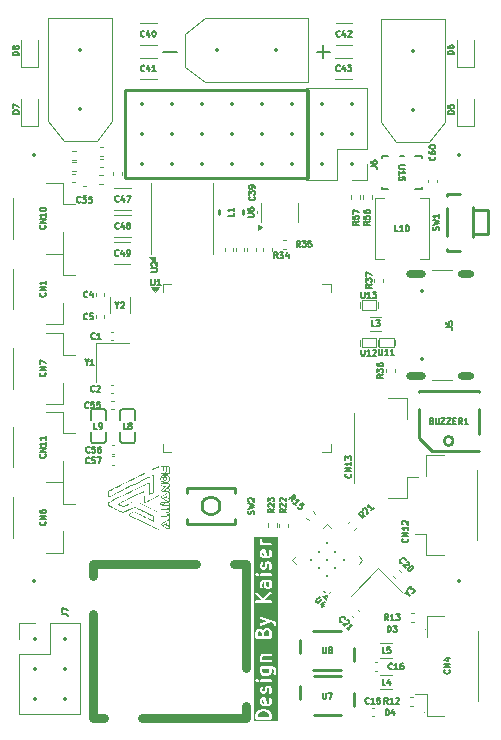
<source format=gto>
%TF.GenerationSoftware,KiCad,Pcbnew,8.0.5*%
%TF.CreationDate,2024-11-08T19:29:57+08:00*%
%TF.ProjectId,STM32H730,53544d33-3248-4373-9330-2e6b69636164,rev?*%
%TF.SameCoordinates,Original*%
%TF.FileFunction,Legend,Top*%
%TF.FilePolarity,Positive*%
%FSLAX46Y46*%
G04 Gerber Fmt 4.6, Leading zero omitted, Abs format (unit mm)*
G04 Created by KiCad (PCBNEW 8.0.5) date 2024-11-08 19:29:57*
%MOMM*%
%LPD*%
G01*
G04 APERTURE LIST*
%ADD10C,0.800000*%
%ADD11C,0.203200*%
%ADD12C,0.127000*%
%ADD13C,0.150000*%
%ADD14C,0.120000*%
%ADD15C,0.254000*%
%ADD16C,0.152000*%
%ADD17C,0.152500*%
%ADD18C,0.100000*%
%ADD19C,0.080000*%
%ADD20C,0.152400*%
%ADD21C,0.000000*%
%ADD22C,0.350000*%
%ADD23O,1.700000X0.600000*%
%ADD24O,1.400000X0.600000*%
%ADD25C,0.200000*%
G04 APERTURE END LIST*
D10*
X90950000Y-76850000D02*
X99750000Y-76850000D01*
X102950000Y-76850000D02*
X103950000Y-76850000D01*
X103950000Y-76850000D02*
X103950000Y-85650000D01*
X103950000Y-88850000D02*
X103950000Y-89850000D01*
X103950000Y-89850000D02*
X95150000Y-89850000D01*
X91950000Y-89850000D02*
X90950000Y-89850000D01*
X90950000Y-89850000D02*
X90950000Y-81050000D01*
X90950000Y-77850000D02*
X90950000Y-76850000D01*
D11*
G36*
X105696399Y-89372891D02*
G01*
X105785964Y-89417674D01*
X105871631Y-89503340D01*
X105915975Y-89636373D01*
X105915975Y-89804001D01*
X104919175Y-89804001D01*
X104919175Y-89636374D01*
X104963519Y-89503340D01*
X105049186Y-89417674D01*
X105138754Y-89372890D01*
X105344367Y-89321487D01*
X105490784Y-89321487D01*
X105696399Y-89372891D01*
G37*
G36*
X105493643Y-88661144D02*
G01*
X105412989Y-88661144D01*
X105350446Y-88629872D01*
X105319175Y-88567330D01*
X105319175Y-88386729D01*
X105350446Y-88324186D01*
X105412988Y-88292916D01*
X105419998Y-88292916D01*
X105493643Y-88661144D01*
G37*
G36*
X105915975Y-85758156D02*
G01*
X105915975Y-85938760D01*
X105876932Y-86016846D01*
X105843107Y-86050671D01*
X105765019Y-86089715D01*
X105470132Y-86089715D01*
X105392044Y-86050671D01*
X105358218Y-86016845D01*
X105319175Y-85938758D01*
X105319175Y-85758157D01*
X105337510Y-85721487D01*
X105897641Y-85721487D01*
X105915975Y-85758156D01*
G37*
G36*
X105214534Y-82560530D02*
G01*
X105248360Y-82594356D01*
X105287404Y-82672443D01*
X105287404Y-82946858D01*
X104919175Y-82946858D01*
X104919175Y-82672443D01*
X104958218Y-82594356D01*
X104992044Y-82560531D01*
X105070132Y-82521487D01*
X105136448Y-82521487D01*
X105214534Y-82560530D01*
G37*
G36*
X105843107Y-82503388D02*
G01*
X105876932Y-82537213D01*
X105915975Y-82615299D01*
X105915975Y-82946858D01*
X105490604Y-82946858D01*
X105490604Y-82664945D01*
X105534948Y-82531912D01*
X105563473Y-82503387D01*
X105641560Y-82464344D01*
X105765019Y-82464344D01*
X105843107Y-82503388D01*
G37*
G36*
X105915975Y-78443870D02*
G01*
X105915975Y-78681617D01*
X105884704Y-78744157D01*
X105822162Y-78775429D01*
X105755846Y-78775429D01*
X105693303Y-78744157D01*
X105662033Y-78681616D01*
X105662033Y-78419886D01*
X105660784Y-78407201D01*
X105897641Y-78407201D01*
X105915975Y-78443870D01*
G37*
G36*
X105493643Y-76146857D02*
G01*
X105412989Y-76146857D01*
X105350446Y-76115585D01*
X105319175Y-76053043D01*
X105319175Y-75872442D01*
X105350446Y-75809899D01*
X105412988Y-75778629D01*
X105419998Y-75778629D01*
X105493643Y-76146857D01*
G37*
G36*
X106652508Y-90140534D02*
G01*
X104582642Y-90140534D01*
X104582642Y-89619887D01*
X104715975Y-89619887D01*
X104715975Y-89905601D01*
X104717927Y-89925422D01*
X104733098Y-89962047D01*
X104761129Y-89990078D01*
X104797754Y-90005249D01*
X104817575Y-90007201D01*
X106017575Y-90007201D01*
X106037396Y-90005249D01*
X106074021Y-89990078D01*
X106102052Y-89962047D01*
X106117223Y-89925422D01*
X106119175Y-89905601D01*
X106119175Y-89619887D01*
X106118187Y-89609859D01*
X106118378Y-89607180D01*
X106117576Y-89603656D01*
X106117223Y-89600066D01*
X106116196Y-89597587D01*
X106113961Y-89587759D01*
X106056819Y-89416330D01*
X106048700Y-89398143D01*
X106046306Y-89395383D01*
X106044910Y-89392011D01*
X106032275Y-89376616D01*
X105917989Y-89262331D01*
X105910196Y-89255935D01*
X105908440Y-89253910D01*
X105905386Y-89251988D01*
X105902593Y-89249695D01*
X105900111Y-89248667D01*
X105891584Y-89243299D01*
X105777298Y-89186156D01*
X105775847Y-89185600D01*
X105775259Y-89185165D01*
X105766952Y-89182197D01*
X105758696Y-89179038D01*
X105757964Y-89178985D01*
X105756503Y-89178464D01*
X105527932Y-89121321D01*
X105524496Y-89120812D01*
X105523111Y-89120239D01*
X105515643Y-89119503D01*
X105508229Y-89118407D01*
X105506747Y-89118627D01*
X105503290Y-89118287D01*
X105331861Y-89118287D01*
X105328403Y-89118627D01*
X105326922Y-89118407D01*
X105319500Y-89119504D01*
X105312040Y-89120239D01*
X105310657Y-89120811D01*
X105307220Y-89121320D01*
X105078648Y-89178464D01*
X105077187Y-89178985D01*
X105076455Y-89179038D01*
X105068190Y-89182200D01*
X105059893Y-89185165D01*
X105059305Y-89185600D01*
X105057853Y-89186156D01*
X104943567Y-89243299D01*
X104935038Y-89248667D01*
X104932558Y-89249695D01*
X104929765Y-89251986D01*
X104926712Y-89253909D01*
X104924954Y-89255935D01*
X104917162Y-89262331D01*
X104802876Y-89376616D01*
X104790241Y-89392011D01*
X104788842Y-89395386D01*
X104786452Y-89398143D01*
X104778332Y-89416329D01*
X104721189Y-89587758D01*
X104718954Y-89597585D01*
X104717927Y-89600066D01*
X104717572Y-89603660D01*
X104716773Y-89607179D01*
X104716963Y-89609853D01*
X104715975Y-89619887D01*
X104582642Y-89619887D01*
X104582642Y-88362744D01*
X105115975Y-88362744D01*
X105115975Y-88591316D01*
X105117927Y-88611137D01*
X105119324Y-88614510D01*
X105119583Y-88618152D01*
X105126701Y-88636753D01*
X105183844Y-88751038D01*
X105185931Y-88754353D01*
X105186452Y-88755916D01*
X105188139Y-88757862D01*
X105194455Y-88767894D01*
X105204080Y-88776241D01*
X105212426Y-88785865D01*
X105222453Y-88792177D01*
X105224403Y-88793868D01*
X105225968Y-88794389D01*
X105229281Y-88796475D01*
X105343567Y-88853618D01*
X105362169Y-88860736D01*
X105365809Y-88860994D01*
X105369183Y-88862392D01*
X105389004Y-88864344D01*
X105617681Y-88864344D01*
X105846147Y-88864344D01*
X105865968Y-88862392D01*
X105869341Y-88860994D01*
X105872982Y-88860736D01*
X105891584Y-88853618D01*
X106005870Y-88796475D01*
X106009185Y-88794387D01*
X106010748Y-88793867D01*
X106012694Y-88792179D01*
X106022726Y-88785864D01*
X106031072Y-88776239D01*
X106040697Y-88767893D01*
X106047011Y-88757861D01*
X106048699Y-88755916D01*
X106049219Y-88754353D01*
X106051307Y-88751038D01*
X106108449Y-88636753D01*
X106115567Y-88618151D01*
X106115825Y-88614510D01*
X106117223Y-88611137D01*
X106119175Y-88591316D01*
X106119175Y-88362744D01*
X106117223Y-88342923D01*
X106115825Y-88339549D01*
X106115567Y-88335909D01*
X106108449Y-88317308D01*
X106051307Y-88203022D01*
X106040697Y-88186166D01*
X106010749Y-88160192D01*
X105973141Y-88147656D01*
X105933598Y-88150466D01*
X105898141Y-88168194D01*
X105872167Y-88198142D01*
X105859631Y-88235750D01*
X105862441Y-88275293D01*
X105869559Y-88293894D01*
X105915975Y-88386727D01*
X105915975Y-88567332D01*
X105884704Y-88629872D01*
X105822162Y-88661144D01*
X105700867Y-88661144D01*
X105602917Y-88171391D01*
X105597116Y-88152337D01*
X105591575Y-88144063D01*
X105587767Y-88134870D01*
X105580655Y-88127758D01*
X105575057Y-88119399D01*
X105566774Y-88113877D01*
X105559736Y-88106839D01*
X105550441Y-88102989D01*
X105542073Y-88097410D01*
X105532309Y-88095478D01*
X105523111Y-88091668D01*
X105503290Y-88089716D01*
X105389004Y-88089716D01*
X105369183Y-88091668D01*
X105365809Y-88093065D01*
X105362169Y-88093324D01*
X105343568Y-88100442D01*
X105229282Y-88157584D01*
X105225966Y-88159670D01*
X105224403Y-88160192D01*
X105222455Y-88161880D01*
X105212426Y-88168194D01*
X105204077Y-88177819D01*
X105194455Y-88186165D01*
X105188142Y-88196193D01*
X105186452Y-88198142D01*
X105185930Y-88199706D01*
X105183844Y-88203021D01*
X105126701Y-88317307D01*
X105119583Y-88335909D01*
X105119324Y-88339549D01*
X105117927Y-88342923D01*
X105115975Y-88362744D01*
X104582642Y-88362744D01*
X104582642Y-87391316D01*
X105115975Y-87391316D01*
X105115975Y-87562745D01*
X105117927Y-87582566D01*
X105119324Y-87585939D01*
X105119583Y-87589581D01*
X105126701Y-87608182D01*
X105183844Y-87722467D01*
X105185931Y-87725782D01*
X105186452Y-87727345D01*
X105188139Y-87729291D01*
X105194455Y-87739323D01*
X105204080Y-87747670D01*
X105212426Y-87757294D01*
X105222453Y-87763606D01*
X105224403Y-87765297D01*
X105225968Y-87765818D01*
X105229281Y-87767904D01*
X105343567Y-87825047D01*
X105362169Y-87832165D01*
X105365809Y-87832423D01*
X105369183Y-87833821D01*
X105389004Y-87835773D01*
X105446147Y-87835773D01*
X105465968Y-87833821D01*
X105469341Y-87832423D01*
X105472982Y-87832165D01*
X105491584Y-87825047D01*
X105605870Y-87767904D01*
X105609185Y-87765816D01*
X105610748Y-87765296D01*
X105612694Y-87763608D01*
X105622726Y-87757293D01*
X105631072Y-87747668D01*
X105640697Y-87739322D01*
X105647011Y-87729290D01*
X105648699Y-87727345D01*
X105649219Y-87725782D01*
X105651307Y-87722467D01*
X105708449Y-87608182D01*
X105715567Y-87589580D01*
X105715825Y-87585939D01*
X105717223Y-87582566D01*
X105719175Y-87562745D01*
X105719175Y-87415301D01*
X105750446Y-87352758D01*
X105812989Y-87321487D01*
X105822162Y-87321487D01*
X105884704Y-87352758D01*
X105915975Y-87415299D01*
X105915975Y-87595903D01*
X105869559Y-87688737D01*
X105862441Y-87707338D01*
X105859631Y-87746881D01*
X105872167Y-87784489D01*
X105898141Y-87814437D01*
X105933598Y-87832165D01*
X105973141Y-87834975D01*
X106010749Y-87822439D01*
X106040697Y-87796465D01*
X106051307Y-87779609D01*
X106108449Y-87665323D01*
X106115567Y-87646722D01*
X106115825Y-87643081D01*
X106117223Y-87639708D01*
X106119175Y-87619887D01*
X106119175Y-87391316D01*
X106117223Y-87371495D01*
X106115825Y-87368121D01*
X106115567Y-87364481D01*
X106108449Y-87345880D01*
X106051307Y-87231594D01*
X106049220Y-87228278D01*
X106048699Y-87226715D01*
X106047010Y-87224767D01*
X106040697Y-87214738D01*
X106031071Y-87206389D01*
X106022726Y-87196767D01*
X106012697Y-87190454D01*
X106010749Y-87188764D01*
X106009184Y-87188242D01*
X106005870Y-87186156D01*
X105891584Y-87129013D01*
X105872982Y-87121895D01*
X105869341Y-87121636D01*
X105865968Y-87120239D01*
X105846147Y-87118287D01*
X105789004Y-87118287D01*
X105769183Y-87120239D01*
X105765809Y-87121636D01*
X105762169Y-87121895D01*
X105743567Y-87129013D01*
X105629281Y-87186156D01*
X105625965Y-87188243D01*
X105624403Y-87188764D01*
X105622457Y-87190451D01*
X105612426Y-87196766D01*
X105604079Y-87206390D01*
X105594455Y-87214737D01*
X105588139Y-87224768D01*
X105586452Y-87226715D01*
X105585931Y-87228277D01*
X105583844Y-87231593D01*
X105526701Y-87345879D01*
X105519583Y-87364481D01*
X105519324Y-87368121D01*
X105517927Y-87371495D01*
X105515975Y-87391316D01*
X105515975Y-87538761D01*
X105484704Y-87601301D01*
X105422162Y-87632573D01*
X105412989Y-87632573D01*
X105350446Y-87601301D01*
X105319175Y-87538759D01*
X105319175Y-87415301D01*
X105365592Y-87322467D01*
X105372710Y-87303865D01*
X105375520Y-87264322D01*
X105362984Y-87226715D01*
X105337011Y-87196766D01*
X105301554Y-87179038D01*
X105262011Y-87176228D01*
X105224403Y-87188764D01*
X105194455Y-87214737D01*
X105183844Y-87231593D01*
X105126701Y-87345879D01*
X105119583Y-87364481D01*
X105119324Y-87368121D01*
X105117927Y-87371495D01*
X105115975Y-87391316D01*
X104582642Y-87391316D01*
X104582642Y-86685780D01*
X104717927Y-86685780D01*
X104717927Y-86725422D01*
X104733098Y-86762047D01*
X104745733Y-86777443D01*
X104802876Y-86834586D01*
X104818272Y-86847221D01*
X104854897Y-86862392D01*
X104894539Y-86862392D01*
X104931164Y-86847221D01*
X104946560Y-86834586D01*
X105003703Y-86777443D01*
X105016338Y-86762047D01*
X105031509Y-86725422D01*
X105031509Y-86685780D01*
X105117927Y-86685780D01*
X105117927Y-86725422D01*
X105133098Y-86762047D01*
X105161129Y-86790078D01*
X105197754Y-86805249D01*
X105217575Y-86807201D01*
X106017575Y-86807201D01*
X106037396Y-86805249D01*
X106074021Y-86790078D01*
X106102052Y-86762047D01*
X106117223Y-86725422D01*
X106117223Y-86685780D01*
X106102052Y-86649155D01*
X106074021Y-86621124D01*
X106037396Y-86605953D01*
X106017575Y-86604001D01*
X105217575Y-86604001D01*
X105197754Y-86605953D01*
X105161129Y-86621124D01*
X105133098Y-86649155D01*
X105117927Y-86685780D01*
X105031509Y-86685780D01*
X105016338Y-86649155D01*
X105003703Y-86633759D01*
X104946560Y-86576616D01*
X104931164Y-86563981D01*
X104894539Y-86548810D01*
X104854897Y-86548810D01*
X104818272Y-86563981D01*
X104802876Y-86576616D01*
X104745733Y-86633759D01*
X104733098Y-86649155D01*
X104717927Y-86685780D01*
X104582642Y-86685780D01*
X104582642Y-85734172D01*
X105115975Y-85734172D01*
X105115975Y-85962744D01*
X105117927Y-85982565D01*
X105119324Y-85985938D01*
X105119583Y-85989580D01*
X105126701Y-86008181D01*
X105183844Y-86122466D01*
X105189214Y-86130997D01*
X105190241Y-86133475D01*
X105192530Y-86136264D01*
X105194455Y-86139322D01*
X105196482Y-86141080D01*
X105202876Y-86148871D01*
X105260019Y-86206014D01*
X105267810Y-86212407D01*
X105269569Y-86214436D01*
X105272626Y-86216360D01*
X105275415Y-86218649D01*
X105277890Y-86219674D01*
X105286424Y-86225046D01*
X105400710Y-86282189D01*
X105419312Y-86289307D01*
X105422952Y-86289565D01*
X105426326Y-86290963D01*
X105446147Y-86292915D01*
X105789004Y-86292915D01*
X105808825Y-86290963D01*
X105812198Y-86289565D01*
X105815839Y-86289307D01*
X105834441Y-86282189D01*
X105948727Y-86225046D01*
X105957258Y-86219675D01*
X105959736Y-86218649D01*
X105962525Y-86216359D01*
X105965583Y-86214435D01*
X105967341Y-86212407D01*
X105975132Y-86206014D01*
X106032275Y-86148871D01*
X106038668Y-86141079D01*
X106040697Y-86139321D01*
X106042621Y-86136263D01*
X106044910Y-86133475D01*
X106045935Y-86130999D01*
X106051307Y-86122466D01*
X106108449Y-86008181D01*
X106115567Y-85989579D01*
X106115825Y-85985938D01*
X106117223Y-85982565D01*
X106119175Y-85962744D01*
X106119175Y-85734172D01*
X106117926Y-85721487D01*
X106165020Y-85721487D01*
X106243106Y-85760529D01*
X106276932Y-85794355D01*
X106315975Y-85872441D01*
X106315975Y-85995903D01*
X106269559Y-86088735D01*
X106262441Y-86107337D01*
X106259631Y-86146880D01*
X106272167Y-86184487D01*
X106298141Y-86214436D01*
X106333598Y-86232164D01*
X106373141Y-86234974D01*
X106410748Y-86222438D01*
X106440697Y-86196464D01*
X106451307Y-86179609D01*
X106508449Y-86065324D01*
X106515567Y-86046722D01*
X106515825Y-86043081D01*
X106517223Y-86039708D01*
X106519175Y-86019887D01*
X106519175Y-85848458D01*
X106517223Y-85828637D01*
X106515825Y-85825263D01*
X106515567Y-85821623D01*
X106508449Y-85803022D01*
X106451307Y-85688736D01*
X106445936Y-85680203D01*
X106444910Y-85677726D01*
X106442621Y-85674937D01*
X106440697Y-85671880D01*
X106438668Y-85670120D01*
X106432275Y-85662330D01*
X106375132Y-85605187D01*
X106367341Y-85598793D01*
X106365582Y-85596765D01*
X106362524Y-85594840D01*
X106359736Y-85592552D01*
X106357258Y-85591525D01*
X106348726Y-85586155D01*
X106234440Y-85529013D01*
X106215839Y-85521895D01*
X106212198Y-85521636D01*
X106208825Y-85520239D01*
X106189004Y-85518287D01*
X105217575Y-85518287D01*
X105197754Y-85520239D01*
X105161129Y-85535410D01*
X105133098Y-85563441D01*
X105117927Y-85600066D01*
X105117927Y-85639708D01*
X105133009Y-85676118D01*
X105126701Y-85688735D01*
X105119583Y-85707336D01*
X105119324Y-85710977D01*
X105117927Y-85714351D01*
X105115975Y-85734172D01*
X104582642Y-85734172D01*
X104582642Y-84705601D01*
X105115975Y-84705601D01*
X105115975Y-84877030D01*
X105117927Y-84896851D01*
X105119324Y-84900224D01*
X105119583Y-84903866D01*
X105126701Y-84922467D01*
X105152015Y-84973094D01*
X105133098Y-84992012D01*
X105117927Y-85028637D01*
X105117927Y-85068279D01*
X105133098Y-85104904D01*
X105161129Y-85132935D01*
X105197754Y-85148106D01*
X105217575Y-85150058D01*
X106017575Y-85150058D01*
X106037396Y-85148106D01*
X106074021Y-85132935D01*
X106102052Y-85104904D01*
X106117223Y-85068279D01*
X106117223Y-85028637D01*
X106102052Y-84992012D01*
X106074021Y-84963981D01*
X106037396Y-84948810D01*
X106017575Y-84946858D01*
X105373945Y-84946858D01*
X105358218Y-84931131D01*
X105319175Y-84853044D01*
X105319175Y-84729586D01*
X105350446Y-84667043D01*
X105412988Y-84635773D01*
X106017575Y-84635773D01*
X106037396Y-84633821D01*
X106074021Y-84618650D01*
X106102052Y-84590619D01*
X106117223Y-84553994D01*
X106117223Y-84514352D01*
X106102052Y-84477727D01*
X106074021Y-84449696D01*
X106037396Y-84434525D01*
X106017575Y-84432573D01*
X105389004Y-84432573D01*
X105369183Y-84434525D01*
X105365809Y-84435922D01*
X105362169Y-84436181D01*
X105343568Y-84443299D01*
X105229282Y-84500441D01*
X105225966Y-84502527D01*
X105224403Y-84503049D01*
X105222455Y-84504737D01*
X105212426Y-84511051D01*
X105204077Y-84520676D01*
X105194455Y-84529022D01*
X105188142Y-84539050D01*
X105186452Y-84540999D01*
X105185930Y-84542563D01*
X105183844Y-84545878D01*
X105126701Y-84660164D01*
X105119583Y-84678766D01*
X105119324Y-84682406D01*
X105117927Y-84685780D01*
X105115975Y-84705601D01*
X104582642Y-84705601D01*
X104582642Y-82648458D01*
X104715975Y-82648458D01*
X104715975Y-83048458D01*
X104717927Y-83068279D01*
X104733098Y-83104904D01*
X104761129Y-83132935D01*
X104797754Y-83148106D01*
X104817575Y-83150058D01*
X106017575Y-83150058D01*
X106037396Y-83148106D01*
X106074021Y-83132935D01*
X106102052Y-83104904D01*
X106117223Y-83068279D01*
X106119175Y-83048458D01*
X106119175Y-82591315D01*
X106117223Y-82571494D01*
X106115825Y-82568120D01*
X106115567Y-82564480D01*
X106108449Y-82545878D01*
X106051307Y-82431593D01*
X106045935Y-82423059D01*
X106044910Y-82420584D01*
X106042621Y-82417795D01*
X106040697Y-82414738D01*
X106038668Y-82412979D01*
X106032275Y-82405188D01*
X105975132Y-82348045D01*
X105967341Y-82341651D01*
X105965583Y-82339624D01*
X105962525Y-82337699D01*
X105959736Y-82335410D01*
X105957258Y-82334383D01*
X105948727Y-82329013D01*
X105834441Y-82271870D01*
X105815839Y-82264752D01*
X105812198Y-82264493D01*
X105808825Y-82263096D01*
X105789004Y-82261144D01*
X105617575Y-82261144D01*
X105597754Y-82263096D01*
X105594380Y-82264493D01*
X105590739Y-82264752D01*
X105572138Y-82271870D01*
X105457853Y-82329013D01*
X105449320Y-82334384D01*
X105446844Y-82335410D01*
X105444054Y-82337699D01*
X105440997Y-82339624D01*
X105439238Y-82341651D01*
X105431448Y-82348045D01*
X105374305Y-82405188D01*
X105361798Y-82420426D01*
X105346560Y-82405188D01*
X105338769Y-82398794D01*
X105337011Y-82396767D01*
X105333953Y-82394842D01*
X105331164Y-82392553D01*
X105328686Y-82391526D01*
X105320155Y-82386156D01*
X105205870Y-82329013D01*
X105187269Y-82321895D01*
X105183627Y-82321636D01*
X105180254Y-82320239D01*
X105160433Y-82318287D01*
X105046147Y-82318287D01*
X105026326Y-82320239D01*
X105022952Y-82321636D01*
X105019312Y-82321895D01*
X105000710Y-82329013D01*
X104886424Y-82386156D01*
X104877890Y-82391527D01*
X104875415Y-82392553D01*
X104872626Y-82394841D01*
X104869569Y-82396766D01*
X104867810Y-82398794D01*
X104860019Y-82405188D01*
X104802876Y-82462331D01*
X104796482Y-82470121D01*
X104794455Y-82471880D01*
X104792530Y-82474937D01*
X104790241Y-82477727D01*
X104789214Y-82480204D01*
X104783844Y-82488736D01*
X104726701Y-82603021D01*
X104719583Y-82621622D01*
X104719324Y-82625263D01*
X104717927Y-82628637D01*
X104715975Y-82648458D01*
X104582642Y-82648458D01*
X104582642Y-81376466D01*
X105117066Y-81376466D01*
X105119035Y-81416060D01*
X105136005Y-81451886D01*
X105165393Y-81478491D01*
X105183403Y-81486996D01*
X105715496Y-81677029D01*
X105183403Y-81867063D01*
X105165394Y-81875568D01*
X105136005Y-81902173D01*
X105119035Y-81937999D01*
X105117066Y-81977593D01*
X105130399Y-82014925D01*
X105157004Y-82044314D01*
X105192830Y-82061284D01*
X105232424Y-82063253D01*
X105251747Y-82058425D01*
X106015539Y-81785642D01*
X106246193Y-81877902D01*
X106276932Y-81908641D01*
X106326701Y-82008180D01*
X106337311Y-82025036D01*
X106367259Y-82051010D01*
X106404867Y-82063546D01*
X106444410Y-82060736D01*
X106479867Y-82043008D01*
X106505841Y-82013060D01*
X106518377Y-81975452D01*
X106515567Y-81935909D01*
X106508449Y-81917308D01*
X106451307Y-81803022D01*
X106445936Y-81794489D01*
X106444910Y-81792012D01*
X106442621Y-81789223D01*
X106440697Y-81786166D01*
X106438668Y-81784406D01*
X106432275Y-81776616D01*
X106375132Y-81719473D01*
X106359736Y-81706838D01*
X106359153Y-81706596D01*
X106358701Y-81706155D01*
X106341023Y-81696982D01*
X106055308Y-81582697D01*
X106053476Y-81582165D01*
X106051747Y-81581349D01*
X105251747Y-81295634D01*
X105232424Y-81290806D01*
X105192830Y-81292775D01*
X105157004Y-81309745D01*
X105130399Y-81339133D01*
X105117066Y-81376466D01*
X104582642Y-81376466D01*
X104582642Y-79314351D01*
X104717927Y-79314351D01*
X104717927Y-79353993D01*
X104733098Y-79390618D01*
X104745733Y-79406014D01*
X105258006Y-79918286D01*
X104817575Y-79918286D01*
X104797754Y-79920238D01*
X104761129Y-79935409D01*
X104733098Y-79963440D01*
X104717927Y-80000065D01*
X104717927Y-80039707D01*
X104733098Y-80076332D01*
X104761129Y-80104363D01*
X104797754Y-80119534D01*
X104817575Y-80121486D01*
X106017575Y-80121486D01*
X106037396Y-80119534D01*
X106074021Y-80104363D01*
X106102052Y-80076332D01*
X106117223Y-80039707D01*
X106117223Y-80000065D01*
X106102052Y-79963440D01*
X106074021Y-79935409D01*
X106037396Y-79920238D01*
X106017575Y-79918286D01*
X105545374Y-79918286D01*
X105486538Y-79859450D01*
X106078535Y-79415452D01*
X106093221Y-79401998D01*
X106113418Y-79367886D01*
X106119024Y-79328642D01*
X106109186Y-79290240D01*
X106085401Y-79258526D01*
X106051289Y-79238329D01*
X106012046Y-79232723D01*
X105973643Y-79242561D01*
X105956615Y-79252892D01*
X105341395Y-79714307D01*
X104889417Y-79262330D01*
X104874021Y-79249695D01*
X104837396Y-79234524D01*
X104797754Y-79234524D01*
X104761129Y-79249695D01*
X104733098Y-79277726D01*
X104717927Y-79314351D01*
X104582642Y-79314351D01*
X104582642Y-78477029D01*
X105115975Y-78477029D01*
X105115975Y-78705601D01*
X105117927Y-78725422D01*
X105119324Y-78728795D01*
X105119583Y-78732437D01*
X105126701Y-78751038D01*
X105183844Y-78865323D01*
X105194455Y-78882179D01*
X105224403Y-78908153D01*
X105262011Y-78920688D01*
X105301554Y-78917878D01*
X105337011Y-78900150D01*
X105362984Y-78870201D01*
X105375520Y-78832593D01*
X105372710Y-78793050D01*
X105365592Y-78774449D01*
X105319175Y-78681615D01*
X105319175Y-78501014D01*
X105350446Y-78438471D01*
X105412988Y-78407201D01*
X105440498Y-78407201D01*
X105458833Y-78443871D01*
X105458833Y-78705601D01*
X105460785Y-78725422D01*
X105462182Y-78728795D01*
X105462441Y-78732436D01*
X105469559Y-78751038D01*
X105526701Y-78865322D01*
X105528787Y-78868637D01*
X105529309Y-78870201D01*
X105530997Y-78872148D01*
X105537311Y-78882178D01*
X105546936Y-78890526D01*
X105555283Y-78900150D01*
X105565311Y-78906462D01*
X105567259Y-78908152D01*
X105568823Y-78908673D01*
X105572138Y-78910760D01*
X105686424Y-78967903D01*
X105705026Y-78975021D01*
X105708666Y-78975279D01*
X105712040Y-78976677D01*
X105731861Y-78978629D01*
X105846147Y-78978629D01*
X105865968Y-78976677D01*
X105869341Y-78975279D01*
X105872982Y-78975021D01*
X105891584Y-78967903D01*
X106005870Y-78910760D01*
X106009185Y-78908672D01*
X106010748Y-78908152D01*
X106012694Y-78906464D01*
X106022726Y-78900149D01*
X106031072Y-78890524D01*
X106040697Y-78882178D01*
X106047011Y-78872146D01*
X106048699Y-78870201D01*
X106049219Y-78868638D01*
X106051307Y-78865323D01*
X106108449Y-78751038D01*
X106115567Y-78732436D01*
X106115825Y-78728795D01*
X106117223Y-78725422D01*
X106119175Y-78705601D01*
X106119175Y-78419886D01*
X106117223Y-78400065D01*
X106115825Y-78396691D01*
X106115567Y-78393051D01*
X106108449Y-78374449D01*
X106102140Y-78361832D01*
X106117223Y-78325422D01*
X106117223Y-78285780D01*
X106102052Y-78249155D01*
X106074021Y-78221124D01*
X106037396Y-78205953D01*
X106017575Y-78204001D01*
X105389004Y-78204001D01*
X105369183Y-78205953D01*
X105365809Y-78207350D01*
X105362169Y-78207609D01*
X105343568Y-78214727D01*
X105229282Y-78271869D01*
X105225966Y-78273955D01*
X105224403Y-78274477D01*
X105222455Y-78276165D01*
X105212426Y-78282479D01*
X105204077Y-78292104D01*
X105194455Y-78300450D01*
X105188142Y-78310478D01*
X105186452Y-78312427D01*
X105185930Y-78313991D01*
X105183844Y-78317306D01*
X105126701Y-78431592D01*
X105119583Y-78450194D01*
X105119324Y-78453834D01*
X105117927Y-78457208D01*
X105115975Y-78477029D01*
X104582642Y-78477029D01*
X104582642Y-77714351D01*
X104717927Y-77714351D01*
X104717927Y-77753993D01*
X104733098Y-77790618D01*
X104745733Y-77806014D01*
X104802876Y-77863157D01*
X104818272Y-77875792D01*
X104854897Y-77890963D01*
X104894539Y-77890963D01*
X104931164Y-77875792D01*
X104946560Y-77863157D01*
X105003703Y-77806014D01*
X105016338Y-77790618D01*
X105031509Y-77753993D01*
X105031509Y-77714351D01*
X105117927Y-77714351D01*
X105117927Y-77753993D01*
X105133098Y-77790618D01*
X105161129Y-77818649D01*
X105197754Y-77833820D01*
X105217575Y-77835772D01*
X106017575Y-77835772D01*
X106037396Y-77833820D01*
X106074021Y-77818649D01*
X106102052Y-77790618D01*
X106117223Y-77753993D01*
X106117223Y-77714351D01*
X106102052Y-77677726D01*
X106074021Y-77649695D01*
X106037396Y-77634524D01*
X106017575Y-77632572D01*
X105217575Y-77632572D01*
X105197754Y-77634524D01*
X105161129Y-77649695D01*
X105133098Y-77677726D01*
X105117927Y-77714351D01*
X105031509Y-77714351D01*
X105016338Y-77677726D01*
X105003703Y-77662330D01*
X104946560Y-77605187D01*
X104931164Y-77592552D01*
X104894539Y-77577381D01*
X104854897Y-77577381D01*
X104818272Y-77592552D01*
X104802876Y-77605187D01*
X104745733Y-77662330D01*
X104733098Y-77677726D01*
X104717927Y-77714351D01*
X104582642Y-77714351D01*
X104582642Y-76877029D01*
X105115975Y-76877029D01*
X105115975Y-77048458D01*
X105117927Y-77068279D01*
X105119324Y-77071652D01*
X105119583Y-77075294D01*
X105126701Y-77093895D01*
X105183844Y-77208180D01*
X105185931Y-77211495D01*
X105186452Y-77213058D01*
X105188139Y-77215004D01*
X105194455Y-77225036D01*
X105204080Y-77233383D01*
X105212426Y-77243007D01*
X105222453Y-77249319D01*
X105224403Y-77251010D01*
X105225968Y-77251531D01*
X105229281Y-77253617D01*
X105343567Y-77310760D01*
X105362169Y-77317878D01*
X105365809Y-77318136D01*
X105369183Y-77319534D01*
X105389004Y-77321486D01*
X105446147Y-77321486D01*
X105465968Y-77319534D01*
X105469341Y-77318136D01*
X105472982Y-77317878D01*
X105491584Y-77310760D01*
X105605870Y-77253617D01*
X105609185Y-77251529D01*
X105610748Y-77251009D01*
X105612694Y-77249321D01*
X105622726Y-77243006D01*
X105631072Y-77233381D01*
X105640697Y-77225035D01*
X105647011Y-77215003D01*
X105648699Y-77213058D01*
X105649219Y-77211495D01*
X105651307Y-77208180D01*
X105708449Y-77093895D01*
X105715567Y-77075293D01*
X105715825Y-77071652D01*
X105717223Y-77068279D01*
X105719175Y-77048458D01*
X105719175Y-76901014D01*
X105750446Y-76838471D01*
X105812989Y-76807200D01*
X105822162Y-76807200D01*
X105884704Y-76838471D01*
X105915975Y-76901012D01*
X105915975Y-77081616D01*
X105869559Y-77174450D01*
X105862441Y-77193051D01*
X105859631Y-77232594D01*
X105872167Y-77270202D01*
X105898141Y-77300150D01*
X105933598Y-77317878D01*
X105973141Y-77320688D01*
X106010749Y-77308152D01*
X106040697Y-77282178D01*
X106051307Y-77265322D01*
X106108449Y-77151036D01*
X106115567Y-77132435D01*
X106115825Y-77128794D01*
X106117223Y-77125421D01*
X106119175Y-77105600D01*
X106119175Y-76877029D01*
X106117223Y-76857208D01*
X106115825Y-76853834D01*
X106115567Y-76850194D01*
X106108449Y-76831593D01*
X106051307Y-76717307D01*
X106049220Y-76713991D01*
X106048699Y-76712428D01*
X106047010Y-76710480D01*
X106040697Y-76700451D01*
X106031071Y-76692102D01*
X106022726Y-76682480D01*
X106012697Y-76676167D01*
X106010749Y-76674477D01*
X106009184Y-76673955D01*
X106005870Y-76671869D01*
X105891584Y-76614726D01*
X105872982Y-76607608D01*
X105869341Y-76607349D01*
X105865968Y-76605952D01*
X105846147Y-76604000D01*
X105789004Y-76604000D01*
X105769183Y-76605952D01*
X105765809Y-76607349D01*
X105762169Y-76607608D01*
X105743567Y-76614726D01*
X105629281Y-76671869D01*
X105625965Y-76673956D01*
X105624403Y-76674477D01*
X105622457Y-76676164D01*
X105612426Y-76682479D01*
X105604079Y-76692103D01*
X105594455Y-76700450D01*
X105588139Y-76710481D01*
X105586452Y-76712428D01*
X105585931Y-76713990D01*
X105583844Y-76717306D01*
X105526701Y-76831592D01*
X105519583Y-76850194D01*
X105519324Y-76853834D01*
X105517927Y-76857208D01*
X105515975Y-76877029D01*
X105515975Y-77024474D01*
X105484704Y-77087014D01*
X105422162Y-77118286D01*
X105412989Y-77118286D01*
X105350446Y-77087014D01*
X105319175Y-77024472D01*
X105319175Y-76901014D01*
X105365592Y-76808180D01*
X105372710Y-76789578D01*
X105375520Y-76750035D01*
X105362984Y-76712428D01*
X105337011Y-76682479D01*
X105301554Y-76664751D01*
X105262011Y-76661941D01*
X105224403Y-76674477D01*
X105194455Y-76700450D01*
X105183844Y-76717306D01*
X105126701Y-76831592D01*
X105119583Y-76850194D01*
X105119324Y-76853834D01*
X105117927Y-76857208D01*
X105115975Y-76877029D01*
X104582642Y-76877029D01*
X104582642Y-75848457D01*
X105115975Y-75848457D01*
X105115975Y-76077029D01*
X105117927Y-76096850D01*
X105119324Y-76100223D01*
X105119583Y-76103865D01*
X105126701Y-76122466D01*
X105183844Y-76236751D01*
X105185931Y-76240066D01*
X105186452Y-76241629D01*
X105188139Y-76243575D01*
X105194455Y-76253607D01*
X105204080Y-76261954D01*
X105212426Y-76271578D01*
X105222453Y-76277890D01*
X105224403Y-76279581D01*
X105225968Y-76280102D01*
X105229281Y-76282188D01*
X105343567Y-76339331D01*
X105362169Y-76346449D01*
X105365809Y-76346707D01*
X105369183Y-76348105D01*
X105389004Y-76350057D01*
X105617681Y-76350057D01*
X105846147Y-76350057D01*
X105865968Y-76348105D01*
X105869341Y-76346707D01*
X105872982Y-76346449D01*
X105891584Y-76339331D01*
X106005870Y-76282188D01*
X106009185Y-76280100D01*
X106010748Y-76279580D01*
X106012694Y-76277892D01*
X106022726Y-76271577D01*
X106031072Y-76261952D01*
X106040697Y-76253606D01*
X106047011Y-76243574D01*
X106048699Y-76241629D01*
X106049219Y-76240066D01*
X106051307Y-76236751D01*
X106108449Y-76122466D01*
X106115567Y-76103864D01*
X106115825Y-76100223D01*
X106117223Y-76096850D01*
X106119175Y-76077029D01*
X106119175Y-75848457D01*
X106117223Y-75828636D01*
X106115825Y-75825262D01*
X106115567Y-75821622D01*
X106108449Y-75803021D01*
X106051307Y-75688735D01*
X106040697Y-75671879D01*
X106010749Y-75645905D01*
X105973141Y-75633369D01*
X105933598Y-75636179D01*
X105898141Y-75653907D01*
X105872167Y-75683855D01*
X105859631Y-75721463D01*
X105862441Y-75761006D01*
X105869559Y-75779607D01*
X105915975Y-75872440D01*
X105915975Y-76053045D01*
X105884704Y-76115585D01*
X105822162Y-76146857D01*
X105700867Y-76146857D01*
X105602917Y-75657104D01*
X105597116Y-75638050D01*
X105591575Y-75629776D01*
X105587767Y-75620583D01*
X105580655Y-75613471D01*
X105575057Y-75605112D01*
X105566774Y-75599590D01*
X105559736Y-75592552D01*
X105550441Y-75588702D01*
X105542073Y-75583123D01*
X105532309Y-75581191D01*
X105523111Y-75577381D01*
X105503290Y-75575429D01*
X105389004Y-75575429D01*
X105369183Y-75577381D01*
X105365809Y-75578778D01*
X105362169Y-75579037D01*
X105343568Y-75586155D01*
X105229282Y-75643297D01*
X105225966Y-75645383D01*
X105224403Y-75645905D01*
X105222455Y-75647593D01*
X105212426Y-75653907D01*
X105204077Y-75663532D01*
X105194455Y-75671878D01*
X105188142Y-75681906D01*
X105186452Y-75683855D01*
X105185930Y-75685419D01*
X105183844Y-75688734D01*
X105126701Y-75803020D01*
X105119583Y-75821622D01*
X105119324Y-75825262D01*
X105117927Y-75828636D01*
X105115975Y-75848457D01*
X104582642Y-75848457D01*
X104582642Y-74819886D01*
X105115975Y-74819886D01*
X105115975Y-74934172D01*
X105117927Y-74953993D01*
X105119324Y-74957366D01*
X105119583Y-74961007D01*
X105126701Y-74979609D01*
X105173472Y-75073152D01*
X105161129Y-75078266D01*
X105133098Y-75106297D01*
X105117927Y-75142922D01*
X105117927Y-75182564D01*
X105133098Y-75219189D01*
X105161129Y-75247220D01*
X105197754Y-75262391D01*
X105217575Y-75264343D01*
X106017575Y-75264343D01*
X106037396Y-75262391D01*
X106074021Y-75247220D01*
X106102052Y-75219189D01*
X106117223Y-75182564D01*
X106117223Y-75142922D01*
X106102052Y-75106297D01*
X106074021Y-75078266D01*
X106037396Y-75063095D01*
X106017575Y-75061143D01*
X105470132Y-75061143D01*
X105392043Y-75022098D01*
X105358218Y-74988274D01*
X105319175Y-74910187D01*
X105319175Y-74819886D01*
X105317223Y-74800065D01*
X105302052Y-74763440D01*
X105274021Y-74735409D01*
X105237396Y-74720238D01*
X105197754Y-74720238D01*
X105161129Y-74735409D01*
X105133098Y-74763440D01*
X105117927Y-74800065D01*
X105115975Y-74819886D01*
X104582642Y-74819886D01*
X104582642Y-74586905D01*
X106652508Y-74586905D01*
X106652508Y-90140534D01*
G37*
D12*
X84703406Y-33749952D02*
X84195406Y-33749952D01*
X84195406Y-33749952D02*
X84195406Y-33629000D01*
X84195406Y-33629000D02*
X84219596Y-33556428D01*
X84219596Y-33556428D02*
X84267977Y-33508047D01*
X84267977Y-33508047D02*
X84316358Y-33483857D01*
X84316358Y-33483857D02*
X84413120Y-33459666D01*
X84413120Y-33459666D02*
X84485692Y-33459666D01*
X84485692Y-33459666D02*
X84582454Y-33483857D01*
X84582454Y-33483857D02*
X84630835Y-33508047D01*
X84630835Y-33508047D02*
X84679216Y-33556428D01*
X84679216Y-33556428D02*
X84703406Y-33629000D01*
X84703406Y-33629000D02*
X84703406Y-33749952D01*
X84413120Y-33169381D02*
X84388930Y-33217762D01*
X84388930Y-33217762D02*
X84364739Y-33241952D01*
X84364739Y-33241952D02*
X84316358Y-33266143D01*
X84316358Y-33266143D02*
X84292168Y-33266143D01*
X84292168Y-33266143D02*
X84243787Y-33241952D01*
X84243787Y-33241952D02*
X84219596Y-33217762D01*
X84219596Y-33217762D02*
X84195406Y-33169381D01*
X84195406Y-33169381D02*
X84195406Y-33072619D01*
X84195406Y-33072619D02*
X84219596Y-33024238D01*
X84219596Y-33024238D02*
X84243787Y-33000047D01*
X84243787Y-33000047D02*
X84292168Y-32975857D01*
X84292168Y-32975857D02*
X84316358Y-32975857D01*
X84316358Y-32975857D02*
X84364739Y-33000047D01*
X84364739Y-33000047D02*
X84388930Y-33024238D01*
X84388930Y-33024238D02*
X84413120Y-33072619D01*
X84413120Y-33072619D02*
X84413120Y-33169381D01*
X84413120Y-33169381D02*
X84437311Y-33217762D01*
X84437311Y-33217762D02*
X84461501Y-33241952D01*
X84461501Y-33241952D02*
X84509882Y-33266143D01*
X84509882Y-33266143D02*
X84606644Y-33266143D01*
X84606644Y-33266143D02*
X84655025Y-33241952D01*
X84655025Y-33241952D02*
X84679216Y-33217762D01*
X84679216Y-33217762D02*
X84703406Y-33169381D01*
X84703406Y-33169381D02*
X84703406Y-33072619D01*
X84703406Y-33072619D02*
X84679216Y-33024238D01*
X84679216Y-33024238D02*
X84655025Y-33000047D01*
X84655025Y-33000047D02*
X84606644Y-32975857D01*
X84606644Y-32975857D02*
X84509882Y-32975857D01*
X84509882Y-32975857D02*
X84461501Y-33000047D01*
X84461501Y-33000047D02*
X84437311Y-33024238D01*
X84437311Y-33024238D02*
X84413120Y-33072619D01*
X110431952Y-83880906D02*
X110431952Y-84292144D01*
X110431952Y-84292144D02*
X110456142Y-84340525D01*
X110456142Y-84340525D02*
X110480333Y-84364716D01*
X110480333Y-84364716D02*
X110528714Y-84388906D01*
X110528714Y-84388906D02*
X110625476Y-84388906D01*
X110625476Y-84388906D02*
X110673857Y-84364716D01*
X110673857Y-84364716D02*
X110698047Y-84340525D01*
X110698047Y-84340525D02*
X110722238Y-84292144D01*
X110722238Y-84292144D02*
X110722238Y-83880906D01*
X111036713Y-84098620D02*
X110988332Y-84074430D01*
X110988332Y-84074430D02*
X110964142Y-84050239D01*
X110964142Y-84050239D02*
X110939951Y-84001858D01*
X110939951Y-84001858D02*
X110939951Y-83977668D01*
X110939951Y-83977668D02*
X110964142Y-83929287D01*
X110964142Y-83929287D02*
X110988332Y-83905096D01*
X110988332Y-83905096D02*
X111036713Y-83880906D01*
X111036713Y-83880906D02*
X111133475Y-83880906D01*
X111133475Y-83880906D02*
X111181856Y-83905096D01*
X111181856Y-83905096D02*
X111206047Y-83929287D01*
X111206047Y-83929287D02*
X111230237Y-83977668D01*
X111230237Y-83977668D02*
X111230237Y-84001858D01*
X111230237Y-84001858D02*
X111206047Y-84050239D01*
X111206047Y-84050239D02*
X111181856Y-84074430D01*
X111181856Y-84074430D02*
X111133475Y-84098620D01*
X111133475Y-84098620D02*
X111036713Y-84098620D01*
X111036713Y-84098620D02*
X110988332Y-84122811D01*
X110988332Y-84122811D02*
X110964142Y-84147001D01*
X110964142Y-84147001D02*
X110939951Y-84195382D01*
X110939951Y-84195382D02*
X110939951Y-84292144D01*
X110939951Y-84292144D02*
X110964142Y-84340525D01*
X110964142Y-84340525D02*
X110988332Y-84364716D01*
X110988332Y-84364716D02*
X111036713Y-84388906D01*
X111036713Y-84388906D02*
X111133475Y-84388906D01*
X111133475Y-84388906D02*
X111181856Y-84364716D01*
X111181856Y-84364716D02*
X111206047Y-84340525D01*
X111206047Y-84340525D02*
X111230237Y-84292144D01*
X111230237Y-84292144D02*
X111230237Y-84195382D01*
X111230237Y-84195382D02*
X111206047Y-84147001D01*
X111206047Y-84147001D02*
X111181856Y-84122811D01*
X111181856Y-84122811D02*
X111133475Y-84098620D01*
X91350333Y-65403406D02*
X91108428Y-65403406D01*
X91108428Y-65403406D02*
X91108428Y-64895406D01*
X91543856Y-65403406D02*
X91640618Y-65403406D01*
X91640618Y-65403406D02*
X91688999Y-65379216D01*
X91688999Y-65379216D02*
X91713190Y-65355025D01*
X91713190Y-65355025D02*
X91761571Y-65282454D01*
X91761571Y-65282454D02*
X91785761Y-65185692D01*
X91785761Y-65185692D02*
X91785761Y-64992168D01*
X91785761Y-64992168D02*
X91761571Y-64943787D01*
X91761571Y-64943787D02*
X91737380Y-64919596D01*
X91737380Y-64919596D02*
X91688999Y-64895406D01*
X91688999Y-64895406D02*
X91592237Y-64895406D01*
X91592237Y-64895406D02*
X91543856Y-64919596D01*
X91543856Y-64919596D02*
X91519666Y-64943787D01*
X91519666Y-64943787D02*
X91495475Y-64992168D01*
X91495475Y-64992168D02*
X91495475Y-65113120D01*
X91495475Y-65113120D02*
X91519666Y-65161501D01*
X91519666Y-65161501D02*
X91543856Y-65185692D01*
X91543856Y-65185692D02*
X91592237Y-65209882D01*
X91592237Y-65209882D02*
X91688999Y-65209882D01*
X91688999Y-65209882D02*
X91737380Y-65185692D01*
X91737380Y-65185692D02*
X91761571Y-65161501D01*
X91761571Y-65161501D02*
X91785761Y-65113120D01*
X93173428Y-48405025D02*
X93149237Y-48429216D01*
X93149237Y-48429216D02*
X93076666Y-48453406D01*
X93076666Y-48453406D02*
X93028285Y-48453406D01*
X93028285Y-48453406D02*
X92955713Y-48429216D01*
X92955713Y-48429216D02*
X92907332Y-48380835D01*
X92907332Y-48380835D02*
X92883142Y-48332454D01*
X92883142Y-48332454D02*
X92858951Y-48235692D01*
X92858951Y-48235692D02*
X92858951Y-48163120D01*
X92858951Y-48163120D02*
X92883142Y-48066358D01*
X92883142Y-48066358D02*
X92907332Y-48017977D01*
X92907332Y-48017977D02*
X92955713Y-47969596D01*
X92955713Y-47969596D02*
X93028285Y-47945406D01*
X93028285Y-47945406D02*
X93076666Y-47945406D01*
X93076666Y-47945406D02*
X93149237Y-47969596D01*
X93149237Y-47969596D02*
X93173428Y-47993787D01*
X93608856Y-48114739D02*
X93608856Y-48453406D01*
X93487904Y-47921216D02*
X93366951Y-48284073D01*
X93366951Y-48284073D02*
X93681428Y-48284073D01*
X93947523Y-48163120D02*
X93899142Y-48138930D01*
X93899142Y-48138930D02*
X93874952Y-48114739D01*
X93874952Y-48114739D02*
X93850761Y-48066358D01*
X93850761Y-48066358D02*
X93850761Y-48042168D01*
X93850761Y-48042168D02*
X93874952Y-47993787D01*
X93874952Y-47993787D02*
X93899142Y-47969596D01*
X93899142Y-47969596D02*
X93947523Y-47945406D01*
X93947523Y-47945406D02*
X94044285Y-47945406D01*
X94044285Y-47945406D02*
X94092666Y-47969596D01*
X94092666Y-47969596D02*
X94116857Y-47993787D01*
X94116857Y-47993787D02*
X94141047Y-48042168D01*
X94141047Y-48042168D02*
X94141047Y-48066358D01*
X94141047Y-48066358D02*
X94116857Y-48114739D01*
X94116857Y-48114739D02*
X94092666Y-48138930D01*
X94092666Y-48138930D02*
X94044285Y-48163120D01*
X94044285Y-48163120D02*
X93947523Y-48163120D01*
X93947523Y-48163120D02*
X93899142Y-48187311D01*
X93899142Y-48187311D02*
X93874952Y-48211501D01*
X93874952Y-48211501D02*
X93850761Y-48259882D01*
X93850761Y-48259882D02*
X93850761Y-48356644D01*
X93850761Y-48356644D02*
X93874952Y-48405025D01*
X93874952Y-48405025D02*
X93899142Y-48429216D01*
X93899142Y-48429216D02*
X93947523Y-48453406D01*
X93947523Y-48453406D02*
X94044285Y-48453406D01*
X94044285Y-48453406D02*
X94092666Y-48429216D01*
X94092666Y-48429216D02*
X94116857Y-48405025D01*
X94116857Y-48405025D02*
X94141047Y-48356644D01*
X94141047Y-48356644D02*
X94141047Y-48259882D01*
X94141047Y-48259882D02*
X94116857Y-48211501D01*
X94116857Y-48211501D02*
X94092666Y-48187311D01*
X94092666Y-48187311D02*
X94044285Y-48163120D01*
X113696447Y-53797006D02*
X113696447Y-54208244D01*
X113696447Y-54208244D02*
X113720637Y-54256625D01*
X113720637Y-54256625D02*
X113744828Y-54280816D01*
X113744828Y-54280816D02*
X113793209Y-54305006D01*
X113793209Y-54305006D02*
X113889971Y-54305006D01*
X113889971Y-54305006D02*
X113938352Y-54280816D01*
X113938352Y-54280816D02*
X113962542Y-54256625D01*
X113962542Y-54256625D02*
X113986733Y-54208244D01*
X113986733Y-54208244D02*
X113986733Y-53797006D01*
X114494732Y-54305006D02*
X114204446Y-54305006D01*
X114349589Y-54305006D02*
X114349589Y-53797006D01*
X114349589Y-53797006D02*
X114301208Y-53869577D01*
X114301208Y-53869577D02*
X114252827Y-53917958D01*
X114252827Y-53917958D02*
X114204446Y-53942149D01*
X114664066Y-53797006D02*
X114978542Y-53797006D01*
X114978542Y-53797006D02*
X114809209Y-53990530D01*
X114809209Y-53990530D02*
X114881780Y-53990530D01*
X114881780Y-53990530D02*
X114930161Y-54014720D01*
X114930161Y-54014720D02*
X114954352Y-54038911D01*
X114954352Y-54038911D02*
X114978542Y-54087292D01*
X114978542Y-54087292D02*
X114978542Y-54208244D01*
X114978542Y-54208244D02*
X114954352Y-54256625D01*
X114954352Y-54256625D02*
X114930161Y-54280816D01*
X114930161Y-54280816D02*
X114881780Y-54305006D01*
X114881780Y-54305006D02*
X114736637Y-54305006D01*
X114736637Y-54305006D02*
X114688256Y-54280816D01*
X114688256Y-54280816D02*
X114664066Y-54256625D01*
X115744333Y-84388906D02*
X115502428Y-84388906D01*
X115502428Y-84388906D02*
X115502428Y-83880906D01*
X116155571Y-83880906D02*
X115913666Y-83880906D01*
X115913666Y-83880906D02*
X115889475Y-84122811D01*
X115889475Y-84122811D02*
X115913666Y-84098620D01*
X115913666Y-84098620D02*
X115962047Y-84074430D01*
X115962047Y-84074430D02*
X116082999Y-84074430D01*
X116082999Y-84074430D02*
X116131380Y-84098620D01*
X116131380Y-84098620D02*
X116155571Y-84122811D01*
X116155571Y-84122811D02*
X116179761Y-84171192D01*
X116179761Y-84171192D02*
X116179761Y-84292144D01*
X116179761Y-84292144D02*
X116155571Y-84340525D01*
X116155571Y-84340525D02*
X116131380Y-84364716D01*
X116131380Y-84364716D02*
X116082999Y-84388906D01*
X116082999Y-84388906D02*
X115962047Y-84388906D01*
X115962047Y-84388906D02*
X115913666Y-84364716D01*
X115913666Y-84364716D02*
X115889475Y-84340525D01*
X86928625Y-53891961D02*
X86952816Y-53916152D01*
X86952816Y-53916152D02*
X86977006Y-53988723D01*
X86977006Y-53988723D02*
X86977006Y-54037104D01*
X86977006Y-54037104D02*
X86952816Y-54109676D01*
X86952816Y-54109676D02*
X86904435Y-54158057D01*
X86904435Y-54158057D02*
X86856054Y-54182247D01*
X86856054Y-54182247D02*
X86759292Y-54206438D01*
X86759292Y-54206438D02*
X86686720Y-54206438D01*
X86686720Y-54206438D02*
X86589958Y-54182247D01*
X86589958Y-54182247D02*
X86541577Y-54158057D01*
X86541577Y-54158057D02*
X86493196Y-54109676D01*
X86493196Y-54109676D02*
X86469006Y-54037104D01*
X86469006Y-54037104D02*
X86469006Y-53988723D01*
X86469006Y-53988723D02*
X86493196Y-53916152D01*
X86493196Y-53916152D02*
X86517387Y-53891961D01*
X86977006Y-53674247D02*
X86469006Y-53674247D01*
X86469006Y-53674247D02*
X86977006Y-53383961D01*
X86977006Y-53383961D02*
X86469006Y-53383961D01*
X86977006Y-52875962D02*
X86977006Y-53166248D01*
X86977006Y-53021105D02*
X86469006Y-53021105D01*
X86469006Y-53021105D02*
X86541577Y-53069486D01*
X86541577Y-53069486D02*
X86589958Y-53117867D01*
X86589958Y-53117867D02*
X86614149Y-53166248D01*
X121170025Y-85801761D02*
X121194216Y-85825952D01*
X121194216Y-85825952D02*
X121218406Y-85898523D01*
X121218406Y-85898523D02*
X121218406Y-85946904D01*
X121218406Y-85946904D02*
X121194216Y-86019476D01*
X121194216Y-86019476D02*
X121145835Y-86067857D01*
X121145835Y-86067857D02*
X121097454Y-86092047D01*
X121097454Y-86092047D02*
X121000692Y-86116238D01*
X121000692Y-86116238D02*
X120928120Y-86116238D01*
X120928120Y-86116238D02*
X120831358Y-86092047D01*
X120831358Y-86092047D02*
X120782977Y-86067857D01*
X120782977Y-86067857D02*
X120734596Y-86019476D01*
X120734596Y-86019476D02*
X120710406Y-85946904D01*
X120710406Y-85946904D02*
X120710406Y-85898523D01*
X120710406Y-85898523D02*
X120734596Y-85825952D01*
X120734596Y-85825952D02*
X120758787Y-85801761D01*
X121218406Y-85584047D02*
X120710406Y-85584047D01*
X120710406Y-85584047D02*
X121218406Y-85293761D01*
X121218406Y-85293761D02*
X120710406Y-85293761D01*
X120879739Y-84834143D02*
X121218406Y-84834143D01*
X120686216Y-84955095D02*
X121049073Y-85076048D01*
X121049073Y-85076048D02*
X121049073Y-84761571D01*
X111916028Y-32155025D02*
X111891837Y-32179216D01*
X111891837Y-32179216D02*
X111819266Y-32203406D01*
X111819266Y-32203406D02*
X111770885Y-32203406D01*
X111770885Y-32203406D02*
X111698313Y-32179216D01*
X111698313Y-32179216D02*
X111649932Y-32130835D01*
X111649932Y-32130835D02*
X111625742Y-32082454D01*
X111625742Y-32082454D02*
X111601551Y-31985692D01*
X111601551Y-31985692D02*
X111601551Y-31913120D01*
X111601551Y-31913120D02*
X111625742Y-31816358D01*
X111625742Y-31816358D02*
X111649932Y-31767977D01*
X111649932Y-31767977D02*
X111698313Y-31719596D01*
X111698313Y-31719596D02*
X111770885Y-31695406D01*
X111770885Y-31695406D02*
X111819266Y-31695406D01*
X111819266Y-31695406D02*
X111891837Y-31719596D01*
X111891837Y-31719596D02*
X111916028Y-31743787D01*
X112351456Y-31864739D02*
X112351456Y-32203406D01*
X112230504Y-31671216D02*
X112109551Y-32034073D01*
X112109551Y-32034073D02*
X112424028Y-32034073D01*
X112593361Y-31743787D02*
X112617552Y-31719596D01*
X112617552Y-31719596D02*
X112665933Y-31695406D01*
X112665933Y-31695406D02*
X112786885Y-31695406D01*
X112786885Y-31695406D02*
X112835266Y-31719596D01*
X112835266Y-31719596D02*
X112859457Y-31743787D01*
X112859457Y-31743787D02*
X112883647Y-31792168D01*
X112883647Y-31792168D02*
X112883647Y-31840549D01*
X112883647Y-31840549D02*
X112859457Y-31913120D01*
X112859457Y-31913120D02*
X112569171Y-32203406D01*
X112569171Y-32203406D02*
X112883647Y-32203406D01*
X90698428Y-68280025D02*
X90674237Y-68304216D01*
X90674237Y-68304216D02*
X90601666Y-68328406D01*
X90601666Y-68328406D02*
X90553285Y-68328406D01*
X90553285Y-68328406D02*
X90480713Y-68304216D01*
X90480713Y-68304216D02*
X90432332Y-68255835D01*
X90432332Y-68255835D02*
X90408142Y-68207454D01*
X90408142Y-68207454D02*
X90383951Y-68110692D01*
X90383951Y-68110692D02*
X90383951Y-68038120D01*
X90383951Y-68038120D02*
X90408142Y-67941358D01*
X90408142Y-67941358D02*
X90432332Y-67892977D01*
X90432332Y-67892977D02*
X90480713Y-67844596D01*
X90480713Y-67844596D02*
X90553285Y-67820406D01*
X90553285Y-67820406D02*
X90601666Y-67820406D01*
X90601666Y-67820406D02*
X90674237Y-67844596D01*
X90674237Y-67844596D02*
X90698428Y-67868787D01*
X91158047Y-67820406D02*
X90916142Y-67820406D01*
X90916142Y-67820406D02*
X90891951Y-68062311D01*
X90891951Y-68062311D02*
X90916142Y-68038120D01*
X90916142Y-68038120D02*
X90964523Y-68013930D01*
X90964523Y-68013930D02*
X91085475Y-68013930D01*
X91085475Y-68013930D02*
X91133856Y-68038120D01*
X91133856Y-68038120D02*
X91158047Y-68062311D01*
X91158047Y-68062311D02*
X91182237Y-68110692D01*
X91182237Y-68110692D02*
X91182237Y-68231644D01*
X91182237Y-68231644D02*
X91158047Y-68280025D01*
X91158047Y-68280025D02*
X91133856Y-68304216D01*
X91133856Y-68304216D02*
X91085475Y-68328406D01*
X91085475Y-68328406D02*
X90964523Y-68328406D01*
X90964523Y-68328406D02*
X90916142Y-68304216D01*
X90916142Y-68304216D02*
X90891951Y-68280025D01*
X91351571Y-67820406D02*
X91690238Y-67820406D01*
X91690238Y-67820406D02*
X91472523Y-68328406D01*
X116310228Y-85701825D02*
X116286037Y-85726016D01*
X116286037Y-85726016D02*
X116213466Y-85750206D01*
X116213466Y-85750206D02*
X116165085Y-85750206D01*
X116165085Y-85750206D02*
X116092513Y-85726016D01*
X116092513Y-85726016D02*
X116044132Y-85677635D01*
X116044132Y-85677635D02*
X116019942Y-85629254D01*
X116019942Y-85629254D02*
X115995751Y-85532492D01*
X115995751Y-85532492D02*
X115995751Y-85459920D01*
X115995751Y-85459920D02*
X116019942Y-85363158D01*
X116019942Y-85363158D02*
X116044132Y-85314777D01*
X116044132Y-85314777D02*
X116092513Y-85266396D01*
X116092513Y-85266396D02*
X116165085Y-85242206D01*
X116165085Y-85242206D02*
X116213466Y-85242206D01*
X116213466Y-85242206D02*
X116286037Y-85266396D01*
X116286037Y-85266396D02*
X116310228Y-85290587D01*
X116794037Y-85750206D02*
X116503751Y-85750206D01*
X116648894Y-85750206D02*
X116648894Y-85242206D01*
X116648894Y-85242206D02*
X116600513Y-85314777D01*
X116600513Y-85314777D02*
X116552132Y-85363158D01*
X116552132Y-85363158D02*
X116503751Y-85387349D01*
X117229466Y-85242206D02*
X117132704Y-85242206D01*
X117132704Y-85242206D02*
X117084323Y-85266396D01*
X117084323Y-85266396D02*
X117060133Y-85290587D01*
X117060133Y-85290587D02*
X117011752Y-85363158D01*
X117011752Y-85363158D02*
X116987561Y-85459920D01*
X116987561Y-85459920D02*
X116987561Y-85653444D01*
X116987561Y-85653444D02*
X117011752Y-85701825D01*
X117011752Y-85701825D02*
X117035942Y-85726016D01*
X117035942Y-85726016D02*
X117084323Y-85750206D01*
X117084323Y-85750206D02*
X117181085Y-85750206D01*
X117181085Y-85750206D02*
X117229466Y-85726016D01*
X117229466Y-85726016D02*
X117253657Y-85701825D01*
X117253657Y-85701825D02*
X117277847Y-85653444D01*
X117277847Y-85653444D02*
X117277847Y-85532492D01*
X117277847Y-85532492D02*
X117253657Y-85484111D01*
X117253657Y-85484111D02*
X117229466Y-85459920D01*
X117229466Y-85459920D02*
X117181085Y-85435730D01*
X117181085Y-85435730D02*
X117084323Y-85435730D01*
X117084323Y-85435730D02*
X117035942Y-85459920D01*
X117035942Y-85459920D02*
X117011752Y-85484111D01*
X117011752Y-85484111D02*
X116987561Y-85532492D01*
X84718406Y-38699952D02*
X84210406Y-38699952D01*
X84210406Y-38699952D02*
X84210406Y-38579000D01*
X84210406Y-38579000D02*
X84234596Y-38506428D01*
X84234596Y-38506428D02*
X84282977Y-38458047D01*
X84282977Y-38458047D02*
X84331358Y-38433857D01*
X84331358Y-38433857D02*
X84428120Y-38409666D01*
X84428120Y-38409666D02*
X84500692Y-38409666D01*
X84500692Y-38409666D02*
X84597454Y-38433857D01*
X84597454Y-38433857D02*
X84645835Y-38458047D01*
X84645835Y-38458047D02*
X84694216Y-38506428D01*
X84694216Y-38506428D02*
X84718406Y-38579000D01*
X84718406Y-38579000D02*
X84718406Y-38699952D01*
X84210406Y-38240333D02*
X84210406Y-37901666D01*
X84210406Y-37901666D02*
X84718406Y-38119381D01*
X104604216Y-72602333D02*
X104628406Y-72529761D01*
X104628406Y-72529761D02*
X104628406Y-72408809D01*
X104628406Y-72408809D02*
X104604216Y-72360428D01*
X104604216Y-72360428D02*
X104580025Y-72336237D01*
X104580025Y-72336237D02*
X104531644Y-72312047D01*
X104531644Y-72312047D02*
X104483263Y-72312047D01*
X104483263Y-72312047D02*
X104434882Y-72336237D01*
X104434882Y-72336237D02*
X104410692Y-72360428D01*
X104410692Y-72360428D02*
X104386501Y-72408809D01*
X104386501Y-72408809D02*
X104362311Y-72505571D01*
X104362311Y-72505571D02*
X104338120Y-72553952D01*
X104338120Y-72553952D02*
X104313930Y-72578142D01*
X104313930Y-72578142D02*
X104265549Y-72602333D01*
X104265549Y-72602333D02*
X104217168Y-72602333D01*
X104217168Y-72602333D02*
X104168787Y-72578142D01*
X104168787Y-72578142D02*
X104144596Y-72553952D01*
X104144596Y-72553952D02*
X104120406Y-72505571D01*
X104120406Y-72505571D02*
X104120406Y-72384618D01*
X104120406Y-72384618D02*
X104144596Y-72312047D01*
X104120406Y-72142713D02*
X104628406Y-72021761D01*
X104628406Y-72021761D02*
X104265549Y-71924999D01*
X104265549Y-71924999D02*
X104628406Y-71828237D01*
X104628406Y-71828237D02*
X104120406Y-71707285D01*
X104168787Y-71537952D02*
X104144596Y-71513761D01*
X104144596Y-71513761D02*
X104120406Y-71465380D01*
X104120406Y-71465380D02*
X104120406Y-71344428D01*
X104120406Y-71344428D02*
X104144596Y-71296047D01*
X104144596Y-71296047D02*
X104168787Y-71271856D01*
X104168787Y-71271856D02*
X104217168Y-71247666D01*
X104217168Y-71247666D02*
X104265549Y-71247666D01*
X104265549Y-71247666D02*
X104338120Y-71271856D01*
X104338120Y-71271856D02*
X104628406Y-71562142D01*
X104628406Y-71562142D02*
X104628406Y-71247666D01*
X113696447Y-58684006D02*
X113696447Y-59095244D01*
X113696447Y-59095244D02*
X113720637Y-59143625D01*
X113720637Y-59143625D02*
X113744828Y-59167816D01*
X113744828Y-59167816D02*
X113793209Y-59192006D01*
X113793209Y-59192006D02*
X113889971Y-59192006D01*
X113889971Y-59192006D02*
X113938352Y-59167816D01*
X113938352Y-59167816D02*
X113962542Y-59143625D01*
X113962542Y-59143625D02*
X113986733Y-59095244D01*
X113986733Y-59095244D02*
X113986733Y-58684006D01*
X114494732Y-59192006D02*
X114204446Y-59192006D01*
X114349589Y-59192006D02*
X114349589Y-58684006D01*
X114349589Y-58684006D02*
X114301208Y-58756577D01*
X114301208Y-58756577D02*
X114252827Y-58804958D01*
X114252827Y-58804958D02*
X114204446Y-58829149D01*
X114688256Y-58732387D02*
X114712447Y-58708196D01*
X114712447Y-58708196D02*
X114760828Y-58684006D01*
X114760828Y-58684006D02*
X114881780Y-58684006D01*
X114881780Y-58684006D02*
X114930161Y-58708196D01*
X114930161Y-58708196D02*
X114954352Y-58732387D01*
X114954352Y-58732387D02*
X114978542Y-58780768D01*
X114978542Y-58780768D02*
X114978542Y-58829149D01*
X114978542Y-58829149D02*
X114954352Y-58901720D01*
X114954352Y-58901720D02*
X114664066Y-59192006D01*
X114664066Y-59192006D02*
X114978542Y-59192006D01*
X104655025Y-45726572D02*
X104679216Y-45750763D01*
X104679216Y-45750763D02*
X104703406Y-45823334D01*
X104703406Y-45823334D02*
X104703406Y-45871715D01*
X104703406Y-45871715D02*
X104679216Y-45944287D01*
X104679216Y-45944287D02*
X104630835Y-45992668D01*
X104630835Y-45992668D02*
X104582454Y-46016858D01*
X104582454Y-46016858D02*
X104485692Y-46041049D01*
X104485692Y-46041049D02*
X104413120Y-46041049D01*
X104413120Y-46041049D02*
X104316358Y-46016858D01*
X104316358Y-46016858D02*
X104267977Y-45992668D01*
X104267977Y-45992668D02*
X104219596Y-45944287D01*
X104219596Y-45944287D02*
X104195406Y-45871715D01*
X104195406Y-45871715D02*
X104195406Y-45823334D01*
X104195406Y-45823334D02*
X104219596Y-45750763D01*
X104219596Y-45750763D02*
X104243787Y-45726572D01*
X104195406Y-45557239D02*
X104195406Y-45242763D01*
X104195406Y-45242763D02*
X104388930Y-45412096D01*
X104388930Y-45412096D02*
X104388930Y-45339525D01*
X104388930Y-45339525D02*
X104413120Y-45291144D01*
X104413120Y-45291144D02*
X104437311Y-45266953D01*
X104437311Y-45266953D02*
X104485692Y-45242763D01*
X104485692Y-45242763D02*
X104606644Y-45242763D01*
X104606644Y-45242763D02*
X104655025Y-45266953D01*
X104655025Y-45266953D02*
X104679216Y-45291144D01*
X104679216Y-45291144D02*
X104703406Y-45339525D01*
X104703406Y-45339525D02*
X104703406Y-45484668D01*
X104703406Y-45484668D02*
X104679216Y-45533049D01*
X104679216Y-45533049D02*
X104655025Y-45557239D01*
X104703406Y-45000858D02*
X104703406Y-44904096D01*
X104703406Y-44904096D02*
X104679216Y-44855715D01*
X104679216Y-44855715D02*
X104655025Y-44831524D01*
X104655025Y-44831524D02*
X104582454Y-44783143D01*
X104582454Y-44783143D02*
X104485692Y-44758953D01*
X104485692Y-44758953D02*
X104292168Y-44758953D01*
X104292168Y-44758953D02*
X104243787Y-44783143D01*
X104243787Y-44783143D02*
X104219596Y-44807334D01*
X104219596Y-44807334D02*
X104195406Y-44855715D01*
X104195406Y-44855715D02*
X104195406Y-44952477D01*
X104195406Y-44952477D02*
X104219596Y-45000858D01*
X104219596Y-45000858D02*
X104243787Y-45025048D01*
X104243787Y-45025048D02*
X104292168Y-45049239D01*
X104292168Y-45049239D02*
X104413120Y-45049239D01*
X104413120Y-45049239D02*
X104461501Y-45025048D01*
X104461501Y-45025048D02*
X104485692Y-45000858D01*
X104485692Y-45000858D02*
X104509882Y-44952477D01*
X104509882Y-44952477D02*
X104509882Y-44855715D01*
X104509882Y-44855715D02*
X104485692Y-44807334D01*
X104485692Y-44807334D02*
X104461501Y-44783143D01*
X104461501Y-44783143D02*
X104413120Y-44758953D01*
X106313403Y-72184227D02*
X106071498Y-72353561D01*
X106313403Y-72474513D02*
X105805403Y-72474513D01*
X105805403Y-72474513D02*
X105805403Y-72280989D01*
X105805403Y-72280989D02*
X105829593Y-72232608D01*
X105829593Y-72232608D02*
X105853784Y-72208418D01*
X105853784Y-72208418D02*
X105902165Y-72184227D01*
X105902165Y-72184227D02*
X105974736Y-72184227D01*
X105974736Y-72184227D02*
X106023117Y-72208418D01*
X106023117Y-72208418D02*
X106047308Y-72232608D01*
X106047308Y-72232608D02*
X106071498Y-72280989D01*
X106071498Y-72280989D02*
X106071498Y-72474513D01*
X105853784Y-71990704D02*
X105829593Y-71966513D01*
X105829593Y-71966513D02*
X105805403Y-71918132D01*
X105805403Y-71918132D02*
X105805403Y-71797180D01*
X105805403Y-71797180D02*
X105829593Y-71748799D01*
X105829593Y-71748799D02*
X105853784Y-71724608D01*
X105853784Y-71724608D02*
X105902165Y-71700418D01*
X105902165Y-71700418D02*
X105950546Y-71700418D01*
X105950546Y-71700418D02*
X106023117Y-71724608D01*
X106023117Y-71724608D02*
X106313403Y-72014894D01*
X106313403Y-72014894D02*
X106313403Y-71700418D01*
X105805403Y-71531084D02*
X105805403Y-71216608D01*
X105805403Y-71216608D02*
X105998927Y-71385941D01*
X105998927Y-71385941D02*
X105998927Y-71313370D01*
X105998927Y-71313370D02*
X106023117Y-71264989D01*
X106023117Y-71264989D02*
X106047308Y-71240798D01*
X106047308Y-71240798D02*
X106095689Y-71216608D01*
X106095689Y-71216608D02*
X106216641Y-71216608D01*
X106216641Y-71216608D02*
X106265022Y-71240798D01*
X106265022Y-71240798D02*
X106289213Y-71264989D01*
X106289213Y-71264989D02*
X106313403Y-71313370D01*
X106313403Y-71313370D02*
X106313403Y-71458513D01*
X106313403Y-71458513D02*
X106289213Y-71506894D01*
X106289213Y-71506894D02*
X106265022Y-71531084D01*
X119663559Y-64737311D02*
X119736131Y-64761501D01*
X119736131Y-64761501D02*
X119760321Y-64785692D01*
X119760321Y-64785692D02*
X119784512Y-64834073D01*
X119784512Y-64834073D02*
X119784512Y-64906644D01*
X119784512Y-64906644D02*
X119760321Y-64955025D01*
X119760321Y-64955025D02*
X119736131Y-64979216D01*
X119736131Y-64979216D02*
X119687750Y-65003406D01*
X119687750Y-65003406D02*
X119494226Y-65003406D01*
X119494226Y-65003406D02*
X119494226Y-64495406D01*
X119494226Y-64495406D02*
X119663559Y-64495406D01*
X119663559Y-64495406D02*
X119711940Y-64519596D01*
X119711940Y-64519596D02*
X119736131Y-64543787D01*
X119736131Y-64543787D02*
X119760321Y-64592168D01*
X119760321Y-64592168D02*
X119760321Y-64640549D01*
X119760321Y-64640549D02*
X119736131Y-64688930D01*
X119736131Y-64688930D02*
X119711940Y-64713120D01*
X119711940Y-64713120D02*
X119663559Y-64737311D01*
X119663559Y-64737311D02*
X119494226Y-64737311D01*
X120002226Y-64495406D02*
X120002226Y-64906644D01*
X120002226Y-64906644D02*
X120026416Y-64955025D01*
X120026416Y-64955025D02*
X120050607Y-64979216D01*
X120050607Y-64979216D02*
X120098988Y-65003406D01*
X120098988Y-65003406D02*
X120195750Y-65003406D01*
X120195750Y-65003406D02*
X120244131Y-64979216D01*
X120244131Y-64979216D02*
X120268321Y-64955025D01*
X120268321Y-64955025D02*
X120292512Y-64906644D01*
X120292512Y-64906644D02*
X120292512Y-64495406D01*
X120486035Y-64495406D02*
X120824702Y-64495406D01*
X120824702Y-64495406D02*
X120486035Y-65003406D01*
X120486035Y-65003406D02*
X120824702Y-65003406D01*
X120969845Y-64495406D02*
X121308512Y-64495406D01*
X121308512Y-64495406D02*
X120969845Y-65003406D01*
X120969845Y-65003406D02*
X121308512Y-65003406D01*
X121502036Y-64737311D02*
X121671369Y-64737311D01*
X121743941Y-65003406D02*
X121502036Y-65003406D01*
X121502036Y-65003406D02*
X121502036Y-64495406D01*
X121502036Y-64495406D02*
X121743941Y-64495406D01*
X122251941Y-65003406D02*
X122082607Y-64761501D01*
X121961655Y-65003406D02*
X121961655Y-64495406D01*
X121961655Y-64495406D02*
X122155179Y-64495406D01*
X122155179Y-64495406D02*
X122203560Y-64519596D01*
X122203560Y-64519596D02*
X122227750Y-64543787D01*
X122227750Y-64543787D02*
X122251941Y-64592168D01*
X122251941Y-64592168D02*
X122251941Y-64664739D01*
X122251941Y-64664739D02*
X122227750Y-64713120D01*
X122227750Y-64713120D02*
X122203560Y-64737311D01*
X122203560Y-64737311D02*
X122155179Y-64761501D01*
X122155179Y-64761501D02*
X121961655Y-64761501D01*
X122735750Y-65003406D02*
X122445464Y-65003406D01*
X122590607Y-65003406D02*
X122590607Y-64495406D01*
X122590607Y-64495406D02*
X122542226Y-64567977D01*
X122542226Y-64567977D02*
X122493845Y-64616358D01*
X122493845Y-64616358D02*
X122445464Y-64640549D01*
X88320406Y-81069333D02*
X88683263Y-81069333D01*
X88683263Y-81069333D02*
X88755835Y-81093524D01*
X88755835Y-81093524D02*
X88804216Y-81141905D01*
X88804216Y-81141905D02*
X88828406Y-81214476D01*
X88828406Y-81214476D02*
X88828406Y-81262857D01*
X88320406Y-80875809D02*
X88320406Y-80537142D01*
X88320406Y-80537142D02*
X88828406Y-80754857D01*
X116005428Y-81584606D02*
X115836094Y-81342701D01*
X115715142Y-81584606D02*
X115715142Y-81076606D01*
X115715142Y-81076606D02*
X115908666Y-81076606D01*
X115908666Y-81076606D02*
X115957047Y-81100796D01*
X115957047Y-81100796D02*
X115981237Y-81124987D01*
X115981237Y-81124987D02*
X116005428Y-81173368D01*
X116005428Y-81173368D02*
X116005428Y-81245939D01*
X116005428Y-81245939D02*
X115981237Y-81294320D01*
X115981237Y-81294320D02*
X115957047Y-81318511D01*
X115957047Y-81318511D02*
X115908666Y-81342701D01*
X115908666Y-81342701D02*
X115715142Y-81342701D01*
X116489237Y-81584606D02*
X116198951Y-81584606D01*
X116344094Y-81584606D02*
X116344094Y-81076606D01*
X116344094Y-81076606D02*
X116295713Y-81149177D01*
X116295713Y-81149177D02*
X116247332Y-81197558D01*
X116247332Y-81197558D02*
X116198951Y-81221749D01*
X116658571Y-81076606D02*
X116973047Y-81076606D01*
X116973047Y-81076606D02*
X116803714Y-81270130D01*
X116803714Y-81270130D02*
X116876285Y-81270130D01*
X116876285Y-81270130D02*
X116924666Y-81294320D01*
X116924666Y-81294320D02*
X116948857Y-81318511D01*
X116948857Y-81318511D02*
X116973047Y-81366892D01*
X116973047Y-81366892D02*
X116973047Y-81487844D01*
X116973047Y-81487844D02*
X116948857Y-81536225D01*
X116948857Y-81536225D02*
X116924666Y-81560416D01*
X116924666Y-81560416D02*
X116876285Y-81584606D01*
X116876285Y-81584606D02*
X116731142Y-81584606D01*
X116731142Y-81584606D02*
X116682761Y-81560416D01*
X116682761Y-81560416D02*
X116658571Y-81536225D01*
X90703428Y-67355025D02*
X90679237Y-67379216D01*
X90679237Y-67379216D02*
X90606666Y-67403406D01*
X90606666Y-67403406D02*
X90558285Y-67403406D01*
X90558285Y-67403406D02*
X90485713Y-67379216D01*
X90485713Y-67379216D02*
X90437332Y-67330835D01*
X90437332Y-67330835D02*
X90413142Y-67282454D01*
X90413142Y-67282454D02*
X90388951Y-67185692D01*
X90388951Y-67185692D02*
X90388951Y-67113120D01*
X90388951Y-67113120D02*
X90413142Y-67016358D01*
X90413142Y-67016358D02*
X90437332Y-66967977D01*
X90437332Y-66967977D02*
X90485713Y-66919596D01*
X90485713Y-66919596D02*
X90558285Y-66895406D01*
X90558285Y-66895406D02*
X90606666Y-66895406D01*
X90606666Y-66895406D02*
X90679237Y-66919596D01*
X90679237Y-66919596D02*
X90703428Y-66943787D01*
X91163047Y-66895406D02*
X90921142Y-66895406D01*
X90921142Y-66895406D02*
X90896951Y-67137311D01*
X90896951Y-67137311D02*
X90921142Y-67113120D01*
X90921142Y-67113120D02*
X90969523Y-67088930D01*
X90969523Y-67088930D02*
X91090475Y-67088930D01*
X91090475Y-67088930D02*
X91138856Y-67113120D01*
X91138856Y-67113120D02*
X91163047Y-67137311D01*
X91163047Y-67137311D02*
X91187237Y-67185692D01*
X91187237Y-67185692D02*
X91187237Y-67306644D01*
X91187237Y-67306644D02*
X91163047Y-67355025D01*
X91163047Y-67355025D02*
X91138856Y-67379216D01*
X91138856Y-67379216D02*
X91090475Y-67403406D01*
X91090475Y-67403406D02*
X90969523Y-67403406D01*
X90969523Y-67403406D02*
X90921142Y-67379216D01*
X90921142Y-67379216D02*
X90896951Y-67355025D01*
X91622666Y-66895406D02*
X91525904Y-66895406D01*
X91525904Y-66895406D02*
X91477523Y-66919596D01*
X91477523Y-66919596D02*
X91453333Y-66943787D01*
X91453333Y-66943787D02*
X91404952Y-67016358D01*
X91404952Y-67016358D02*
X91380761Y-67113120D01*
X91380761Y-67113120D02*
X91380761Y-67306644D01*
X91380761Y-67306644D02*
X91404952Y-67355025D01*
X91404952Y-67355025D02*
X91429142Y-67379216D01*
X91429142Y-67379216D02*
X91477523Y-67403406D01*
X91477523Y-67403406D02*
X91574285Y-67403406D01*
X91574285Y-67403406D02*
X91622666Y-67379216D01*
X91622666Y-67379216D02*
X91646857Y-67355025D01*
X91646857Y-67355025D02*
X91671047Y-67306644D01*
X91671047Y-67306644D02*
X91671047Y-67185692D01*
X91671047Y-67185692D02*
X91646857Y-67137311D01*
X91646857Y-67137311D02*
X91622666Y-67113120D01*
X91622666Y-67113120D02*
X91574285Y-67088930D01*
X91574285Y-67088930D02*
X91477523Y-67088930D01*
X91477523Y-67088930D02*
X91429142Y-67113120D01*
X91429142Y-67113120D02*
X91404952Y-67137311D01*
X91404952Y-67137311D02*
X91380761Y-67185692D01*
X120910406Y-56799333D02*
X121273263Y-56799333D01*
X121273263Y-56799333D02*
X121345835Y-56823524D01*
X121345835Y-56823524D02*
X121394216Y-56871905D01*
X121394216Y-56871905D02*
X121418406Y-56944476D01*
X121418406Y-56944476D02*
X121418406Y-56992857D01*
X120910406Y-56315523D02*
X120910406Y-56557428D01*
X120910406Y-56557428D02*
X121152311Y-56581619D01*
X121152311Y-56581619D02*
X121128120Y-56557428D01*
X121128120Y-56557428D02*
X121103930Y-56509047D01*
X121103930Y-56509047D02*
X121103930Y-56388095D01*
X121103930Y-56388095D02*
X121128120Y-56339714D01*
X121128120Y-56339714D02*
X121152311Y-56315523D01*
X121152311Y-56315523D02*
X121200692Y-56291333D01*
X121200692Y-56291333D02*
X121321644Y-56291333D01*
X121321644Y-56291333D02*
X121370025Y-56315523D01*
X121370025Y-56315523D02*
X121394216Y-56339714D01*
X121394216Y-56339714D02*
X121418406Y-56388095D01*
X121418406Y-56388095D02*
X121418406Y-56509047D01*
X121418406Y-56509047D02*
X121394216Y-56557428D01*
X121394216Y-56557428D02*
X121370025Y-56581619D01*
X95935406Y-52087047D02*
X96346644Y-52087047D01*
X96346644Y-52087047D02*
X96395025Y-52062857D01*
X96395025Y-52062857D02*
X96419216Y-52038666D01*
X96419216Y-52038666D02*
X96443406Y-51990285D01*
X96443406Y-51990285D02*
X96443406Y-51893523D01*
X96443406Y-51893523D02*
X96419216Y-51845142D01*
X96419216Y-51845142D02*
X96395025Y-51820952D01*
X96395025Y-51820952D02*
X96346644Y-51796761D01*
X96346644Y-51796761D02*
X95935406Y-51796761D01*
X95983787Y-51579048D02*
X95959596Y-51554857D01*
X95959596Y-51554857D02*
X95935406Y-51506476D01*
X95935406Y-51506476D02*
X95935406Y-51385524D01*
X95935406Y-51385524D02*
X95959596Y-51337143D01*
X95959596Y-51337143D02*
X95983787Y-51312952D01*
X95983787Y-51312952D02*
X96032168Y-51288762D01*
X96032168Y-51288762D02*
X96080549Y-51288762D01*
X96080549Y-51288762D02*
X96153120Y-51312952D01*
X96153120Y-51312952D02*
X96443406Y-51603238D01*
X96443406Y-51603238D02*
X96443406Y-51288762D01*
X102903406Y-47134667D02*
X102903406Y-47376572D01*
X102903406Y-47376572D02*
X102395406Y-47376572D01*
X102903406Y-46699239D02*
X102903406Y-46989525D01*
X102903406Y-46844382D02*
X102395406Y-46844382D01*
X102395406Y-46844382D02*
X102467977Y-46892763D01*
X102467977Y-46892763D02*
X102516358Y-46941144D01*
X102516358Y-46941144D02*
X102540549Y-46989525D01*
X121543406Y-38724952D02*
X121035406Y-38724952D01*
X121035406Y-38724952D02*
X121035406Y-38604000D01*
X121035406Y-38604000D02*
X121059596Y-38531428D01*
X121059596Y-38531428D02*
X121107977Y-38483047D01*
X121107977Y-38483047D02*
X121156358Y-38458857D01*
X121156358Y-38458857D02*
X121253120Y-38434666D01*
X121253120Y-38434666D02*
X121325692Y-38434666D01*
X121325692Y-38434666D02*
X121422454Y-38458857D01*
X121422454Y-38458857D02*
X121470835Y-38483047D01*
X121470835Y-38483047D02*
X121519216Y-38531428D01*
X121519216Y-38531428D02*
X121543406Y-38604000D01*
X121543406Y-38604000D02*
X121543406Y-38724952D01*
X121035406Y-37975047D02*
X121035406Y-38216952D01*
X121035406Y-38216952D02*
X121277311Y-38241143D01*
X121277311Y-38241143D02*
X121253120Y-38216952D01*
X121253120Y-38216952D02*
X121228930Y-38168571D01*
X121228930Y-38168571D02*
X121228930Y-38047619D01*
X121228930Y-38047619D02*
X121253120Y-37999238D01*
X121253120Y-37999238D02*
X121277311Y-37975047D01*
X121277311Y-37975047D02*
X121325692Y-37950857D01*
X121325692Y-37950857D02*
X121446644Y-37950857D01*
X121446644Y-37950857D02*
X121495025Y-37975047D01*
X121495025Y-37975047D02*
X121519216Y-37999238D01*
X121519216Y-37999238D02*
X121543406Y-38047619D01*
X121543406Y-38047619D02*
X121543406Y-38168571D01*
X121543406Y-38168571D02*
X121519216Y-38216952D01*
X121519216Y-38216952D02*
X121495025Y-38241143D01*
X90517133Y-54205825D02*
X90492942Y-54230016D01*
X90492942Y-54230016D02*
X90420371Y-54254206D01*
X90420371Y-54254206D02*
X90371990Y-54254206D01*
X90371990Y-54254206D02*
X90299418Y-54230016D01*
X90299418Y-54230016D02*
X90251037Y-54181635D01*
X90251037Y-54181635D02*
X90226847Y-54133254D01*
X90226847Y-54133254D02*
X90202656Y-54036492D01*
X90202656Y-54036492D02*
X90202656Y-53963920D01*
X90202656Y-53963920D02*
X90226847Y-53867158D01*
X90226847Y-53867158D02*
X90251037Y-53818777D01*
X90251037Y-53818777D02*
X90299418Y-53770396D01*
X90299418Y-53770396D02*
X90371990Y-53746206D01*
X90371990Y-53746206D02*
X90420371Y-53746206D01*
X90420371Y-53746206D02*
X90492942Y-53770396D01*
X90492942Y-53770396D02*
X90517133Y-53794587D01*
X90952561Y-53915539D02*
X90952561Y-54254206D01*
X90831609Y-53722016D02*
X90710656Y-54084873D01*
X90710656Y-54084873D02*
X91025133Y-54084873D01*
X119915025Y-42341571D02*
X119939216Y-42365762D01*
X119939216Y-42365762D02*
X119963406Y-42438333D01*
X119963406Y-42438333D02*
X119963406Y-42486714D01*
X119963406Y-42486714D02*
X119939216Y-42559286D01*
X119939216Y-42559286D02*
X119890835Y-42607667D01*
X119890835Y-42607667D02*
X119842454Y-42631857D01*
X119842454Y-42631857D02*
X119745692Y-42656048D01*
X119745692Y-42656048D02*
X119673120Y-42656048D01*
X119673120Y-42656048D02*
X119576358Y-42631857D01*
X119576358Y-42631857D02*
X119527977Y-42607667D01*
X119527977Y-42607667D02*
X119479596Y-42559286D01*
X119479596Y-42559286D02*
X119455406Y-42486714D01*
X119455406Y-42486714D02*
X119455406Y-42438333D01*
X119455406Y-42438333D02*
X119479596Y-42365762D01*
X119479596Y-42365762D02*
X119503787Y-42341571D01*
X119455406Y-41906143D02*
X119455406Y-42002905D01*
X119455406Y-42002905D02*
X119479596Y-42051286D01*
X119479596Y-42051286D02*
X119503787Y-42075476D01*
X119503787Y-42075476D02*
X119576358Y-42123857D01*
X119576358Y-42123857D02*
X119673120Y-42148048D01*
X119673120Y-42148048D02*
X119866644Y-42148048D01*
X119866644Y-42148048D02*
X119915025Y-42123857D01*
X119915025Y-42123857D02*
X119939216Y-42099667D01*
X119939216Y-42099667D02*
X119963406Y-42051286D01*
X119963406Y-42051286D02*
X119963406Y-41954524D01*
X119963406Y-41954524D02*
X119939216Y-41906143D01*
X119939216Y-41906143D02*
X119915025Y-41881952D01*
X119915025Y-41881952D02*
X119866644Y-41857762D01*
X119866644Y-41857762D02*
X119745692Y-41857762D01*
X119745692Y-41857762D02*
X119697311Y-41881952D01*
X119697311Y-41881952D02*
X119673120Y-41906143D01*
X119673120Y-41906143D02*
X119648930Y-41954524D01*
X119648930Y-41954524D02*
X119648930Y-42051286D01*
X119648930Y-42051286D02*
X119673120Y-42099667D01*
X119673120Y-42099667D02*
X119697311Y-42123857D01*
X119697311Y-42123857D02*
X119745692Y-42148048D01*
X119455406Y-41543285D02*
X119455406Y-41494904D01*
X119455406Y-41494904D02*
X119479596Y-41446523D01*
X119479596Y-41446523D02*
X119503787Y-41422333D01*
X119503787Y-41422333D02*
X119552168Y-41398142D01*
X119552168Y-41398142D02*
X119648930Y-41373952D01*
X119648930Y-41373952D02*
X119769882Y-41373952D01*
X119769882Y-41373952D02*
X119866644Y-41398142D01*
X119866644Y-41398142D02*
X119915025Y-41422333D01*
X119915025Y-41422333D02*
X119939216Y-41446523D01*
X119939216Y-41446523D02*
X119963406Y-41494904D01*
X119963406Y-41494904D02*
X119963406Y-41543285D01*
X119963406Y-41543285D02*
X119939216Y-41591666D01*
X119939216Y-41591666D02*
X119915025Y-41615857D01*
X119915025Y-41615857D02*
X119866644Y-41640047D01*
X119866644Y-41640047D02*
X119769882Y-41664238D01*
X119769882Y-41664238D02*
X119648930Y-41664238D01*
X119648930Y-41664238D02*
X119552168Y-41640047D01*
X119552168Y-41640047D02*
X119503787Y-41615857D01*
X119503787Y-41615857D02*
X119479596Y-41591666D01*
X119479596Y-41591666D02*
X119455406Y-41543285D01*
X121528406Y-33674952D02*
X121020406Y-33674952D01*
X121020406Y-33674952D02*
X121020406Y-33554000D01*
X121020406Y-33554000D02*
X121044596Y-33481428D01*
X121044596Y-33481428D02*
X121092977Y-33433047D01*
X121092977Y-33433047D02*
X121141358Y-33408857D01*
X121141358Y-33408857D02*
X121238120Y-33384666D01*
X121238120Y-33384666D02*
X121310692Y-33384666D01*
X121310692Y-33384666D02*
X121407454Y-33408857D01*
X121407454Y-33408857D02*
X121455835Y-33433047D01*
X121455835Y-33433047D02*
X121504216Y-33481428D01*
X121504216Y-33481428D02*
X121528406Y-33554000D01*
X121528406Y-33554000D02*
X121528406Y-33674952D01*
X121020406Y-32949238D02*
X121020406Y-33046000D01*
X121020406Y-33046000D02*
X121044596Y-33094381D01*
X121044596Y-33094381D02*
X121068787Y-33118571D01*
X121068787Y-33118571D02*
X121141358Y-33166952D01*
X121141358Y-33166952D02*
X121238120Y-33191143D01*
X121238120Y-33191143D02*
X121431644Y-33191143D01*
X121431644Y-33191143D02*
X121480025Y-33166952D01*
X121480025Y-33166952D02*
X121504216Y-33142762D01*
X121504216Y-33142762D02*
X121528406Y-33094381D01*
X121528406Y-33094381D02*
X121528406Y-32997619D01*
X121528406Y-32997619D02*
X121504216Y-32949238D01*
X121504216Y-32949238D02*
X121480025Y-32925047D01*
X121480025Y-32925047D02*
X121431644Y-32900857D01*
X121431644Y-32900857D02*
X121310692Y-32900857D01*
X121310692Y-32900857D02*
X121262311Y-32925047D01*
X121262311Y-32925047D02*
X121238120Y-32949238D01*
X121238120Y-32949238D02*
X121213930Y-32997619D01*
X121213930Y-32997619D02*
X121213930Y-33094381D01*
X121213930Y-33094381D02*
X121238120Y-33142762D01*
X121238120Y-33142762D02*
X121262311Y-33166952D01*
X121262311Y-33166952D02*
X121310692Y-33191143D01*
X114428406Y-47826571D02*
X114186501Y-47995905D01*
X114428406Y-48116857D02*
X113920406Y-48116857D01*
X113920406Y-48116857D02*
X113920406Y-47923333D01*
X113920406Y-47923333D02*
X113944596Y-47874952D01*
X113944596Y-47874952D02*
X113968787Y-47850762D01*
X113968787Y-47850762D02*
X114017168Y-47826571D01*
X114017168Y-47826571D02*
X114089739Y-47826571D01*
X114089739Y-47826571D02*
X114138120Y-47850762D01*
X114138120Y-47850762D02*
X114162311Y-47874952D01*
X114162311Y-47874952D02*
X114186501Y-47923333D01*
X114186501Y-47923333D02*
X114186501Y-48116857D01*
X113920406Y-47366952D02*
X113920406Y-47608857D01*
X113920406Y-47608857D02*
X114162311Y-47633048D01*
X114162311Y-47633048D02*
X114138120Y-47608857D01*
X114138120Y-47608857D02*
X114113930Y-47560476D01*
X114113930Y-47560476D02*
X114113930Y-47439524D01*
X114113930Y-47439524D02*
X114138120Y-47391143D01*
X114138120Y-47391143D02*
X114162311Y-47366952D01*
X114162311Y-47366952D02*
X114210692Y-47342762D01*
X114210692Y-47342762D02*
X114331644Y-47342762D01*
X114331644Y-47342762D02*
X114380025Y-47366952D01*
X114380025Y-47366952D02*
X114404216Y-47391143D01*
X114404216Y-47391143D02*
X114428406Y-47439524D01*
X114428406Y-47439524D02*
X114428406Y-47560476D01*
X114428406Y-47560476D02*
X114404216Y-47608857D01*
X114404216Y-47608857D02*
X114380025Y-47633048D01*
X113920406Y-46907333D02*
X113920406Y-47004095D01*
X113920406Y-47004095D02*
X113944596Y-47052476D01*
X113944596Y-47052476D02*
X113968787Y-47076666D01*
X113968787Y-47076666D02*
X114041358Y-47125047D01*
X114041358Y-47125047D02*
X114138120Y-47149238D01*
X114138120Y-47149238D02*
X114331644Y-47149238D01*
X114331644Y-47149238D02*
X114380025Y-47125047D01*
X114380025Y-47125047D02*
X114404216Y-47100857D01*
X114404216Y-47100857D02*
X114428406Y-47052476D01*
X114428406Y-47052476D02*
X114428406Y-46955714D01*
X114428406Y-46955714D02*
X114404216Y-46907333D01*
X114404216Y-46907333D02*
X114380025Y-46883142D01*
X114380025Y-46883142D02*
X114331644Y-46858952D01*
X114331644Y-46858952D02*
X114210692Y-46858952D01*
X114210692Y-46858952D02*
X114162311Y-46883142D01*
X114162311Y-46883142D02*
X114138120Y-46907333D01*
X114138120Y-46907333D02*
X114113930Y-46955714D01*
X114113930Y-46955714D02*
X114113930Y-47052476D01*
X114113930Y-47052476D02*
X114138120Y-47100857D01*
X114138120Y-47100857D02*
X114162311Y-47125047D01*
X114162311Y-47125047D02*
X114210692Y-47149238D01*
D13*
X96928571Y-33464700D02*
X98071429Y-33464700D01*
X109928571Y-33464700D02*
X111071429Y-33464700D01*
X110500000Y-34036128D02*
X110500000Y-32893271D01*
D12*
X86930025Y-73254961D02*
X86954216Y-73279152D01*
X86954216Y-73279152D02*
X86978406Y-73351723D01*
X86978406Y-73351723D02*
X86978406Y-73400104D01*
X86978406Y-73400104D02*
X86954216Y-73472676D01*
X86954216Y-73472676D02*
X86905835Y-73521057D01*
X86905835Y-73521057D02*
X86857454Y-73545247D01*
X86857454Y-73545247D02*
X86760692Y-73569438D01*
X86760692Y-73569438D02*
X86688120Y-73569438D01*
X86688120Y-73569438D02*
X86591358Y-73545247D01*
X86591358Y-73545247D02*
X86542977Y-73521057D01*
X86542977Y-73521057D02*
X86494596Y-73472676D01*
X86494596Y-73472676D02*
X86470406Y-73400104D01*
X86470406Y-73400104D02*
X86470406Y-73351723D01*
X86470406Y-73351723D02*
X86494596Y-73279152D01*
X86494596Y-73279152D02*
X86518787Y-73254961D01*
X86978406Y-73037247D02*
X86470406Y-73037247D01*
X86470406Y-73037247D02*
X86978406Y-72746961D01*
X86978406Y-72746961D02*
X86470406Y-72746961D01*
X86470406Y-72287343D02*
X86470406Y-72384105D01*
X86470406Y-72384105D02*
X86494596Y-72432486D01*
X86494596Y-72432486D02*
X86518787Y-72456676D01*
X86518787Y-72456676D02*
X86591358Y-72505057D01*
X86591358Y-72505057D02*
X86688120Y-72529248D01*
X86688120Y-72529248D02*
X86881644Y-72529248D01*
X86881644Y-72529248D02*
X86930025Y-72505057D01*
X86930025Y-72505057D02*
X86954216Y-72480867D01*
X86954216Y-72480867D02*
X86978406Y-72432486D01*
X86978406Y-72432486D02*
X86978406Y-72335724D01*
X86978406Y-72335724D02*
X86954216Y-72287343D01*
X86954216Y-72287343D02*
X86930025Y-72263152D01*
X86930025Y-72263152D02*
X86881644Y-72238962D01*
X86881644Y-72238962D02*
X86760692Y-72238962D01*
X86760692Y-72238962D02*
X86712311Y-72263152D01*
X86712311Y-72263152D02*
X86688120Y-72287343D01*
X86688120Y-72287343D02*
X86663930Y-72335724D01*
X86663930Y-72335724D02*
X86663930Y-72432486D01*
X86663930Y-72432486D02*
X86688120Y-72480867D01*
X86688120Y-72480867D02*
X86712311Y-72505057D01*
X86712311Y-72505057D02*
X86760692Y-72529248D01*
X116823428Y-48653406D02*
X116581523Y-48653406D01*
X116581523Y-48653406D02*
X116581523Y-48145406D01*
X117258856Y-48653406D02*
X116968570Y-48653406D01*
X117113713Y-48653406D02*
X117113713Y-48145406D01*
X117113713Y-48145406D02*
X117065332Y-48217977D01*
X117065332Y-48217977D02*
X117016951Y-48266358D01*
X117016951Y-48266358D02*
X116968570Y-48290549D01*
X117573333Y-48145406D02*
X117621714Y-48145406D01*
X117621714Y-48145406D02*
X117670095Y-48169596D01*
X117670095Y-48169596D02*
X117694285Y-48193787D01*
X117694285Y-48193787D02*
X117718476Y-48242168D01*
X117718476Y-48242168D02*
X117742666Y-48338930D01*
X117742666Y-48338930D02*
X117742666Y-48459882D01*
X117742666Y-48459882D02*
X117718476Y-48556644D01*
X117718476Y-48556644D02*
X117694285Y-48605025D01*
X117694285Y-48605025D02*
X117670095Y-48629216D01*
X117670095Y-48629216D02*
X117621714Y-48653406D01*
X117621714Y-48653406D02*
X117573333Y-48653406D01*
X117573333Y-48653406D02*
X117524952Y-48629216D01*
X117524952Y-48629216D02*
X117500761Y-48605025D01*
X117500761Y-48605025D02*
X117476571Y-48556644D01*
X117476571Y-48556644D02*
X117452380Y-48459882D01*
X117452380Y-48459882D02*
X117452380Y-48338930D01*
X117452380Y-48338930D02*
X117476571Y-48242168D01*
X117476571Y-48242168D02*
X117500761Y-48193787D01*
X117500761Y-48193787D02*
X117524952Y-48169596D01*
X117524952Y-48169596D02*
X117573333Y-48145406D01*
X89934909Y-46193670D02*
X89910718Y-46217861D01*
X89910718Y-46217861D02*
X89838147Y-46242051D01*
X89838147Y-46242051D02*
X89789766Y-46242051D01*
X89789766Y-46242051D02*
X89717194Y-46217861D01*
X89717194Y-46217861D02*
X89668813Y-46169480D01*
X89668813Y-46169480D02*
X89644623Y-46121099D01*
X89644623Y-46121099D02*
X89620432Y-46024337D01*
X89620432Y-46024337D02*
X89620432Y-45951765D01*
X89620432Y-45951765D02*
X89644623Y-45855003D01*
X89644623Y-45855003D02*
X89668813Y-45806622D01*
X89668813Y-45806622D02*
X89717194Y-45758241D01*
X89717194Y-45758241D02*
X89789766Y-45734051D01*
X89789766Y-45734051D02*
X89838147Y-45734051D01*
X89838147Y-45734051D02*
X89910718Y-45758241D01*
X89910718Y-45758241D02*
X89934909Y-45782432D01*
X90104242Y-45734051D02*
X90418718Y-45734051D01*
X90418718Y-45734051D02*
X90249385Y-45927575D01*
X90249385Y-45927575D02*
X90321956Y-45927575D01*
X90321956Y-45927575D02*
X90370337Y-45951765D01*
X90370337Y-45951765D02*
X90394528Y-45975956D01*
X90394528Y-45975956D02*
X90418718Y-46024337D01*
X90418718Y-46024337D02*
X90418718Y-46145289D01*
X90418718Y-46145289D02*
X90394528Y-46193670D01*
X90394528Y-46193670D02*
X90370337Y-46217861D01*
X90370337Y-46217861D02*
X90321956Y-46242051D01*
X90321956Y-46242051D02*
X90176813Y-46242051D01*
X90176813Y-46242051D02*
X90128432Y-46217861D01*
X90128432Y-46217861D02*
X90104242Y-46193670D01*
X90878338Y-45734051D02*
X90636433Y-45734051D01*
X90636433Y-45734051D02*
X90612242Y-45975956D01*
X90612242Y-45975956D02*
X90636433Y-45951765D01*
X90636433Y-45951765D02*
X90684814Y-45927575D01*
X90684814Y-45927575D02*
X90805766Y-45927575D01*
X90805766Y-45927575D02*
X90854147Y-45951765D01*
X90854147Y-45951765D02*
X90878338Y-45975956D01*
X90878338Y-45975956D02*
X90902528Y-46024337D01*
X90902528Y-46024337D02*
X90902528Y-46145289D01*
X90902528Y-46145289D02*
X90878338Y-46193670D01*
X90878338Y-46193670D02*
X90854147Y-46217861D01*
X90854147Y-46217861D02*
X90805766Y-46242051D01*
X90805766Y-46242051D02*
X90684814Y-46242051D01*
X90684814Y-46242051D02*
X90636433Y-46217861D01*
X90636433Y-46217861D02*
X90612242Y-46193670D01*
X106623428Y-50953406D02*
X106454094Y-50711501D01*
X106333142Y-50953406D02*
X106333142Y-50445406D01*
X106333142Y-50445406D02*
X106526666Y-50445406D01*
X106526666Y-50445406D02*
X106575047Y-50469596D01*
X106575047Y-50469596D02*
X106599237Y-50493787D01*
X106599237Y-50493787D02*
X106623428Y-50542168D01*
X106623428Y-50542168D02*
X106623428Y-50614739D01*
X106623428Y-50614739D02*
X106599237Y-50663120D01*
X106599237Y-50663120D02*
X106575047Y-50687311D01*
X106575047Y-50687311D02*
X106526666Y-50711501D01*
X106526666Y-50711501D02*
X106333142Y-50711501D01*
X106792761Y-50445406D02*
X107107237Y-50445406D01*
X107107237Y-50445406D02*
X106937904Y-50638930D01*
X106937904Y-50638930D02*
X107010475Y-50638930D01*
X107010475Y-50638930D02*
X107058856Y-50663120D01*
X107058856Y-50663120D02*
X107083047Y-50687311D01*
X107083047Y-50687311D02*
X107107237Y-50735692D01*
X107107237Y-50735692D02*
X107107237Y-50856644D01*
X107107237Y-50856644D02*
X107083047Y-50905025D01*
X107083047Y-50905025D02*
X107058856Y-50929216D01*
X107058856Y-50929216D02*
X107010475Y-50953406D01*
X107010475Y-50953406D02*
X106865332Y-50953406D01*
X106865332Y-50953406D02*
X106816951Y-50929216D01*
X106816951Y-50929216D02*
X106792761Y-50905025D01*
X107542666Y-50614739D02*
X107542666Y-50953406D01*
X107421714Y-50421216D02*
X107300761Y-50784073D01*
X107300761Y-50784073D02*
X107615238Y-50784073D01*
X114578406Y-53151571D02*
X114336501Y-53320905D01*
X114578406Y-53441857D02*
X114070406Y-53441857D01*
X114070406Y-53441857D02*
X114070406Y-53248333D01*
X114070406Y-53248333D02*
X114094596Y-53199952D01*
X114094596Y-53199952D02*
X114118787Y-53175762D01*
X114118787Y-53175762D02*
X114167168Y-53151571D01*
X114167168Y-53151571D02*
X114239739Y-53151571D01*
X114239739Y-53151571D02*
X114288120Y-53175762D01*
X114288120Y-53175762D02*
X114312311Y-53199952D01*
X114312311Y-53199952D02*
X114336501Y-53248333D01*
X114336501Y-53248333D02*
X114336501Y-53441857D01*
X114070406Y-52982238D02*
X114070406Y-52667762D01*
X114070406Y-52667762D02*
X114263930Y-52837095D01*
X114263930Y-52837095D02*
X114263930Y-52764524D01*
X114263930Y-52764524D02*
X114288120Y-52716143D01*
X114288120Y-52716143D02*
X114312311Y-52691952D01*
X114312311Y-52691952D02*
X114360692Y-52667762D01*
X114360692Y-52667762D02*
X114481644Y-52667762D01*
X114481644Y-52667762D02*
X114530025Y-52691952D01*
X114530025Y-52691952D02*
X114554216Y-52716143D01*
X114554216Y-52716143D02*
X114578406Y-52764524D01*
X114578406Y-52764524D02*
X114578406Y-52909667D01*
X114578406Y-52909667D02*
X114554216Y-52958048D01*
X114554216Y-52958048D02*
X114530025Y-52982238D01*
X114070406Y-52498428D02*
X114070406Y-52159761D01*
X114070406Y-52159761D02*
X114578406Y-52377476D01*
X110174018Y-79603613D02*
X109883229Y-79894402D01*
X109883229Y-79894402D02*
X109866123Y-79945718D01*
X109866123Y-79945718D02*
X109866123Y-79979929D01*
X109866123Y-79979929D02*
X109883229Y-80031244D01*
X109883229Y-80031244D02*
X109951650Y-80099665D01*
X109951650Y-80099665D02*
X110002965Y-80116771D01*
X110002965Y-80116771D02*
X110037176Y-80116771D01*
X110037176Y-80116771D02*
X110088492Y-80099665D01*
X110088492Y-80099665D02*
X110379281Y-79808876D01*
X110584544Y-80253612D02*
X110345070Y-80493086D01*
X110635859Y-80031244D02*
X110293754Y-80202296D01*
X110293754Y-80202296D02*
X110516123Y-80424665D01*
X112805025Y-69217666D02*
X112829216Y-69241857D01*
X112829216Y-69241857D02*
X112853406Y-69314428D01*
X112853406Y-69314428D02*
X112853406Y-69362809D01*
X112853406Y-69362809D02*
X112829216Y-69435381D01*
X112829216Y-69435381D02*
X112780835Y-69483762D01*
X112780835Y-69483762D02*
X112732454Y-69507952D01*
X112732454Y-69507952D02*
X112635692Y-69532143D01*
X112635692Y-69532143D02*
X112563120Y-69532143D01*
X112563120Y-69532143D02*
X112466358Y-69507952D01*
X112466358Y-69507952D02*
X112417977Y-69483762D01*
X112417977Y-69483762D02*
X112369596Y-69435381D01*
X112369596Y-69435381D02*
X112345406Y-69362809D01*
X112345406Y-69362809D02*
X112345406Y-69314428D01*
X112345406Y-69314428D02*
X112369596Y-69241857D01*
X112369596Y-69241857D02*
X112393787Y-69217666D01*
X112853406Y-68999952D02*
X112345406Y-68999952D01*
X112345406Y-68999952D02*
X112853406Y-68709666D01*
X112853406Y-68709666D02*
X112345406Y-68709666D01*
X112853406Y-68201667D02*
X112853406Y-68491953D01*
X112853406Y-68346810D02*
X112345406Y-68346810D01*
X112345406Y-68346810D02*
X112417977Y-68395191D01*
X112417977Y-68395191D02*
X112466358Y-68443572D01*
X112466358Y-68443572D02*
X112490549Y-68491953D01*
X112345406Y-68032333D02*
X112345406Y-67717857D01*
X112345406Y-67717857D02*
X112538930Y-67887190D01*
X112538930Y-67887190D02*
X112538930Y-67814619D01*
X112538930Y-67814619D02*
X112563120Y-67766238D01*
X112563120Y-67766238D02*
X112587311Y-67742047D01*
X112587311Y-67742047D02*
X112635692Y-67717857D01*
X112635692Y-67717857D02*
X112756644Y-67717857D01*
X112756644Y-67717857D02*
X112805025Y-67742047D01*
X112805025Y-67742047D02*
X112829216Y-67766238D01*
X112829216Y-67766238D02*
X112853406Y-67814619D01*
X112853406Y-67814619D02*
X112853406Y-67959762D01*
X112853406Y-67959762D02*
X112829216Y-68008143D01*
X112829216Y-68008143D02*
X112805025Y-68032333D01*
X93026895Y-54926701D02*
X93026895Y-55168606D01*
X92857561Y-54660606D02*
X93026895Y-54926701D01*
X93026895Y-54926701D02*
X93196228Y-54660606D01*
X93341371Y-54708987D02*
X93365562Y-54684796D01*
X93365562Y-54684796D02*
X93413943Y-54660606D01*
X93413943Y-54660606D02*
X93534895Y-54660606D01*
X93534895Y-54660606D02*
X93583276Y-54684796D01*
X93583276Y-54684796D02*
X93607467Y-54708987D01*
X93607467Y-54708987D02*
X93631657Y-54757368D01*
X93631657Y-54757368D02*
X93631657Y-54805749D01*
X93631657Y-54805749D02*
X93607467Y-54878320D01*
X93607467Y-54878320D02*
X93317181Y-55168606D01*
X93317181Y-55168606D02*
X93631657Y-55168606D01*
X114354428Y-88622825D02*
X114330237Y-88647016D01*
X114330237Y-88647016D02*
X114257666Y-88671206D01*
X114257666Y-88671206D02*
X114209285Y-88671206D01*
X114209285Y-88671206D02*
X114136713Y-88647016D01*
X114136713Y-88647016D02*
X114088332Y-88598635D01*
X114088332Y-88598635D02*
X114064142Y-88550254D01*
X114064142Y-88550254D02*
X114039951Y-88453492D01*
X114039951Y-88453492D02*
X114039951Y-88380920D01*
X114039951Y-88380920D02*
X114064142Y-88284158D01*
X114064142Y-88284158D02*
X114088332Y-88235777D01*
X114088332Y-88235777D02*
X114136713Y-88187396D01*
X114136713Y-88187396D02*
X114209285Y-88163206D01*
X114209285Y-88163206D02*
X114257666Y-88163206D01*
X114257666Y-88163206D02*
X114330237Y-88187396D01*
X114330237Y-88187396D02*
X114354428Y-88211587D01*
X114838237Y-88671206D02*
X114547951Y-88671206D01*
X114693094Y-88671206D02*
X114693094Y-88163206D01*
X114693094Y-88163206D02*
X114644713Y-88235777D01*
X114644713Y-88235777D02*
X114596332Y-88284158D01*
X114596332Y-88284158D02*
X114547951Y-88308349D01*
X115297857Y-88163206D02*
X115055952Y-88163206D01*
X115055952Y-88163206D02*
X115031761Y-88405111D01*
X115031761Y-88405111D02*
X115055952Y-88380920D01*
X115055952Y-88380920D02*
X115104333Y-88356730D01*
X115104333Y-88356730D02*
X115225285Y-88356730D01*
X115225285Y-88356730D02*
X115273666Y-88380920D01*
X115273666Y-88380920D02*
X115297857Y-88405111D01*
X115297857Y-88405111D02*
X115322047Y-88453492D01*
X115322047Y-88453492D02*
X115322047Y-88574444D01*
X115322047Y-88574444D02*
X115297857Y-88622825D01*
X115297857Y-88622825D02*
X115273666Y-88647016D01*
X115273666Y-88647016D02*
X115225285Y-88671206D01*
X115225285Y-88671206D02*
X115104333Y-88671206D01*
X115104333Y-88671206D02*
X115055952Y-88647016D01*
X115055952Y-88647016D02*
X115031761Y-88622825D01*
X117157772Y-76791040D02*
X117123562Y-76791040D01*
X117123562Y-76791040D02*
X117055141Y-76756829D01*
X117055141Y-76756829D02*
X117020930Y-76722619D01*
X117020930Y-76722619D02*
X116986720Y-76654198D01*
X116986720Y-76654198D02*
X116986720Y-76585777D01*
X116986720Y-76585777D02*
X117003825Y-76534461D01*
X117003825Y-76534461D02*
X117055141Y-76448935D01*
X117055141Y-76448935D02*
X117106456Y-76397619D01*
X117106456Y-76397619D02*
X117191983Y-76346303D01*
X117191983Y-76346303D02*
X117243298Y-76329198D01*
X117243298Y-76329198D02*
X117311719Y-76329198D01*
X117311719Y-76329198D02*
X117380140Y-76363408D01*
X117380140Y-76363408D02*
X117414351Y-76397619D01*
X117414351Y-76397619D02*
X117448561Y-76466040D01*
X117448561Y-76466040D02*
X117448561Y-76500250D01*
X117585403Y-76637092D02*
X117619614Y-76637092D01*
X117619614Y-76637092D02*
X117670930Y-76654198D01*
X117670930Y-76654198D02*
X117756456Y-76739724D01*
X117756456Y-76739724D02*
X117773561Y-76791040D01*
X117773561Y-76791040D02*
X117773561Y-76825250D01*
X117773561Y-76825250D02*
X117756456Y-76876566D01*
X117756456Y-76876566D02*
X117722245Y-76910776D01*
X117722245Y-76910776D02*
X117653824Y-76944987D01*
X117653824Y-76944987D02*
X117243298Y-76944987D01*
X117243298Y-76944987D02*
X117465667Y-77167355D01*
X118047245Y-77030513D02*
X118081456Y-77064724D01*
X118081456Y-77064724D02*
X118098561Y-77116040D01*
X118098561Y-77116040D02*
X118098561Y-77150250D01*
X118098561Y-77150250D02*
X118081456Y-77201566D01*
X118081456Y-77201566D02*
X118030140Y-77287092D01*
X118030140Y-77287092D02*
X117944614Y-77372618D01*
X117944614Y-77372618D02*
X117859088Y-77423934D01*
X117859088Y-77423934D02*
X117807772Y-77441039D01*
X117807772Y-77441039D02*
X117773561Y-77441039D01*
X117773561Y-77441039D02*
X117722246Y-77423934D01*
X117722246Y-77423934D02*
X117688035Y-77389724D01*
X117688035Y-77389724D02*
X117670930Y-77338408D01*
X117670930Y-77338408D02*
X117670930Y-77304197D01*
X117670930Y-77304197D02*
X117688035Y-77252882D01*
X117688035Y-77252882D02*
X117739351Y-77167355D01*
X117739351Y-77167355D02*
X117824877Y-77081829D01*
X117824877Y-77081829D02*
X117910403Y-77030513D01*
X117910403Y-77030513D02*
X117961719Y-77013408D01*
X117961719Y-77013408D02*
X117995930Y-77013408D01*
X117995930Y-77013408D02*
X118047245Y-77030513D01*
X95912952Y-52745406D02*
X95912952Y-53156644D01*
X95912952Y-53156644D02*
X95937142Y-53205025D01*
X95937142Y-53205025D02*
X95961333Y-53229216D01*
X95961333Y-53229216D02*
X96009714Y-53253406D01*
X96009714Y-53253406D02*
X96106476Y-53253406D01*
X96106476Y-53253406D02*
X96154857Y-53229216D01*
X96154857Y-53229216D02*
X96179047Y-53205025D01*
X96179047Y-53205025D02*
X96203238Y-53156644D01*
X96203238Y-53156644D02*
X96203238Y-52745406D01*
X96711237Y-53253406D02*
X96420951Y-53253406D01*
X96566094Y-53253406D02*
X96566094Y-52745406D01*
X96566094Y-52745406D02*
X96517713Y-52817977D01*
X96517713Y-52817977D02*
X96469332Y-52866358D01*
X96469332Y-52866358D02*
X96420951Y-52890549D01*
X93824333Y-65403406D02*
X93582428Y-65403406D01*
X93582428Y-65403406D02*
X93582428Y-64895406D01*
X94066237Y-65113120D02*
X94017856Y-65088930D01*
X94017856Y-65088930D02*
X93993666Y-65064739D01*
X93993666Y-65064739D02*
X93969475Y-65016358D01*
X93969475Y-65016358D02*
X93969475Y-64992168D01*
X93969475Y-64992168D02*
X93993666Y-64943787D01*
X93993666Y-64943787D02*
X94017856Y-64919596D01*
X94017856Y-64919596D02*
X94066237Y-64895406D01*
X94066237Y-64895406D02*
X94162999Y-64895406D01*
X94162999Y-64895406D02*
X94211380Y-64919596D01*
X94211380Y-64919596D02*
X94235571Y-64943787D01*
X94235571Y-64943787D02*
X94259761Y-64992168D01*
X94259761Y-64992168D02*
X94259761Y-65016358D01*
X94259761Y-65016358D02*
X94235571Y-65064739D01*
X94235571Y-65064739D02*
X94211380Y-65088930D01*
X94211380Y-65088930D02*
X94162999Y-65113120D01*
X94162999Y-65113120D02*
X94066237Y-65113120D01*
X94066237Y-65113120D02*
X94017856Y-65137311D01*
X94017856Y-65137311D02*
X93993666Y-65161501D01*
X93993666Y-65161501D02*
X93969475Y-65209882D01*
X93969475Y-65209882D02*
X93969475Y-65306644D01*
X93969475Y-65306644D02*
X93993666Y-65355025D01*
X93993666Y-65355025D02*
X94017856Y-65379216D01*
X94017856Y-65379216D02*
X94066237Y-65403406D01*
X94066237Y-65403406D02*
X94162999Y-65403406D01*
X94162999Y-65403406D02*
X94211380Y-65379216D01*
X94211380Y-65379216D02*
X94235571Y-65355025D01*
X94235571Y-65355025D02*
X94259761Y-65306644D01*
X94259761Y-65306644D02*
X94259761Y-65209882D01*
X94259761Y-65209882D02*
X94235571Y-65161501D01*
X94235571Y-65161501D02*
X94211380Y-65137311D01*
X94211380Y-65137311D02*
X94162999Y-65113120D01*
X113478406Y-47826571D02*
X113236501Y-47995905D01*
X113478406Y-48116857D02*
X112970406Y-48116857D01*
X112970406Y-48116857D02*
X112970406Y-47923333D01*
X112970406Y-47923333D02*
X112994596Y-47874952D01*
X112994596Y-47874952D02*
X113018787Y-47850762D01*
X113018787Y-47850762D02*
X113067168Y-47826571D01*
X113067168Y-47826571D02*
X113139739Y-47826571D01*
X113139739Y-47826571D02*
X113188120Y-47850762D01*
X113188120Y-47850762D02*
X113212311Y-47874952D01*
X113212311Y-47874952D02*
X113236501Y-47923333D01*
X113236501Y-47923333D02*
X113236501Y-48116857D01*
X112970406Y-47366952D02*
X112970406Y-47608857D01*
X112970406Y-47608857D02*
X113212311Y-47633048D01*
X113212311Y-47633048D02*
X113188120Y-47608857D01*
X113188120Y-47608857D02*
X113163930Y-47560476D01*
X113163930Y-47560476D02*
X113163930Y-47439524D01*
X113163930Y-47439524D02*
X113188120Y-47391143D01*
X113188120Y-47391143D02*
X113212311Y-47366952D01*
X113212311Y-47366952D02*
X113260692Y-47342762D01*
X113260692Y-47342762D02*
X113381644Y-47342762D01*
X113381644Y-47342762D02*
X113430025Y-47366952D01*
X113430025Y-47366952D02*
X113454216Y-47391143D01*
X113454216Y-47391143D02*
X113478406Y-47439524D01*
X113478406Y-47439524D02*
X113478406Y-47560476D01*
X113478406Y-47560476D02*
X113454216Y-47608857D01*
X113454216Y-47608857D02*
X113430025Y-47633048D01*
X112970406Y-47173428D02*
X112970406Y-46834761D01*
X112970406Y-46834761D02*
X113478406Y-47052476D01*
X86930025Y-48167666D02*
X86954216Y-48191857D01*
X86954216Y-48191857D02*
X86978406Y-48264428D01*
X86978406Y-48264428D02*
X86978406Y-48312809D01*
X86978406Y-48312809D02*
X86954216Y-48385381D01*
X86954216Y-48385381D02*
X86905835Y-48433762D01*
X86905835Y-48433762D02*
X86857454Y-48457952D01*
X86857454Y-48457952D02*
X86760692Y-48482143D01*
X86760692Y-48482143D02*
X86688120Y-48482143D01*
X86688120Y-48482143D02*
X86591358Y-48457952D01*
X86591358Y-48457952D02*
X86542977Y-48433762D01*
X86542977Y-48433762D02*
X86494596Y-48385381D01*
X86494596Y-48385381D02*
X86470406Y-48312809D01*
X86470406Y-48312809D02*
X86470406Y-48264428D01*
X86470406Y-48264428D02*
X86494596Y-48191857D01*
X86494596Y-48191857D02*
X86518787Y-48167666D01*
X86978406Y-47949952D02*
X86470406Y-47949952D01*
X86470406Y-47949952D02*
X86978406Y-47659666D01*
X86978406Y-47659666D02*
X86470406Y-47659666D01*
X86978406Y-47151667D02*
X86978406Y-47441953D01*
X86978406Y-47296810D02*
X86470406Y-47296810D01*
X86470406Y-47296810D02*
X86542977Y-47345191D01*
X86542977Y-47345191D02*
X86591358Y-47393572D01*
X86591358Y-47393572D02*
X86615549Y-47441953D01*
X86470406Y-46837190D02*
X86470406Y-46788809D01*
X86470406Y-46788809D02*
X86494596Y-46740428D01*
X86494596Y-46740428D02*
X86518787Y-46716238D01*
X86518787Y-46716238D02*
X86567168Y-46692047D01*
X86567168Y-46692047D02*
X86663930Y-46667857D01*
X86663930Y-46667857D02*
X86784882Y-46667857D01*
X86784882Y-46667857D02*
X86881644Y-46692047D01*
X86881644Y-46692047D02*
X86930025Y-46716238D01*
X86930025Y-46716238D02*
X86954216Y-46740428D01*
X86954216Y-46740428D02*
X86978406Y-46788809D01*
X86978406Y-46788809D02*
X86978406Y-46837190D01*
X86978406Y-46837190D02*
X86954216Y-46885571D01*
X86954216Y-46885571D02*
X86930025Y-46909762D01*
X86930025Y-46909762D02*
X86881644Y-46933952D01*
X86881644Y-46933952D02*
X86784882Y-46958143D01*
X86784882Y-46958143D02*
X86663930Y-46958143D01*
X86663930Y-46958143D02*
X86567168Y-46933952D01*
X86567168Y-46933952D02*
X86518787Y-46909762D01*
X86518787Y-46909762D02*
X86494596Y-46885571D01*
X86494596Y-46885571D02*
X86470406Y-46837190D01*
X115753847Y-89661806D02*
X115753847Y-89153806D01*
X115753847Y-89153806D02*
X115874799Y-89153806D01*
X115874799Y-89153806D02*
X115947371Y-89177996D01*
X115947371Y-89177996D02*
X115995752Y-89226377D01*
X115995752Y-89226377D02*
X116019942Y-89274758D01*
X116019942Y-89274758D02*
X116044133Y-89371520D01*
X116044133Y-89371520D02*
X116044133Y-89444092D01*
X116044133Y-89444092D02*
X116019942Y-89540854D01*
X116019942Y-89540854D02*
X115995752Y-89589235D01*
X115995752Y-89589235D02*
X115947371Y-89637616D01*
X115947371Y-89637616D02*
X115874799Y-89661806D01*
X115874799Y-89661806D02*
X115753847Y-89661806D01*
X116479561Y-89323139D02*
X116479561Y-89661806D01*
X116358609Y-89129616D02*
X116237656Y-89492473D01*
X116237656Y-89492473D02*
X116552133Y-89492473D01*
X95331628Y-32155025D02*
X95307437Y-32179216D01*
X95307437Y-32179216D02*
X95234866Y-32203406D01*
X95234866Y-32203406D02*
X95186485Y-32203406D01*
X95186485Y-32203406D02*
X95113913Y-32179216D01*
X95113913Y-32179216D02*
X95065532Y-32130835D01*
X95065532Y-32130835D02*
X95041342Y-32082454D01*
X95041342Y-32082454D02*
X95017151Y-31985692D01*
X95017151Y-31985692D02*
X95017151Y-31913120D01*
X95017151Y-31913120D02*
X95041342Y-31816358D01*
X95041342Y-31816358D02*
X95065532Y-31767977D01*
X95065532Y-31767977D02*
X95113913Y-31719596D01*
X95113913Y-31719596D02*
X95186485Y-31695406D01*
X95186485Y-31695406D02*
X95234866Y-31695406D01*
X95234866Y-31695406D02*
X95307437Y-31719596D01*
X95307437Y-31719596D02*
X95331628Y-31743787D01*
X95767056Y-31864739D02*
X95767056Y-32203406D01*
X95646104Y-31671216D02*
X95525151Y-32034073D01*
X95525151Y-32034073D02*
X95839628Y-32034073D01*
X96129914Y-31695406D02*
X96178295Y-31695406D01*
X96178295Y-31695406D02*
X96226676Y-31719596D01*
X96226676Y-31719596D02*
X96250866Y-31743787D01*
X96250866Y-31743787D02*
X96275057Y-31792168D01*
X96275057Y-31792168D02*
X96299247Y-31888930D01*
X96299247Y-31888930D02*
X96299247Y-32009882D01*
X96299247Y-32009882D02*
X96275057Y-32106644D01*
X96275057Y-32106644D02*
X96250866Y-32155025D01*
X96250866Y-32155025D02*
X96226676Y-32179216D01*
X96226676Y-32179216D02*
X96178295Y-32203406D01*
X96178295Y-32203406D02*
X96129914Y-32203406D01*
X96129914Y-32203406D02*
X96081533Y-32179216D01*
X96081533Y-32179216D02*
X96057342Y-32155025D01*
X96057342Y-32155025D02*
X96033152Y-32106644D01*
X96033152Y-32106644D02*
X96008961Y-32009882D01*
X96008961Y-32009882D02*
X96008961Y-31888930D01*
X96008961Y-31888930D02*
X96033152Y-31792168D01*
X96033152Y-31792168D02*
X96057342Y-31743787D01*
X96057342Y-31743787D02*
X96081533Y-31719596D01*
X96081533Y-31719596D02*
X96129914Y-31695406D01*
X117404593Y-43070984D02*
X116993355Y-43070984D01*
X116993355Y-43070984D02*
X116944974Y-43095174D01*
X116944974Y-43095174D02*
X116920784Y-43119365D01*
X116920784Y-43119365D02*
X116896593Y-43167746D01*
X116896593Y-43167746D02*
X116896593Y-43264508D01*
X116896593Y-43264508D02*
X116920784Y-43312889D01*
X116920784Y-43312889D02*
X116944974Y-43337079D01*
X116944974Y-43337079D02*
X116993355Y-43361270D01*
X116993355Y-43361270D02*
X117404593Y-43361270D01*
X116896593Y-43869269D02*
X116896593Y-43578983D01*
X116896593Y-43724126D02*
X117404593Y-43724126D01*
X117404593Y-43724126D02*
X117332022Y-43675745D01*
X117332022Y-43675745D02*
X117283641Y-43627364D01*
X117283641Y-43627364D02*
X117259450Y-43578983D01*
X117404593Y-44328889D02*
X117404593Y-44086984D01*
X117404593Y-44086984D02*
X117162688Y-44062793D01*
X117162688Y-44062793D02*
X117186879Y-44086984D01*
X117186879Y-44086984D02*
X117211069Y-44135365D01*
X117211069Y-44135365D02*
X117211069Y-44256317D01*
X117211069Y-44256317D02*
X117186879Y-44304698D01*
X117186879Y-44304698D02*
X117162688Y-44328889D01*
X117162688Y-44328889D02*
X117114307Y-44353079D01*
X117114307Y-44353079D02*
X116993355Y-44353079D01*
X116993355Y-44353079D02*
X116944974Y-44328889D01*
X116944974Y-44328889D02*
X116920784Y-44304698D01*
X116920784Y-44304698D02*
X116896593Y-44256317D01*
X116896593Y-44256317D02*
X116896593Y-44135365D01*
X116896593Y-44135365D02*
X116920784Y-44086984D01*
X116920784Y-44086984D02*
X116944974Y-44062793D01*
X115744333Y-87088906D02*
X115502428Y-87088906D01*
X115502428Y-87088906D02*
X115502428Y-86580906D01*
X116131380Y-86750239D02*
X116131380Y-87088906D01*
X116010428Y-86556716D02*
X115889475Y-86919573D01*
X115889475Y-86919573D02*
X116203952Y-86919573D01*
X107299524Y-72188217D02*
X107057619Y-72357551D01*
X107299524Y-72478503D02*
X106791524Y-72478503D01*
X106791524Y-72478503D02*
X106791524Y-72284979D01*
X106791524Y-72284979D02*
X106815714Y-72236598D01*
X106815714Y-72236598D02*
X106839905Y-72212408D01*
X106839905Y-72212408D02*
X106888286Y-72188217D01*
X106888286Y-72188217D02*
X106960857Y-72188217D01*
X106960857Y-72188217D02*
X107009238Y-72212408D01*
X107009238Y-72212408D02*
X107033429Y-72236598D01*
X107033429Y-72236598D02*
X107057619Y-72284979D01*
X107057619Y-72284979D02*
X107057619Y-72478503D01*
X106839905Y-71994694D02*
X106815714Y-71970503D01*
X106815714Y-71970503D02*
X106791524Y-71922122D01*
X106791524Y-71922122D02*
X106791524Y-71801170D01*
X106791524Y-71801170D02*
X106815714Y-71752789D01*
X106815714Y-71752789D02*
X106839905Y-71728598D01*
X106839905Y-71728598D02*
X106888286Y-71704408D01*
X106888286Y-71704408D02*
X106936667Y-71704408D01*
X106936667Y-71704408D02*
X107009238Y-71728598D01*
X107009238Y-71728598D02*
X107299524Y-72018884D01*
X107299524Y-72018884D02*
X107299524Y-71704408D01*
X106839905Y-71510884D02*
X106815714Y-71486693D01*
X106815714Y-71486693D02*
X106791524Y-71438312D01*
X106791524Y-71438312D02*
X106791524Y-71317360D01*
X106791524Y-71317360D02*
X106815714Y-71268979D01*
X106815714Y-71268979D02*
X106839905Y-71244788D01*
X106839905Y-71244788D02*
X106888286Y-71220598D01*
X106888286Y-71220598D02*
X106936667Y-71220598D01*
X106936667Y-71220598D02*
X107009238Y-71244788D01*
X107009238Y-71244788D02*
X107299524Y-71535074D01*
X107299524Y-71535074D02*
X107299524Y-71220598D01*
X93148428Y-50705025D02*
X93124237Y-50729216D01*
X93124237Y-50729216D02*
X93051666Y-50753406D01*
X93051666Y-50753406D02*
X93003285Y-50753406D01*
X93003285Y-50753406D02*
X92930713Y-50729216D01*
X92930713Y-50729216D02*
X92882332Y-50680835D01*
X92882332Y-50680835D02*
X92858142Y-50632454D01*
X92858142Y-50632454D02*
X92833951Y-50535692D01*
X92833951Y-50535692D02*
X92833951Y-50463120D01*
X92833951Y-50463120D02*
X92858142Y-50366358D01*
X92858142Y-50366358D02*
X92882332Y-50317977D01*
X92882332Y-50317977D02*
X92930713Y-50269596D01*
X92930713Y-50269596D02*
X93003285Y-50245406D01*
X93003285Y-50245406D02*
X93051666Y-50245406D01*
X93051666Y-50245406D02*
X93124237Y-50269596D01*
X93124237Y-50269596D02*
X93148428Y-50293787D01*
X93583856Y-50414739D02*
X93583856Y-50753406D01*
X93462904Y-50221216D02*
X93341951Y-50584073D01*
X93341951Y-50584073D02*
X93656428Y-50584073D01*
X93874142Y-50753406D02*
X93970904Y-50753406D01*
X93970904Y-50753406D02*
X94019285Y-50729216D01*
X94019285Y-50729216D02*
X94043476Y-50705025D01*
X94043476Y-50705025D02*
X94091857Y-50632454D01*
X94091857Y-50632454D02*
X94116047Y-50535692D01*
X94116047Y-50535692D02*
X94116047Y-50342168D01*
X94116047Y-50342168D02*
X94091857Y-50293787D01*
X94091857Y-50293787D02*
X94067666Y-50269596D01*
X94067666Y-50269596D02*
X94019285Y-50245406D01*
X94019285Y-50245406D02*
X93922523Y-50245406D01*
X93922523Y-50245406D02*
X93874142Y-50269596D01*
X93874142Y-50269596D02*
X93849952Y-50293787D01*
X93849952Y-50293787D02*
X93825761Y-50342168D01*
X93825761Y-50342168D02*
X93825761Y-50463120D01*
X93825761Y-50463120D02*
X93849952Y-50511501D01*
X93849952Y-50511501D02*
X93874142Y-50535692D01*
X93874142Y-50535692D02*
X93922523Y-50559882D01*
X93922523Y-50559882D02*
X94019285Y-50559882D01*
X94019285Y-50559882D02*
X94067666Y-50535692D01*
X94067666Y-50535692D02*
X94091857Y-50511501D01*
X94091857Y-50511501D02*
X94116047Y-50463120D01*
X117675402Y-79358707D02*
X117846455Y-79529760D01*
X117367508Y-79290286D02*
X117675402Y-79358707D01*
X117675402Y-79358707D02*
X117606981Y-79050813D01*
X117692508Y-78965286D02*
X117914876Y-78742918D01*
X117914876Y-78742918D02*
X117931981Y-78999497D01*
X117931981Y-78999497D02*
X117983297Y-78948181D01*
X117983297Y-78948181D02*
X118034613Y-78931076D01*
X118034613Y-78931076D02*
X118068823Y-78931076D01*
X118068823Y-78931076D02*
X118120139Y-78948181D01*
X118120139Y-78948181D02*
X118205665Y-79033707D01*
X118205665Y-79033707D02*
X118222771Y-79085023D01*
X118222771Y-79085023D02*
X118222771Y-79119233D01*
X118222771Y-79119233D02*
X118205665Y-79170549D01*
X118205665Y-79170549D02*
X118103034Y-79273181D01*
X118103034Y-79273181D02*
X118051718Y-79290286D01*
X118051718Y-79290286D02*
X118017508Y-79290286D01*
X90517133Y-56085425D02*
X90492942Y-56109616D01*
X90492942Y-56109616D02*
X90420371Y-56133806D01*
X90420371Y-56133806D02*
X90371990Y-56133806D01*
X90371990Y-56133806D02*
X90299418Y-56109616D01*
X90299418Y-56109616D02*
X90251037Y-56061235D01*
X90251037Y-56061235D02*
X90226847Y-56012854D01*
X90226847Y-56012854D02*
X90202656Y-55916092D01*
X90202656Y-55916092D02*
X90202656Y-55843520D01*
X90202656Y-55843520D02*
X90226847Y-55746758D01*
X90226847Y-55746758D02*
X90251037Y-55698377D01*
X90251037Y-55698377D02*
X90299418Y-55649996D01*
X90299418Y-55649996D02*
X90371990Y-55625806D01*
X90371990Y-55625806D02*
X90420371Y-55625806D01*
X90420371Y-55625806D02*
X90492942Y-55649996D01*
X90492942Y-55649996D02*
X90517133Y-55674187D01*
X90976752Y-55625806D02*
X90734847Y-55625806D01*
X90734847Y-55625806D02*
X90710656Y-55867711D01*
X90710656Y-55867711D02*
X90734847Y-55843520D01*
X90734847Y-55843520D02*
X90783228Y-55819330D01*
X90783228Y-55819330D02*
X90904180Y-55819330D01*
X90904180Y-55819330D02*
X90952561Y-55843520D01*
X90952561Y-55843520D02*
X90976752Y-55867711D01*
X90976752Y-55867711D02*
X91000942Y-55916092D01*
X91000942Y-55916092D02*
X91000942Y-56037044D01*
X91000942Y-56037044D02*
X90976752Y-56085425D01*
X90976752Y-56085425D02*
X90952561Y-56109616D01*
X90952561Y-56109616D02*
X90904180Y-56133806D01*
X90904180Y-56133806D02*
X90783228Y-56133806D01*
X90783228Y-56133806D02*
X90734847Y-56109616D01*
X90734847Y-56109616D02*
X90710656Y-56085425D01*
X108520828Y-49978406D02*
X108351494Y-49736501D01*
X108230542Y-49978406D02*
X108230542Y-49470406D01*
X108230542Y-49470406D02*
X108424066Y-49470406D01*
X108424066Y-49470406D02*
X108472447Y-49494596D01*
X108472447Y-49494596D02*
X108496637Y-49518787D01*
X108496637Y-49518787D02*
X108520828Y-49567168D01*
X108520828Y-49567168D02*
X108520828Y-49639739D01*
X108520828Y-49639739D02*
X108496637Y-49688120D01*
X108496637Y-49688120D02*
X108472447Y-49712311D01*
X108472447Y-49712311D02*
X108424066Y-49736501D01*
X108424066Y-49736501D02*
X108230542Y-49736501D01*
X108690161Y-49470406D02*
X109004637Y-49470406D01*
X109004637Y-49470406D02*
X108835304Y-49663930D01*
X108835304Y-49663930D02*
X108907875Y-49663930D01*
X108907875Y-49663930D02*
X108956256Y-49688120D01*
X108956256Y-49688120D02*
X108980447Y-49712311D01*
X108980447Y-49712311D02*
X109004637Y-49760692D01*
X109004637Y-49760692D02*
X109004637Y-49881644D01*
X109004637Y-49881644D02*
X108980447Y-49930025D01*
X108980447Y-49930025D02*
X108956256Y-49954216D01*
X108956256Y-49954216D02*
X108907875Y-49978406D01*
X108907875Y-49978406D02*
X108762732Y-49978406D01*
X108762732Y-49978406D02*
X108714351Y-49954216D01*
X108714351Y-49954216D02*
X108690161Y-49930025D01*
X109464257Y-49470406D02*
X109222352Y-49470406D01*
X109222352Y-49470406D02*
X109198161Y-49712311D01*
X109198161Y-49712311D02*
X109222352Y-49688120D01*
X109222352Y-49688120D02*
X109270733Y-49663930D01*
X109270733Y-49663930D02*
X109391685Y-49663930D01*
X109391685Y-49663930D02*
X109440066Y-49688120D01*
X109440066Y-49688120D02*
X109464257Y-49712311D01*
X109464257Y-49712311D02*
X109488447Y-49760692D01*
X109488447Y-49760692D02*
X109488447Y-49881644D01*
X109488447Y-49881644D02*
X109464257Y-49930025D01*
X109464257Y-49930025D02*
X109440066Y-49954216D01*
X109440066Y-49954216D02*
X109391685Y-49978406D01*
X109391685Y-49978406D02*
X109270733Y-49978406D01*
X109270733Y-49978406D02*
X109222352Y-49954216D01*
X109222352Y-49954216D02*
X109198161Y-49930025D01*
X91118333Y-62200425D02*
X91094142Y-62224616D01*
X91094142Y-62224616D02*
X91021571Y-62248806D01*
X91021571Y-62248806D02*
X90973190Y-62248806D01*
X90973190Y-62248806D02*
X90900618Y-62224616D01*
X90900618Y-62224616D02*
X90852237Y-62176235D01*
X90852237Y-62176235D02*
X90828047Y-62127854D01*
X90828047Y-62127854D02*
X90803856Y-62031092D01*
X90803856Y-62031092D02*
X90803856Y-61958520D01*
X90803856Y-61958520D02*
X90828047Y-61861758D01*
X90828047Y-61861758D02*
X90852237Y-61813377D01*
X90852237Y-61813377D02*
X90900618Y-61764996D01*
X90900618Y-61764996D02*
X90973190Y-61740806D01*
X90973190Y-61740806D02*
X91021571Y-61740806D01*
X91021571Y-61740806D02*
X91094142Y-61764996D01*
X91094142Y-61764996D02*
X91118333Y-61789187D01*
X91311856Y-61789187D02*
X91336047Y-61764996D01*
X91336047Y-61764996D02*
X91384428Y-61740806D01*
X91384428Y-61740806D02*
X91505380Y-61740806D01*
X91505380Y-61740806D02*
X91553761Y-61764996D01*
X91553761Y-61764996D02*
X91577952Y-61789187D01*
X91577952Y-61789187D02*
X91602142Y-61837568D01*
X91602142Y-61837568D02*
X91602142Y-61885949D01*
X91602142Y-61885949D02*
X91577952Y-61958520D01*
X91577952Y-61958520D02*
X91287666Y-62248806D01*
X91287666Y-62248806D02*
X91602142Y-62248806D01*
X115544406Y-60778571D02*
X115302501Y-60947905D01*
X115544406Y-61068857D02*
X115036406Y-61068857D01*
X115036406Y-61068857D02*
X115036406Y-60875333D01*
X115036406Y-60875333D02*
X115060596Y-60826952D01*
X115060596Y-60826952D02*
X115084787Y-60802762D01*
X115084787Y-60802762D02*
X115133168Y-60778571D01*
X115133168Y-60778571D02*
X115205739Y-60778571D01*
X115205739Y-60778571D02*
X115254120Y-60802762D01*
X115254120Y-60802762D02*
X115278311Y-60826952D01*
X115278311Y-60826952D02*
X115302501Y-60875333D01*
X115302501Y-60875333D02*
X115302501Y-61068857D01*
X115036406Y-60609238D02*
X115036406Y-60294762D01*
X115036406Y-60294762D02*
X115229930Y-60464095D01*
X115229930Y-60464095D02*
X115229930Y-60391524D01*
X115229930Y-60391524D02*
X115254120Y-60343143D01*
X115254120Y-60343143D02*
X115278311Y-60318952D01*
X115278311Y-60318952D02*
X115326692Y-60294762D01*
X115326692Y-60294762D02*
X115447644Y-60294762D01*
X115447644Y-60294762D02*
X115496025Y-60318952D01*
X115496025Y-60318952D02*
X115520216Y-60343143D01*
X115520216Y-60343143D02*
X115544406Y-60391524D01*
X115544406Y-60391524D02*
X115544406Y-60536667D01*
X115544406Y-60536667D02*
X115520216Y-60585048D01*
X115520216Y-60585048D02*
X115496025Y-60609238D01*
X115036406Y-59859333D02*
X115036406Y-59956095D01*
X115036406Y-59956095D02*
X115060596Y-60004476D01*
X115060596Y-60004476D02*
X115084787Y-60028666D01*
X115084787Y-60028666D02*
X115157358Y-60077047D01*
X115157358Y-60077047D02*
X115254120Y-60101238D01*
X115254120Y-60101238D02*
X115447644Y-60101238D01*
X115447644Y-60101238D02*
X115496025Y-60077047D01*
X115496025Y-60077047D02*
X115520216Y-60052857D01*
X115520216Y-60052857D02*
X115544406Y-60004476D01*
X115544406Y-60004476D02*
X115544406Y-59907714D01*
X115544406Y-59907714D02*
X115520216Y-59859333D01*
X115520216Y-59859333D02*
X115496025Y-59835142D01*
X115496025Y-59835142D02*
X115447644Y-59810952D01*
X115447644Y-59810952D02*
X115326692Y-59810952D01*
X115326692Y-59810952D02*
X115278311Y-59835142D01*
X115278311Y-59835142D02*
X115254120Y-59859333D01*
X115254120Y-59859333D02*
X115229930Y-59907714D01*
X115229930Y-59907714D02*
X115229930Y-60004476D01*
X115229930Y-60004476D02*
X115254120Y-60052857D01*
X115254120Y-60052857D02*
X115278311Y-60077047D01*
X115278311Y-60077047D02*
X115326692Y-60101238D01*
X86924825Y-60650761D02*
X86949016Y-60674952D01*
X86949016Y-60674952D02*
X86973206Y-60747523D01*
X86973206Y-60747523D02*
X86973206Y-60795904D01*
X86973206Y-60795904D02*
X86949016Y-60868476D01*
X86949016Y-60868476D02*
X86900635Y-60916857D01*
X86900635Y-60916857D02*
X86852254Y-60941047D01*
X86852254Y-60941047D02*
X86755492Y-60965238D01*
X86755492Y-60965238D02*
X86682920Y-60965238D01*
X86682920Y-60965238D02*
X86586158Y-60941047D01*
X86586158Y-60941047D02*
X86537777Y-60916857D01*
X86537777Y-60916857D02*
X86489396Y-60868476D01*
X86489396Y-60868476D02*
X86465206Y-60795904D01*
X86465206Y-60795904D02*
X86465206Y-60747523D01*
X86465206Y-60747523D02*
X86489396Y-60674952D01*
X86489396Y-60674952D02*
X86513587Y-60650761D01*
X86973206Y-60433047D02*
X86465206Y-60433047D01*
X86465206Y-60433047D02*
X86973206Y-60142761D01*
X86973206Y-60142761D02*
X86465206Y-60142761D01*
X86465206Y-59949238D02*
X86465206Y-59610571D01*
X86465206Y-59610571D02*
X86973206Y-59828286D01*
X107811570Y-71533186D02*
X107862885Y-71242397D01*
X107606307Y-71327923D02*
X107965517Y-70968713D01*
X107965517Y-70968713D02*
X108102359Y-71105555D01*
X108102359Y-71105555D02*
X108119464Y-71156871D01*
X108119464Y-71156871D02*
X108119464Y-71191081D01*
X108119464Y-71191081D02*
X108102359Y-71242397D01*
X108102359Y-71242397D02*
X108051043Y-71293713D01*
X108051043Y-71293713D02*
X107999727Y-71310818D01*
X107999727Y-71310818D02*
X107965517Y-71310818D01*
X107965517Y-71310818D02*
X107914201Y-71293713D01*
X107914201Y-71293713D02*
X107777359Y-71156871D01*
X108153675Y-71875291D02*
X107948412Y-71670028D01*
X108051043Y-71772660D02*
X108410253Y-71413449D01*
X108410253Y-71413449D02*
X108324727Y-71430555D01*
X108324727Y-71430555D02*
X108256306Y-71430555D01*
X108256306Y-71430555D02*
X108204990Y-71413449D01*
X108837885Y-71841081D02*
X108666832Y-71670028D01*
X108666832Y-71670028D02*
X108478675Y-71823976D01*
X108478675Y-71823976D02*
X108512885Y-71823976D01*
X108512885Y-71823976D02*
X108564201Y-71841081D01*
X108564201Y-71841081D02*
X108649727Y-71926607D01*
X108649727Y-71926607D02*
X108666832Y-71977923D01*
X108666832Y-71977923D02*
X108666832Y-72012133D01*
X108666832Y-72012133D02*
X108649727Y-72063449D01*
X108649727Y-72063449D02*
X108564201Y-72148975D01*
X108564201Y-72148975D02*
X108512885Y-72166081D01*
X108512885Y-72166081D02*
X108478675Y-72166081D01*
X108478675Y-72166081D02*
X108427359Y-72148975D01*
X108427359Y-72148975D02*
X108341833Y-72063449D01*
X108341833Y-72063449D02*
X108324727Y-72012133D01*
X108324727Y-72012133D02*
X108324727Y-71977923D01*
X114815333Y-56728406D02*
X114573428Y-56728406D01*
X114573428Y-56728406D02*
X114573428Y-56220406D01*
X114936285Y-56220406D02*
X115250761Y-56220406D01*
X115250761Y-56220406D02*
X115081428Y-56413930D01*
X115081428Y-56413930D02*
X115153999Y-56413930D01*
X115153999Y-56413930D02*
X115202380Y-56438120D01*
X115202380Y-56438120D02*
X115226571Y-56462311D01*
X115226571Y-56462311D02*
X115250761Y-56510692D01*
X115250761Y-56510692D02*
X115250761Y-56631644D01*
X115250761Y-56631644D02*
X115226571Y-56680025D01*
X115226571Y-56680025D02*
X115202380Y-56704216D01*
X115202380Y-56704216D02*
X115153999Y-56728406D01*
X115153999Y-56728406D02*
X115008856Y-56728406D01*
X115008856Y-56728406D02*
X114960475Y-56704216D01*
X114960475Y-56704216D02*
X114936285Y-56680025D01*
X112038462Y-81752706D02*
X112004252Y-81752706D01*
X112004252Y-81752706D02*
X111935831Y-81718495D01*
X111935831Y-81718495D02*
X111901620Y-81684285D01*
X111901620Y-81684285D02*
X111867410Y-81615864D01*
X111867410Y-81615864D02*
X111867410Y-81547443D01*
X111867410Y-81547443D02*
X111884515Y-81496127D01*
X111884515Y-81496127D02*
X111935831Y-81410601D01*
X111935831Y-81410601D02*
X111987146Y-81359285D01*
X111987146Y-81359285D02*
X112072673Y-81307969D01*
X112072673Y-81307969D02*
X112123988Y-81290864D01*
X112123988Y-81290864D02*
X112192409Y-81290864D01*
X112192409Y-81290864D02*
X112260830Y-81325074D01*
X112260830Y-81325074D02*
X112295041Y-81359285D01*
X112295041Y-81359285D02*
X112329251Y-81427706D01*
X112329251Y-81427706D02*
X112329251Y-81461916D01*
X112466093Y-81598758D02*
X112500304Y-81598758D01*
X112500304Y-81598758D02*
X112551620Y-81615864D01*
X112551620Y-81615864D02*
X112637146Y-81701390D01*
X112637146Y-81701390D02*
X112654251Y-81752706D01*
X112654251Y-81752706D02*
X112654251Y-81786916D01*
X112654251Y-81786916D02*
X112637146Y-81838232D01*
X112637146Y-81838232D02*
X112602935Y-81872442D01*
X112602935Y-81872442D02*
X112534514Y-81906653D01*
X112534514Y-81906653D02*
X112123988Y-81906653D01*
X112123988Y-81906653D02*
X112346357Y-82129021D01*
X112688462Y-82471126D02*
X112483199Y-82265863D01*
X112585830Y-82368495D02*
X112945041Y-82009285D01*
X112945041Y-82009285D02*
X112859514Y-82026390D01*
X112859514Y-82026390D02*
X112791093Y-82026390D01*
X112791093Y-82026390D02*
X112739778Y-82009285D01*
X104095406Y-47437047D02*
X104506644Y-47437047D01*
X104506644Y-47437047D02*
X104555025Y-47412857D01*
X104555025Y-47412857D02*
X104579216Y-47388666D01*
X104579216Y-47388666D02*
X104603406Y-47340285D01*
X104603406Y-47340285D02*
X104603406Y-47243523D01*
X104603406Y-47243523D02*
X104579216Y-47195142D01*
X104579216Y-47195142D02*
X104555025Y-47170952D01*
X104555025Y-47170952D02*
X104506644Y-47146761D01*
X104506644Y-47146761D02*
X104095406Y-47146761D01*
X104095406Y-46662952D02*
X104095406Y-46904857D01*
X104095406Y-46904857D02*
X104337311Y-46929048D01*
X104337311Y-46929048D02*
X104313120Y-46904857D01*
X104313120Y-46904857D02*
X104288930Y-46856476D01*
X104288930Y-46856476D02*
X104288930Y-46735524D01*
X104288930Y-46735524D02*
X104313120Y-46687143D01*
X104313120Y-46687143D02*
X104337311Y-46662952D01*
X104337311Y-46662952D02*
X104385692Y-46638762D01*
X104385692Y-46638762D02*
X104506644Y-46638762D01*
X104506644Y-46638762D02*
X104555025Y-46662952D01*
X104555025Y-46662952D02*
X104579216Y-46687143D01*
X104579216Y-46687143D02*
X104603406Y-46735524D01*
X104603406Y-46735524D02*
X104603406Y-46856476D01*
X104603406Y-46856476D02*
X104579216Y-46904857D01*
X104579216Y-46904857D02*
X104555025Y-46929048D01*
X111890628Y-35054225D02*
X111866437Y-35078416D01*
X111866437Y-35078416D02*
X111793866Y-35102606D01*
X111793866Y-35102606D02*
X111745485Y-35102606D01*
X111745485Y-35102606D02*
X111672913Y-35078416D01*
X111672913Y-35078416D02*
X111624532Y-35030035D01*
X111624532Y-35030035D02*
X111600342Y-34981654D01*
X111600342Y-34981654D02*
X111576151Y-34884892D01*
X111576151Y-34884892D02*
X111576151Y-34812320D01*
X111576151Y-34812320D02*
X111600342Y-34715558D01*
X111600342Y-34715558D02*
X111624532Y-34667177D01*
X111624532Y-34667177D02*
X111672913Y-34618796D01*
X111672913Y-34618796D02*
X111745485Y-34594606D01*
X111745485Y-34594606D02*
X111793866Y-34594606D01*
X111793866Y-34594606D02*
X111866437Y-34618796D01*
X111866437Y-34618796D02*
X111890628Y-34642987D01*
X112326056Y-34763939D02*
X112326056Y-35102606D01*
X112205104Y-34570416D02*
X112084151Y-34933273D01*
X112084151Y-34933273D02*
X112398628Y-34933273D01*
X112543771Y-34594606D02*
X112858247Y-34594606D01*
X112858247Y-34594606D02*
X112688914Y-34788130D01*
X112688914Y-34788130D02*
X112761485Y-34788130D01*
X112761485Y-34788130D02*
X112809866Y-34812320D01*
X112809866Y-34812320D02*
X112834057Y-34836511D01*
X112834057Y-34836511D02*
X112858247Y-34884892D01*
X112858247Y-34884892D02*
X112858247Y-35005844D01*
X112858247Y-35005844D02*
X112834057Y-35054225D01*
X112834057Y-35054225D02*
X112809866Y-35078416D01*
X112809866Y-35078416D02*
X112761485Y-35102606D01*
X112761485Y-35102606D02*
X112616342Y-35102606D01*
X112616342Y-35102606D02*
X112567961Y-35078416D01*
X112567961Y-35078416D02*
X112543771Y-35054225D01*
X86930025Y-67542666D02*
X86954216Y-67566857D01*
X86954216Y-67566857D02*
X86978406Y-67639428D01*
X86978406Y-67639428D02*
X86978406Y-67687809D01*
X86978406Y-67687809D02*
X86954216Y-67760381D01*
X86954216Y-67760381D02*
X86905835Y-67808762D01*
X86905835Y-67808762D02*
X86857454Y-67832952D01*
X86857454Y-67832952D02*
X86760692Y-67857143D01*
X86760692Y-67857143D02*
X86688120Y-67857143D01*
X86688120Y-67857143D02*
X86591358Y-67832952D01*
X86591358Y-67832952D02*
X86542977Y-67808762D01*
X86542977Y-67808762D02*
X86494596Y-67760381D01*
X86494596Y-67760381D02*
X86470406Y-67687809D01*
X86470406Y-67687809D02*
X86470406Y-67639428D01*
X86470406Y-67639428D02*
X86494596Y-67566857D01*
X86494596Y-67566857D02*
X86518787Y-67542666D01*
X86978406Y-67324952D02*
X86470406Y-67324952D01*
X86470406Y-67324952D02*
X86978406Y-67034666D01*
X86978406Y-67034666D02*
X86470406Y-67034666D01*
X86978406Y-66526667D02*
X86978406Y-66816953D01*
X86978406Y-66671810D02*
X86470406Y-66671810D01*
X86470406Y-66671810D02*
X86542977Y-66720191D01*
X86542977Y-66720191D02*
X86591358Y-66768572D01*
X86591358Y-66768572D02*
X86615549Y-66816953D01*
X86978406Y-66042857D02*
X86978406Y-66333143D01*
X86978406Y-66188000D02*
X86470406Y-66188000D01*
X86470406Y-66188000D02*
X86542977Y-66236381D01*
X86542977Y-66236381D02*
X86591358Y-66284762D01*
X86591358Y-66284762D02*
X86615549Y-66333143D01*
X117622525Y-74692666D02*
X117646716Y-74716857D01*
X117646716Y-74716857D02*
X117670906Y-74789428D01*
X117670906Y-74789428D02*
X117670906Y-74837809D01*
X117670906Y-74837809D02*
X117646716Y-74910381D01*
X117646716Y-74910381D02*
X117598335Y-74958762D01*
X117598335Y-74958762D02*
X117549954Y-74982952D01*
X117549954Y-74982952D02*
X117453192Y-75007143D01*
X117453192Y-75007143D02*
X117380620Y-75007143D01*
X117380620Y-75007143D02*
X117283858Y-74982952D01*
X117283858Y-74982952D02*
X117235477Y-74958762D01*
X117235477Y-74958762D02*
X117187096Y-74910381D01*
X117187096Y-74910381D02*
X117162906Y-74837809D01*
X117162906Y-74837809D02*
X117162906Y-74789428D01*
X117162906Y-74789428D02*
X117187096Y-74716857D01*
X117187096Y-74716857D02*
X117211287Y-74692666D01*
X117670906Y-74474952D02*
X117162906Y-74474952D01*
X117162906Y-74474952D02*
X117670906Y-74184666D01*
X117670906Y-74184666D02*
X117162906Y-74184666D01*
X117670906Y-73676667D02*
X117670906Y-73966953D01*
X117670906Y-73821810D02*
X117162906Y-73821810D01*
X117162906Y-73821810D02*
X117235477Y-73870191D01*
X117235477Y-73870191D02*
X117283858Y-73918572D01*
X117283858Y-73918572D02*
X117308049Y-73966953D01*
X117211287Y-73483143D02*
X117187096Y-73458952D01*
X117187096Y-73458952D02*
X117162906Y-73410571D01*
X117162906Y-73410571D02*
X117162906Y-73289619D01*
X117162906Y-73289619D02*
X117187096Y-73241238D01*
X117187096Y-73241238D02*
X117211287Y-73217047D01*
X117211287Y-73217047D02*
X117259668Y-73192857D01*
X117259668Y-73192857D02*
X117308049Y-73192857D01*
X117308049Y-73192857D02*
X117380620Y-73217047D01*
X117380620Y-73217047D02*
X117670906Y-73507333D01*
X117670906Y-73507333D02*
X117670906Y-73192857D01*
X120250416Y-48577333D02*
X120274606Y-48504761D01*
X120274606Y-48504761D02*
X120274606Y-48383809D01*
X120274606Y-48383809D02*
X120250416Y-48335428D01*
X120250416Y-48335428D02*
X120226225Y-48311237D01*
X120226225Y-48311237D02*
X120177844Y-48287047D01*
X120177844Y-48287047D02*
X120129463Y-48287047D01*
X120129463Y-48287047D02*
X120081082Y-48311237D01*
X120081082Y-48311237D02*
X120056892Y-48335428D01*
X120056892Y-48335428D02*
X120032701Y-48383809D01*
X120032701Y-48383809D02*
X120008511Y-48480571D01*
X120008511Y-48480571D02*
X119984320Y-48528952D01*
X119984320Y-48528952D02*
X119960130Y-48553142D01*
X119960130Y-48553142D02*
X119911749Y-48577333D01*
X119911749Y-48577333D02*
X119863368Y-48577333D01*
X119863368Y-48577333D02*
X119814987Y-48553142D01*
X119814987Y-48553142D02*
X119790796Y-48528952D01*
X119790796Y-48528952D02*
X119766606Y-48480571D01*
X119766606Y-48480571D02*
X119766606Y-48359618D01*
X119766606Y-48359618D02*
X119790796Y-48287047D01*
X119766606Y-48117713D02*
X120274606Y-47996761D01*
X120274606Y-47996761D02*
X119911749Y-47899999D01*
X119911749Y-47899999D02*
X120274606Y-47803237D01*
X120274606Y-47803237D02*
X119766606Y-47682285D01*
X120274606Y-47222666D02*
X120274606Y-47512952D01*
X120274606Y-47367809D02*
X119766606Y-47367809D01*
X119766606Y-47367809D02*
X119839177Y-47416190D01*
X119839177Y-47416190D02*
X119887558Y-47464571D01*
X119887558Y-47464571D02*
X119911749Y-47512952D01*
X115954628Y-88671206D02*
X115785294Y-88429301D01*
X115664342Y-88671206D02*
X115664342Y-88163206D01*
X115664342Y-88163206D02*
X115857866Y-88163206D01*
X115857866Y-88163206D02*
X115906247Y-88187396D01*
X115906247Y-88187396D02*
X115930437Y-88211587D01*
X115930437Y-88211587D02*
X115954628Y-88259968D01*
X115954628Y-88259968D02*
X115954628Y-88332539D01*
X115954628Y-88332539D02*
X115930437Y-88380920D01*
X115930437Y-88380920D02*
X115906247Y-88405111D01*
X115906247Y-88405111D02*
X115857866Y-88429301D01*
X115857866Y-88429301D02*
X115664342Y-88429301D01*
X116438437Y-88671206D02*
X116148151Y-88671206D01*
X116293294Y-88671206D02*
X116293294Y-88163206D01*
X116293294Y-88163206D02*
X116244913Y-88235777D01*
X116244913Y-88235777D02*
X116196532Y-88284158D01*
X116196532Y-88284158D02*
X116148151Y-88308349D01*
X116631961Y-88211587D02*
X116656152Y-88187396D01*
X116656152Y-88187396D02*
X116704533Y-88163206D01*
X116704533Y-88163206D02*
X116825485Y-88163206D01*
X116825485Y-88163206D02*
X116873866Y-88187396D01*
X116873866Y-88187396D02*
X116898057Y-88211587D01*
X116898057Y-88211587D02*
X116922247Y-88259968D01*
X116922247Y-88259968D02*
X116922247Y-88308349D01*
X116922247Y-88308349D02*
X116898057Y-88380920D01*
X116898057Y-88380920D02*
X116607771Y-88671206D01*
X116607771Y-88671206D02*
X116922247Y-88671206D01*
X95329828Y-35079625D02*
X95305637Y-35103816D01*
X95305637Y-35103816D02*
X95233066Y-35128006D01*
X95233066Y-35128006D02*
X95184685Y-35128006D01*
X95184685Y-35128006D02*
X95112113Y-35103816D01*
X95112113Y-35103816D02*
X95063732Y-35055435D01*
X95063732Y-35055435D02*
X95039542Y-35007054D01*
X95039542Y-35007054D02*
X95015351Y-34910292D01*
X95015351Y-34910292D02*
X95015351Y-34837720D01*
X95015351Y-34837720D02*
X95039542Y-34740958D01*
X95039542Y-34740958D02*
X95063732Y-34692577D01*
X95063732Y-34692577D02*
X95112113Y-34644196D01*
X95112113Y-34644196D02*
X95184685Y-34620006D01*
X95184685Y-34620006D02*
X95233066Y-34620006D01*
X95233066Y-34620006D02*
X95305637Y-34644196D01*
X95305637Y-34644196D02*
X95329828Y-34668387D01*
X95765256Y-34789339D02*
X95765256Y-35128006D01*
X95644304Y-34595816D02*
X95523351Y-34958673D01*
X95523351Y-34958673D02*
X95837828Y-34958673D01*
X96297447Y-35128006D02*
X96007161Y-35128006D01*
X96152304Y-35128006D02*
X96152304Y-34620006D01*
X96152304Y-34620006D02*
X96103923Y-34692577D01*
X96103923Y-34692577D02*
X96055542Y-34740958D01*
X96055542Y-34740958D02*
X96007161Y-34765149D01*
X115931647Y-82575206D02*
X115931647Y-82067206D01*
X115931647Y-82067206D02*
X116052599Y-82067206D01*
X116052599Y-82067206D02*
X116125171Y-82091396D01*
X116125171Y-82091396D02*
X116173552Y-82139777D01*
X116173552Y-82139777D02*
X116197742Y-82188158D01*
X116197742Y-82188158D02*
X116221933Y-82284920D01*
X116221933Y-82284920D02*
X116221933Y-82357492D01*
X116221933Y-82357492D02*
X116197742Y-82454254D01*
X116197742Y-82454254D02*
X116173552Y-82502635D01*
X116173552Y-82502635D02*
X116125171Y-82551016D01*
X116125171Y-82551016D02*
X116052599Y-82575206D01*
X116052599Y-82575206D02*
X115931647Y-82575206D01*
X116391266Y-82067206D02*
X116705742Y-82067206D01*
X116705742Y-82067206D02*
X116536409Y-82260730D01*
X116536409Y-82260730D02*
X116608980Y-82260730D01*
X116608980Y-82260730D02*
X116657361Y-82284920D01*
X116657361Y-82284920D02*
X116681552Y-82309111D01*
X116681552Y-82309111D02*
X116705742Y-82357492D01*
X116705742Y-82357492D02*
X116705742Y-82478444D01*
X116705742Y-82478444D02*
X116681552Y-82526825D01*
X116681552Y-82526825D02*
X116657361Y-82551016D01*
X116657361Y-82551016D02*
X116608980Y-82575206D01*
X116608980Y-82575206D02*
X116463837Y-82575206D01*
X116463837Y-82575206D02*
X116415456Y-82551016D01*
X116415456Y-82551016D02*
X116391266Y-82526825D01*
X93173428Y-46105025D02*
X93149237Y-46129216D01*
X93149237Y-46129216D02*
X93076666Y-46153406D01*
X93076666Y-46153406D02*
X93028285Y-46153406D01*
X93028285Y-46153406D02*
X92955713Y-46129216D01*
X92955713Y-46129216D02*
X92907332Y-46080835D01*
X92907332Y-46080835D02*
X92883142Y-46032454D01*
X92883142Y-46032454D02*
X92858951Y-45935692D01*
X92858951Y-45935692D02*
X92858951Y-45863120D01*
X92858951Y-45863120D02*
X92883142Y-45766358D01*
X92883142Y-45766358D02*
X92907332Y-45717977D01*
X92907332Y-45717977D02*
X92955713Y-45669596D01*
X92955713Y-45669596D02*
X93028285Y-45645406D01*
X93028285Y-45645406D02*
X93076666Y-45645406D01*
X93076666Y-45645406D02*
X93149237Y-45669596D01*
X93149237Y-45669596D02*
X93173428Y-45693787D01*
X93608856Y-45814739D02*
X93608856Y-46153406D01*
X93487904Y-45621216D02*
X93366951Y-45984073D01*
X93366951Y-45984073D02*
X93681428Y-45984073D01*
X93826571Y-45645406D02*
X94165238Y-45645406D01*
X94165238Y-45645406D02*
X93947523Y-46153406D01*
X114495406Y-43169333D02*
X114858263Y-43169333D01*
X114858263Y-43169333D02*
X114930835Y-43193524D01*
X114930835Y-43193524D02*
X114979216Y-43241905D01*
X114979216Y-43241905D02*
X115003406Y-43314476D01*
X115003406Y-43314476D02*
X115003406Y-43362857D01*
X114495406Y-42709714D02*
X114495406Y-42806476D01*
X114495406Y-42806476D02*
X114519596Y-42854857D01*
X114519596Y-42854857D02*
X114543787Y-42879047D01*
X114543787Y-42879047D02*
X114616358Y-42927428D01*
X114616358Y-42927428D02*
X114713120Y-42951619D01*
X114713120Y-42951619D02*
X114906644Y-42951619D01*
X114906644Y-42951619D02*
X114955025Y-42927428D01*
X114955025Y-42927428D02*
X114979216Y-42903238D01*
X114979216Y-42903238D02*
X115003406Y-42854857D01*
X115003406Y-42854857D02*
X115003406Y-42758095D01*
X115003406Y-42758095D02*
X114979216Y-42709714D01*
X114979216Y-42709714D02*
X114955025Y-42685523D01*
X114955025Y-42685523D02*
X114906644Y-42661333D01*
X114906644Y-42661333D02*
X114785692Y-42661333D01*
X114785692Y-42661333D02*
X114737311Y-42685523D01*
X114737311Y-42685523D02*
X114713120Y-42709714D01*
X114713120Y-42709714D02*
X114688930Y-42758095D01*
X114688930Y-42758095D02*
X114688930Y-42854857D01*
X114688930Y-42854857D02*
X114713120Y-42903238D01*
X114713120Y-42903238D02*
X114737311Y-42927428D01*
X114737311Y-42927428D02*
X114785692Y-42951619D01*
X115204647Y-58673806D02*
X115204647Y-59085044D01*
X115204647Y-59085044D02*
X115228837Y-59133425D01*
X115228837Y-59133425D02*
X115253028Y-59157616D01*
X115253028Y-59157616D02*
X115301409Y-59181806D01*
X115301409Y-59181806D02*
X115398171Y-59181806D01*
X115398171Y-59181806D02*
X115446552Y-59157616D01*
X115446552Y-59157616D02*
X115470742Y-59133425D01*
X115470742Y-59133425D02*
X115494933Y-59085044D01*
X115494933Y-59085044D02*
X115494933Y-58673806D01*
X116002932Y-59181806D02*
X115712646Y-59181806D01*
X115857789Y-59181806D02*
X115857789Y-58673806D01*
X115857789Y-58673806D02*
X115809408Y-58746377D01*
X115809408Y-58746377D02*
X115761027Y-58794758D01*
X115761027Y-58794758D02*
X115712646Y-58818949D01*
X116486742Y-59181806D02*
X116196456Y-59181806D01*
X116341599Y-59181806D02*
X116341599Y-58673806D01*
X116341599Y-58673806D02*
X116293218Y-58746377D01*
X116293218Y-58746377D02*
X116244837Y-58794758D01*
X116244837Y-58794758D02*
X116196456Y-58818949D01*
X110441952Y-87730906D02*
X110441952Y-88142144D01*
X110441952Y-88142144D02*
X110466142Y-88190525D01*
X110466142Y-88190525D02*
X110490333Y-88214716D01*
X110490333Y-88214716D02*
X110538714Y-88238906D01*
X110538714Y-88238906D02*
X110635476Y-88238906D01*
X110635476Y-88238906D02*
X110683857Y-88214716D01*
X110683857Y-88214716D02*
X110708047Y-88190525D01*
X110708047Y-88190525D02*
X110732238Y-88142144D01*
X110732238Y-88142144D02*
X110732238Y-87730906D01*
X110925761Y-87730906D02*
X111264428Y-87730906D01*
X111264428Y-87730906D02*
X111046713Y-88238906D01*
X114052786Y-72757027D02*
X113761997Y-72705712D01*
X113847523Y-72962290D02*
X113488313Y-72603080D01*
X113488313Y-72603080D02*
X113625155Y-72466238D01*
X113625155Y-72466238D02*
X113676471Y-72449133D01*
X113676471Y-72449133D02*
X113710681Y-72449133D01*
X113710681Y-72449133D02*
X113761997Y-72466238D01*
X113761997Y-72466238D02*
X113813313Y-72517554D01*
X113813313Y-72517554D02*
X113830418Y-72568870D01*
X113830418Y-72568870D02*
X113830418Y-72603080D01*
X113830418Y-72603080D02*
X113813313Y-72654396D01*
X113813313Y-72654396D02*
X113676471Y-72791238D01*
X113864628Y-72295186D02*
X113864628Y-72260975D01*
X113864628Y-72260975D02*
X113881734Y-72209659D01*
X113881734Y-72209659D02*
X113967260Y-72124133D01*
X113967260Y-72124133D02*
X114018576Y-72107028D01*
X114018576Y-72107028D02*
X114052786Y-72107028D01*
X114052786Y-72107028D02*
X114104102Y-72124133D01*
X114104102Y-72124133D02*
X114138312Y-72158344D01*
X114138312Y-72158344D02*
X114172523Y-72226765D01*
X114172523Y-72226765D02*
X114172523Y-72637291D01*
X114172523Y-72637291D02*
X114394891Y-72414922D01*
X114736996Y-72072817D02*
X114531733Y-72278080D01*
X114634365Y-72175449D02*
X114275155Y-71816238D01*
X114275155Y-71816238D02*
X114292260Y-71901765D01*
X114292260Y-71901765D02*
X114292260Y-71970186D01*
X114292260Y-71970186D02*
X114275155Y-72021501D01*
X90453095Y-59771701D02*
X90453095Y-60013606D01*
X90283761Y-59505606D02*
X90453095Y-59771701D01*
X90453095Y-59771701D02*
X90622428Y-59505606D01*
X91057857Y-60013606D02*
X90767571Y-60013606D01*
X90912714Y-60013606D02*
X90912714Y-59505606D01*
X90912714Y-59505606D02*
X90864333Y-59578177D01*
X90864333Y-59578177D02*
X90815952Y-59626558D01*
X90815952Y-59626558D02*
X90767571Y-59650749D01*
X90623428Y-63580025D02*
X90599237Y-63604216D01*
X90599237Y-63604216D02*
X90526666Y-63628406D01*
X90526666Y-63628406D02*
X90478285Y-63628406D01*
X90478285Y-63628406D02*
X90405713Y-63604216D01*
X90405713Y-63604216D02*
X90357332Y-63555835D01*
X90357332Y-63555835D02*
X90333142Y-63507454D01*
X90333142Y-63507454D02*
X90308951Y-63410692D01*
X90308951Y-63410692D02*
X90308951Y-63338120D01*
X90308951Y-63338120D02*
X90333142Y-63241358D01*
X90333142Y-63241358D02*
X90357332Y-63192977D01*
X90357332Y-63192977D02*
X90405713Y-63144596D01*
X90405713Y-63144596D02*
X90478285Y-63120406D01*
X90478285Y-63120406D02*
X90526666Y-63120406D01*
X90526666Y-63120406D02*
X90599237Y-63144596D01*
X90599237Y-63144596D02*
X90623428Y-63168787D01*
X91083047Y-63120406D02*
X90841142Y-63120406D01*
X90841142Y-63120406D02*
X90816951Y-63362311D01*
X90816951Y-63362311D02*
X90841142Y-63338120D01*
X90841142Y-63338120D02*
X90889523Y-63313930D01*
X90889523Y-63313930D02*
X91010475Y-63313930D01*
X91010475Y-63313930D02*
X91058856Y-63338120D01*
X91058856Y-63338120D02*
X91083047Y-63362311D01*
X91083047Y-63362311D02*
X91107237Y-63410692D01*
X91107237Y-63410692D02*
X91107237Y-63531644D01*
X91107237Y-63531644D02*
X91083047Y-63580025D01*
X91083047Y-63580025D02*
X91058856Y-63604216D01*
X91058856Y-63604216D02*
X91010475Y-63628406D01*
X91010475Y-63628406D02*
X90889523Y-63628406D01*
X90889523Y-63628406D02*
X90841142Y-63604216D01*
X90841142Y-63604216D02*
X90816951Y-63580025D01*
X91566857Y-63120406D02*
X91324952Y-63120406D01*
X91324952Y-63120406D02*
X91300761Y-63362311D01*
X91300761Y-63362311D02*
X91324952Y-63338120D01*
X91324952Y-63338120D02*
X91373333Y-63313930D01*
X91373333Y-63313930D02*
X91494285Y-63313930D01*
X91494285Y-63313930D02*
X91542666Y-63338120D01*
X91542666Y-63338120D02*
X91566857Y-63362311D01*
X91566857Y-63362311D02*
X91591047Y-63410692D01*
X91591047Y-63410692D02*
X91591047Y-63531644D01*
X91591047Y-63531644D02*
X91566857Y-63580025D01*
X91566857Y-63580025D02*
X91542666Y-63604216D01*
X91542666Y-63604216D02*
X91494285Y-63628406D01*
X91494285Y-63628406D02*
X91373333Y-63628406D01*
X91373333Y-63628406D02*
X91324952Y-63604216D01*
X91324952Y-63604216D02*
X91300761Y-63580025D01*
X91143733Y-57730025D02*
X91119542Y-57754216D01*
X91119542Y-57754216D02*
X91046971Y-57778406D01*
X91046971Y-57778406D02*
X90998590Y-57778406D01*
X90998590Y-57778406D02*
X90926018Y-57754216D01*
X90926018Y-57754216D02*
X90877637Y-57705835D01*
X90877637Y-57705835D02*
X90853447Y-57657454D01*
X90853447Y-57657454D02*
X90829256Y-57560692D01*
X90829256Y-57560692D02*
X90829256Y-57488120D01*
X90829256Y-57488120D02*
X90853447Y-57391358D01*
X90853447Y-57391358D02*
X90877637Y-57342977D01*
X90877637Y-57342977D02*
X90926018Y-57294596D01*
X90926018Y-57294596D02*
X90998590Y-57270406D01*
X90998590Y-57270406D02*
X91046971Y-57270406D01*
X91046971Y-57270406D02*
X91119542Y-57294596D01*
X91119542Y-57294596D02*
X91143733Y-57318787D01*
X91627542Y-57778406D02*
X91337256Y-57778406D01*
X91482399Y-57778406D02*
X91482399Y-57270406D01*
X91482399Y-57270406D02*
X91434018Y-57342977D01*
X91434018Y-57342977D02*
X91385637Y-57391358D01*
X91385637Y-57391358D02*
X91337256Y-57415549D01*
D14*
%TO.C,D8*%
X84850000Y-32475000D02*
X84850000Y-34760000D01*
X84850000Y-34760000D02*
X86320000Y-34760000D01*
X86320000Y-34760000D02*
X86320000Y-32475000D01*
%TO.C,C66*%
X104040000Y-50332836D02*
X104040000Y-50117164D01*
X104760000Y-50332836D02*
X104760000Y-50117164D01*
D15*
%TO.C,U8*%
X108533000Y-84379500D02*
X108533000Y-83291500D01*
X111983500Y-82509500D02*
X109654500Y-82509500D01*
X111983500Y-85811500D02*
X109654500Y-85811500D01*
X113105000Y-85029500D02*
X113105000Y-83941500D01*
D16*
%TO.C,L9*%
X90783500Y-63903500D02*
X90783500Y-64665500D01*
D17*
X90783500Y-63903500D02*
X90936000Y-63751000D01*
D16*
X90783500Y-66433500D02*
X90783500Y-65671500D01*
D17*
X90936000Y-63751000D02*
X91952500Y-63751000D01*
X90936000Y-66585500D02*
X90783500Y-66433500D01*
X91952500Y-63751000D02*
X92105000Y-63903500D01*
X91952500Y-66585500D02*
X90936000Y-66585500D01*
D16*
X92105000Y-63903500D02*
X92105000Y-64665500D01*
D17*
X92105000Y-66433500D02*
X91952500Y-66585500D01*
D16*
X92105000Y-66433500D02*
X92105000Y-65671500D01*
D14*
%TO.C,R31*%
X91511359Y-43870000D02*
X91818641Y-43870000D01*
X91511359Y-44630000D02*
X91818641Y-44630000D01*
%TO.C,C48*%
X92763748Y-47315000D02*
X94186252Y-47315000D01*
X92763748Y-49135000D02*
X94186252Y-49135000D01*
D18*
%TO.C,U13*%
X113575400Y-55150000D02*
X113575400Y-54650000D01*
X115075400Y-54650000D02*
X115075400Y-55150000D01*
D19*
X114925400Y-55300000D02*
X113725400Y-55300000D01*
X113725400Y-54500000D01*
X114925400Y-54500000D01*
X114925400Y-55300000D01*
D18*
%TO.C,L5*%
X115328000Y-83561500D02*
X116328000Y-83561500D01*
X115328000Y-84761500D02*
X116328000Y-84761500D01*
D14*
%TO.C,C36*%
X89466717Y-43806755D02*
X89251045Y-43806755D01*
X89466717Y-44526755D02*
X89251045Y-44526755D01*
%TO.C,CN1*%
X84188600Y-51826200D02*
X84188600Y-55256200D01*
X87008600Y-50556200D02*
X88458600Y-50556200D01*
X87008600Y-56526200D02*
X88458600Y-56526200D01*
X88458600Y-50556200D02*
X88458600Y-52356200D01*
X88458600Y-52356200D02*
X89448600Y-52356200D01*
X88458600Y-56526200D02*
X88458600Y-54726200D01*
%TO.C,C64*%
X102155000Y-50332836D02*
X102155000Y-50117164D01*
X102875000Y-50332836D02*
X102875000Y-50117164D01*
%TO.C,CN4*%
X119280000Y-81216000D02*
X119280000Y-83016000D01*
X119280000Y-87886000D02*
X118290000Y-87886000D01*
X119280000Y-89686000D02*
X119280000Y-87886000D01*
X120730000Y-81216000D02*
X119280000Y-81216000D01*
X120730000Y-89686000D02*
X119280000Y-89686000D01*
X123550000Y-88416000D02*
X123550000Y-82486000D01*
%TO.C,C42*%
X112953852Y-31065000D02*
X111531348Y-31065000D01*
X112953852Y-32885000D02*
X111531348Y-32885000D01*
%TO.C,C57*%
X92792836Y-67715000D02*
X92577164Y-67715000D01*
X92792836Y-68435000D02*
X92577164Y-68435000D01*
%TO.C,C16*%
X114827164Y-85161800D02*
X115042836Y-85161800D01*
X114827164Y-85881800D02*
X115042836Y-85881800D01*
%TO.C,D7*%
X84865000Y-37475000D02*
X84865000Y-39760000D01*
X84865000Y-39760000D02*
X86335000Y-39760000D01*
X86335000Y-39760000D02*
X86335000Y-37475000D01*
D15*
%TO.C,SW2*%
X98975000Y-70425000D02*
X102975000Y-70425000D01*
X98975000Y-70794000D02*
X98975000Y-70425000D01*
X98975000Y-73425000D02*
X98975000Y-73056000D01*
X102975000Y-70425000D02*
X102975000Y-70794000D01*
X102975000Y-73056000D02*
X102975000Y-73425000D01*
X102975000Y-73425000D02*
X98975000Y-73425000D01*
X101737000Y-71925000D02*
G75*
G02*
X100213000Y-71925000I-762000J0D01*
G01*
X100213000Y-71925000D02*
G75*
G02*
X101737000Y-71925000I762000J0D01*
G01*
D18*
%TO.C,U12*%
X113575400Y-58350000D02*
X113575400Y-57850000D01*
X115075400Y-57850000D02*
X115075400Y-58350000D01*
D19*
X114925400Y-58500000D02*
X113725400Y-58500000D01*
X113725400Y-57700000D01*
X114925400Y-57700000D01*
X114925400Y-58500000D01*
D14*
%TO.C,C39*%
X104115000Y-47157837D02*
X104115000Y-46942165D01*
X104835000Y-47157837D02*
X104835000Y-46942165D01*
%TO.C,R23*%
X105794800Y-73403159D02*
X105794800Y-73710441D01*
X106554800Y-73403159D02*
X106554800Y-73710441D01*
D15*
%TO.C,BUZZER1*%
X118562893Y-62235000D02*
X123642893Y-62235000D01*
X118562893Y-62294000D02*
X118562893Y-62235000D01*
X118562893Y-66172000D02*
X118562893Y-63756000D01*
X119705893Y-67315000D02*
X118562893Y-66172000D01*
X123642893Y-62235000D02*
X123642893Y-62294000D01*
X123642893Y-63756000D02*
X123642893Y-65794000D01*
X123642893Y-67256000D02*
X123642893Y-67315000D01*
X123642893Y-67315000D02*
X119705893Y-67315000D01*
X121483893Y-66426000D02*
G75*
G02*
X120721893Y-66426000I-381000J0D01*
G01*
X120721893Y-66426000D02*
G75*
G02*
X121483893Y-66426000I381000J0D01*
G01*
D14*
%TO.C,J7*%
X84720200Y-81819200D02*
X86050200Y-81819200D01*
X84720200Y-83149200D02*
X84720200Y-81819200D01*
X84720200Y-84419200D02*
X84720200Y-89559200D01*
X84720200Y-84419200D02*
X87320200Y-84419200D01*
X84720200Y-89559200D02*
X89920200Y-89559200D01*
X87320200Y-81819200D02*
X89920200Y-81819200D01*
X87320200Y-84419200D02*
X87320200Y-81819200D01*
X89920200Y-81819200D02*
X89920200Y-89559200D01*
%TO.C,R13*%
X117870659Y-80976400D02*
X118177941Y-80976400D01*
X117870659Y-81736400D02*
X118177941Y-81736400D01*
%TO.C,C56*%
X92797836Y-66790000D02*
X92582164Y-66790000D01*
X92797836Y-67510000D02*
X92582164Y-67510000D01*
%TO.C,J5*%
X121380000Y-51960000D02*
X119680000Y-51960000D01*
X121380000Y-61300000D02*
X119680000Y-61300000D01*
%TO.C,C37*%
X91598045Y-41576119D02*
X91813717Y-41576119D01*
X91598045Y-42296119D02*
X91813717Y-42296119D01*
%TO.C,U2*%
X95915000Y-50615000D02*
X95915000Y-44625000D01*
X101135000Y-50625000D02*
X101135000Y-44625000D01*
X96215000Y-51335000D02*
X95735000Y-50855000D01*
X96215000Y-50855000D01*
X96215000Y-51335000D01*
G36*
X96215000Y-51335000D02*
G01*
X95735000Y-50855000D01*
X96215000Y-50855000D01*
X96215000Y-51335000D01*
G37*
D15*
%TO.C,L1*%
X101659000Y-46853001D02*
X101659000Y-47247001D01*
X103691000Y-47247001D02*
X103691000Y-46853001D01*
D14*
%TO.C,D5*%
X121790000Y-37475000D02*
X121790000Y-39760000D01*
X121790000Y-39760000D02*
X123260000Y-39760000D01*
X123260000Y-39760000D02*
X123260000Y-37475000D01*
%TO.C,C4*%
X91207000Y-53917964D02*
X91207000Y-54133636D01*
X91927000Y-53917964D02*
X91927000Y-54133636D01*
%TO.C,C60*%
X119365000Y-44532836D02*
X119365000Y-44317164D01*
X120085000Y-44532836D02*
X120085000Y-44317164D01*
%TO.C,D6*%
X121775000Y-32475000D02*
X121775000Y-34760000D01*
X121775000Y-34760000D02*
X123245000Y-34760000D01*
X123245000Y-34760000D02*
X123245000Y-32475000D01*
%TO.C,R56*%
X113820000Y-45928641D02*
X113820000Y-45621359D01*
X114580000Y-45928641D02*
X114580000Y-45621359D01*
%TO.C,CN2*%
X98790000Y-31940000D02*
X98790000Y-34760000D01*
X98790000Y-31940000D02*
X100490000Y-30640000D01*
X98790000Y-34760000D02*
X100490000Y-36060000D01*
X100490000Y-30640000D02*
X109210000Y-30640000D01*
X100490000Y-36060000D02*
X109210000Y-36060000D01*
X109210000Y-30640000D02*
X109210000Y-36060000D01*
%TO.C,CN6*%
X84190000Y-71189200D02*
X84190000Y-74619200D01*
X87010000Y-69919200D02*
X88460000Y-69919200D01*
X87010000Y-75889200D02*
X88460000Y-75889200D01*
X88460000Y-69919200D02*
X88460000Y-71719200D01*
X88460000Y-71719200D02*
X89450000Y-71719200D01*
X88460000Y-75889200D02*
X88460000Y-74089200D01*
%TO.C,L10*%
X114840000Y-45865000D02*
X114840000Y-50985000D01*
X114840000Y-45865000D02*
X115640000Y-45865000D01*
X114840000Y-50985000D02*
X115640000Y-50985000D01*
X119460000Y-45865000D02*
X118660000Y-45865000D01*
X119460000Y-45865000D02*
X119460000Y-50985000D01*
X119460000Y-50985000D02*
X118660000Y-50985000D01*
D15*
%TO.C,CN5*%
X93698000Y-36695000D02*
X93698000Y-44195000D01*
X93698000Y-36695000D02*
X109192000Y-36695000D01*
X93698000Y-44195000D02*
X109192000Y-44195000D01*
X109192000Y-36695000D02*
X109192000Y-44195000D01*
D14*
%TO.C,CN8*%
X87190000Y-30640000D02*
X92610000Y-30640000D01*
X87190000Y-39360000D02*
X87190000Y-30640000D01*
X88490000Y-41060000D02*
X87190000Y-39360000D01*
X88490000Y-41060000D02*
X91310000Y-41060000D01*
X91310000Y-41060000D02*
X92610000Y-39360000D01*
X92610000Y-39360000D02*
X92610000Y-30640000D01*
%TO.C,C35*%
X90153645Y-44840000D02*
X90369317Y-44840000D01*
X90153645Y-45560000D02*
X90369317Y-45560000D01*
%TO.C,C38*%
X91598045Y-42515000D02*
X91813717Y-42515000D01*
X91598045Y-43235000D02*
X91813717Y-43235000D01*
%TO.C,R34*%
X105370000Y-50378641D02*
X105370000Y-50071359D01*
X106130000Y-50378641D02*
X106130000Y-50071359D01*
%TO.C,R37*%
X114820000Y-52671359D02*
X114820000Y-52978641D01*
X115580000Y-52671359D02*
X115580000Y-52978641D01*
%TO.C,U4*%
X107836209Y-76479400D02*
X108172085Y-76143524D01*
X108172085Y-76815276D02*
X107836209Y-76479400D01*
X110484324Y-79127515D02*
X110608068Y-79251259D01*
X110820200Y-73495409D02*
X110484324Y-73831285D01*
X111156076Y-73831285D02*
X110820200Y-73495409D01*
X111156076Y-79127515D02*
X110989906Y-79293685D01*
X113468315Y-76143524D02*
X113804191Y-76479400D01*
X113804191Y-76479400D02*
X113468315Y-76815276D01*
X110756560Y-79866441D02*
X110417149Y-79527030D01*
X110820200Y-79463391D01*
X110756560Y-79866441D01*
G36*
X110756560Y-79866441D02*
G01*
X110417149Y-79527030D01*
X110820200Y-79463391D01*
X110756560Y-79866441D01*
G37*
%TO.C,CN13*%
X113065000Y-69965000D02*
X113065000Y-64035000D01*
X115935000Y-62765000D02*
X117535000Y-62765000D01*
X115935000Y-71235000D02*
X117535000Y-71235000D01*
X117535000Y-62765000D02*
X117535000Y-64565000D01*
X117535000Y-69435000D02*
X118475000Y-69435000D01*
X117535000Y-71235000D02*
X117535000Y-69435000D01*
%TO.C,Y2*%
X92393800Y-55615200D02*
X92393800Y-54265200D01*
X94143800Y-55615200D02*
X94143800Y-54265200D01*
%TO.C,C15*%
X114573164Y-88997200D02*
X114788836Y-88997200D01*
X114573164Y-89717200D02*
X114788836Y-89717200D01*
%TO.C,C20*%
X116364937Y-77893215D02*
X116517440Y-78045718D01*
X116874054Y-77384098D02*
X117026557Y-77536601D01*
%TO.C,U1*%
X96890000Y-53140000D02*
X96890000Y-53840000D01*
X96890000Y-67360000D02*
X96890000Y-66660000D01*
X97590000Y-53140000D02*
X96890000Y-53140000D01*
X97590000Y-67360000D02*
X96890000Y-67360000D01*
X110410000Y-53140000D02*
X111110000Y-53140000D01*
X110410000Y-67360000D02*
X111110000Y-67360000D01*
X111110000Y-53140000D02*
X111110000Y-53840000D01*
X111110000Y-67360000D02*
X111110000Y-66660000D01*
X96262500Y-53840000D02*
X95922500Y-53370000D01*
X96602500Y-53370000D01*
X96262500Y-53840000D01*
G36*
X96262500Y-53840000D02*
G01*
X95922500Y-53370000D01*
X96602500Y-53370000D01*
X96262500Y-53840000D01*
G37*
D16*
%TO.C,L8*%
X93257500Y-63903500D02*
X93257500Y-64665500D01*
D17*
X93257500Y-63903500D02*
X93410000Y-63751000D01*
D16*
X93257500Y-66433500D02*
X93257500Y-65671500D01*
D17*
X93410000Y-63751000D02*
X94426500Y-63751000D01*
X93410000Y-66585500D02*
X93257500Y-66433500D01*
X94426500Y-63751000D02*
X94579000Y-63903500D01*
X94426500Y-66585500D02*
X93410000Y-66585500D01*
D16*
X94579000Y-63903500D02*
X94579000Y-64665500D01*
D17*
X94579000Y-66433500D02*
X94426500Y-66585500D01*
D16*
X94579000Y-66433500D02*
X94579000Y-65671500D01*
D14*
%TO.C,R57*%
X112870000Y-45928641D02*
X112870000Y-45621359D01*
X113630000Y-45928641D02*
X113630000Y-45621359D01*
%TO.C,CN10*%
X84190000Y-45860000D02*
X84190000Y-49290000D01*
X87010000Y-44590000D02*
X88460000Y-44590000D01*
X87010000Y-50560000D02*
X88460000Y-50560000D01*
X88460000Y-44590000D02*
X88460000Y-46390000D01*
X88460000Y-46390000D02*
X89450000Y-46390000D01*
X88460000Y-50560000D02*
X88460000Y-48760000D01*
D18*
%TO.C,D4*%
X119097600Y-89433600D02*
G75*
G02*
X118997600Y-89433600I-50000J0D01*
G01*
X118997600Y-89433600D02*
G75*
G02*
X119097600Y-89433600I50000J0D01*
G01*
D14*
%TO.C,C40*%
X94946948Y-31065000D02*
X96369452Y-31065000D01*
X94946948Y-32885000D02*
X96369452Y-32885000D01*
D20*
%TO.C,U15*%
X115448600Y-42277537D02*
X115989734Y-42277537D01*
X115448600Y-42464608D02*
X115448600Y-42277537D01*
X115448600Y-45122337D02*
X115448600Y-44935266D01*
X115989734Y-45122337D02*
X115448600Y-45122337D01*
X116960014Y-42277537D02*
X117289986Y-42277537D01*
X118260266Y-42277537D02*
X118801400Y-42277537D01*
X118801400Y-42277537D02*
X118801400Y-42464608D01*
X118801400Y-44935266D02*
X118801400Y-45122337D01*
X118801400Y-45122337D02*
X118260266Y-45122337D01*
D18*
%TO.C,L4*%
X115328000Y-86261500D02*
X116328000Y-86261500D01*
X115328000Y-87461500D02*
X116328000Y-87461500D01*
D14*
%TO.C,R22*%
X106745000Y-73421359D02*
X106745000Y-73728641D01*
X107505000Y-73421359D02*
X107505000Y-73728641D01*
%TO.C,C49*%
X92738748Y-49615000D02*
X94161252Y-49615000D01*
X92738748Y-51435000D02*
X94161252Y-51435000D01*
%TO.C,Y3*%
X115133113Y-77218821D02*
X112799660Y-79552274D01*
X117113012Y-79198720D02*
X115133113Y-77218821D01*
%TO.C,C5*%
X91207000Y-56013236D02*
X91207000Y-55797564D01*
X91927000Y-56013236D02*
X91927000Y-55797564D01*
%TO.C,R35*%
X107353641Y-49370000D02*
X107046359Y-49370000D01*
X107353641Y-50130000D02*
X107046359Y-50130000D01*
%TO.C,C2*%
X92707836Y-61660400D02*
X92492164Y-61660400D01*
X92707836Y-62380400D02*
X92492164Y-62380400D01*
%TO.C,R32*%
X89207840Y-41856355D02*
X89515122Y-41856355D01*
X89207840Y-42616355D02*
X89515122Y-42616355D01*
%TO.C,C65*%
X103090000Y-50332836D02*
X103090000Y-50117164D01*
X103810000Y-50332836D02*
X103810000Y-50117164D01*
%TO.C,R36*%
X115774200Y-60605641D02*
X115774200Y-60298359D01*
X116534200Y-60605641D02*
X116534200Y-60298359D01*
%TO.C,CN7*%
X84184800Y-58585000D02*
X84184800Y-62015000D01*
X87004800Y-57315000D02*
X88454800Y-57315000D01*
X87004800Y-63285000D02*
X88454800Y-63285000D01*
X88454800Y-57315000D02*
X88454800Y-59115000D01*
X88454800Y-59115000D02*
X89444800Y-59115000D01*
X88454800Y-63285000D02*
X88454800Y-61485000D01*
%TO.C,R15*%
X109045859Y-72905660D02*
X109263140Y-73122941D01*
X109583260Y-72368259D02*
X109800541Y-72585540D01*
%TO.C,R33*%
X89515122Y-42821555D02*
X89207840Y-42821555D01*
X89515122Y-43581555D02*
X89207840Y-43581555D01*
D18*
%TO.C,L3*%
X114399000Y-55901000D02*
X115399000Y-55901000D01*
X114399000Y-57101000D02*
X115399000Y-57101000D01*
D14*
%TO.C,C21*%
X113038618Y-81366896D02*
X112886115Y-81214393D01*
X113547735Y-80857779D02*
X113395232Y-80705276D01*
%TO.C,U5*%
X105215000Y-47050000D02*
X105215000Y-46250000D01*
X105215000Y-47050000D02*
X105215000Y-47850000D01*
X108335000Y-47050000D02*
X108335000Y-46250000D01*
X108335000Y-47050000D02*
X108335000Y-47850000D01*
X105265000Y-48350000D02*
X104935000Y-48590000D01*
X104935000Y-48110000D01*
X105265000Y-48350000D01*
G36*
X105265000Y-48350000D02*
G01*
X104935000Y-48590000D01*
X104935000Y-48110000D01*
X105265000Y-48350000D01*
G37*
%TO.C,C43*%
X112928452Y-33964200D02*
X111505948Y-33964200D01*
X112928452Y-35784200D02*
X111505948Y-35784200D01*
%TO.C,CN11*%
X84190000Y-65235000D02*
X84190000Y-68665000D01*
X87010000Y-63965000D02*
X88460000Y-63965000D01*
X87010000Y-69935000D02*
X88460000Y-69935000D01*
X88460000Y-63965000D02*
X88460000Y-65765000D01*
X88460000Y-65765000D02*
X89450000Y-65765000D01*
X88460000Y-69935000D02*
X88460000Y-68135000D01*
%TO.C,CN12*%
X119215000Y-67596200D02*
X119215000Y-69396200D01*
X119215000Y-74266200D02*
X118225000Y-74266200D01*
X119215000Y-76066200D02*
X119215000Y-74266200D01*
X120665000Y-67596200D02*
X119215000Y-67596200D01*
X120665000Y-76066200D02*
X119215000Y-76066200D01*
X123485000Y-74796200D02*
X123485000Y-68866200D01*
%TO.C,R30*%
X92720000Y-43621359D02*
X92720000Y-43928641D01*
X93480000Y-43621359D02*
X93480000Y-43928641D01*
D15*
%TO.C,SW1*%
X120936500Y-45500000D02*
X122055500Y-45500000D01*
X120936500Y-45610500D02*
X120936500Y-45669000D01*
X120936500Y-46731000D02*
X120936500Y-49069000D01*
X120936500Y-50131000D02*
X120936500Y-50300000D01*
X120936500Y-50300000D02*
X122055500Y-50300000D01*
X123186500Y-49169000D02*
X123186500Y-46631000D01*
X124436500Y-46900000D02*
X123186500Y-46900000D01*
X124436500Y-46900000D02*
X124436500Y-48900000D01*
X124436500Y-48900000D02*
X123186500Y-48900000D01*
D14*
%TO.C,R12*%
X117804359Y-88071800D02*
X118111641Y-88071800D01*
X117804359Y-88831800D02*
X118111641Y-88831800D01*
%TO.C,CN9*%
X115350000Y-30670000D02*
X120770000Y-30670000D01*
X115350000Y-39390000D02*
X115350000Y-30670000D01*
X116650000Y-41090000D02*
X115350000Y-39390000D01*
X116650000Y-41090000D02*
X119470000Y-41090000D01*
X119470000Y-41090000D02*
X120770000Y-39390000D01*
X120770000Y-39390000D02*
X120770000Y-30670000D01*
%TO.C,C41*%
X94945148Y-33989600D02*
X96367652Y-33989600D01*
X94945148Y-35809600D02*
X96367652Y-35809600D01*
D18*
%TO.C,D3*%
X119173800Y-82347000D02*
G75*
G02*
X119073800Y-82347000I-50000J0D01*
G01*
X119073800Y-82347000D02*
G75*
G02*
X119173800Y-82347000I50000J0D01*
G01*
D14*
%TO.C,C47*%
X92763748Y-45015000D02*
X94186252Y-45015000D01*
X92763748Y-46835000D02*
X94186252Y-46835000D01*
%TO.C,J6*%
X109005000Y-44315000D02*
X109005000Y-36575000D01*
X111605000Y-41715000D02*
X111605000Y-44315000D01*
X111605000Y-44315000D02*
X109005000Y-44315000D01*
X114205000Y-36575000D02*
X109005000Y-36575000D01*
X114205000Y-41715000D02*
X111605000Y-41715000D01*
X114205000Y-41715000D02*
X114205000Y-36575000D01*
X114205000Y-42985000D02*
X114205000Y-44315000D01*
X114205000Y-44315000D02*
X112875000Y-44315000D01*
D18*
%TO.C,U11*%
X115083600Y-58339800D02*
X115083600Y-57839800D01*
X116583600Y-57839800D02*
X116583600Y-58339800D01*
D19*
X115233600Y-57689800D02*
X116433600Y-57689800D01*
X116433600Y-58489800D01*
X115233600Y-58489800D01*
X115233600Y-57689800D01*
D15*
%TO.C,U7*%
X108543000Y-88229500D02*
X108543000Y-87141500D01*
X111993500Y-86359500D02*
X109664500Y-86359500D01*
X111993500Y-89661500D02*
X109664500Y-89661500D01*
X113115000Y-88879500D02*
X113115000Y-87791500D01*
D14*
%TO.C,R21*%
X112788716Y-73186083D02*
X112571435Y-73403364D01*
X113326117Y-73723484D02*
X113108836Y-73940765D01*
D21*
%TO.C,G\u002A\u002A\u002A*%
G36*
X96548847Y-68578669D02*
G01*
X96575418Y-68591423D01*
X96581552Y-68596631D01*
X96586872Y-68604020D01*
X96591447Y-68615821D01*
X96595344Y-68634265D01*
X96598629Y-68661583D01*
X96601371Y-68700005D01*
X96603636Y-68751763D01*
X96605491Y-68819087D01*
X96607005Y-68904208D01*
X96608244Y-69009358D01*
X96609276Y-69136766D01*
X96610168Y-69288663D01*
X96610988Y-69467281D01*
X96611802Y-69674850D01*
X96612316Y-69814404D01*
X96613094Y-70042499D01*
X96613623Y-70240293D01*
X96613862Y-70410005D01*
X96613775Y-70553856D01*
X96613321Y-70674066D01*
X96612463Y-70772854D01*
X96611161Y-70852441D01*
X96609378Y-70915047D01*
X96607074Y-70962892D01*
X96604210Y-70998196D01*
X96600749Y-71023180D01*
X96596650Y-71040063D01*
X96591877Y-71051065D01*
X96590746Y-71052896D01*
X96570844Y-71068525D01*
X96525471Y-71096184D01*
X96458516Y-71133915D01*
X96373868Y-71179758D01*
X96275414Y-71231752D01*
X96167044Y-71287939D01*
X96052645Y-71346357D01*
X95936106Y-71405049D01*
X95821317Y-71462053D01*
X95712165Y-71515410D01*
X95612538Y-71563160D01*
X95526326Y-71603343D01*
X95457416Y-71634000D01*
X95409697Y-71653171D01*
X95388177Y-71658985D01*
X95347458Y-71649466D01*
X95322348Y-71635925D01*
X95312757Y-71627178D01*
X95305250Y-71614047D01*
X95299514Y-71592667D01*
X95295234Y-71559169D01*
X95292096Y-71509687D01*
X95289786Y-71440354D01*
X95287989Y-71347302D01*
X95286391Y-71226664D01*
X95285943Y-71187934D01*
X95284152Y-71055481D01*
X95282010Y-70952168D01*
X95279300Y-70874612D01*
X95275805Y-70819431D01*
X95271310Y-70783243D01*
X95265597Y-70762665D01*
X95258450Y-70754316D01*
X95258182Y-70754208D01*
X95238955Y-70759194D01*
X95193874Y-70777155D01*
X95126213Y-70806602D01*
X95039244Y-70846043D01*
X94936242Y-70893987D01*
X94820480Y-70948945D01*
X94695232Y-71009426D01*
X94661358Y-71025950D01*
X94510178Y-71099830D01*
X94347069Y-71179504D01*
X94179337Y-71261405D01*
X94014286Y-71341968D01*
X93859222Y-71417627D01*
X93721449Y-71484816D01*
X93646583Y-71521306D01*
X93535648Y-71575757D01*
X93434226Y-71626299D01*
X93346014Y-71671029D01*
X93274707Y-71708045D01*
X93224004Y-71735445D01*
X93197599Y-71751326D01*
X93194766Y-71753836D01*
X93204379Y-71766528D01*
X93237300Y-71788664D01*
X93286918Y-71816943D01*
X93346618Y-71848069D01*
X93409788Y-71878741D01*
X93469815Y-71905660D01*
X93520085Y-71925529D01*
X93553985Y-71935047D01*
X93558792Y-71935425D01*
X93579915Y-71928505D01*
X93626315Y-71908930D01*
X93694124Y-71878475D01*
X93779475Y-71838917D01*
X93878501Y-71792032D01*
X93987333Y-71739597D01*
X94023481Y-71721994D01*
X94136357Y-71667565D01*
X94242301Y-71617767D01*
X94337111Y-71574476D01*
X94416585Y-71539568D01*
X94476521Y-71514917D01*
X94512717Y-71502399D01*
X94517953Y-71501332D01*
X94535764Y-71501268D01*
X94559785Y-71505810D01*
X94592740Y-71516155D01*
X94637352Y-71533498D01*
X94696345Y-71559033D01*
X94772441Y-71593958D01*
X94868364Y-71639467D01*
X94986839Y-71696755D01*
X95130587Y-71767020D01*
X95193216Y-71797770D01*
X95343815Y-71871757D01*
X95501509Y-71949189D01*
X95660281Y-72027116D01*
X95814113Y-72102584D01*
X95956989Y-72172643D01*
X96082892Y-72234340D01*
X96185803Y-72284723D01*
X96188413Y-72285999D01*
X96307308Y-72344582D01*
X96400079Y-72391427D01*
X96470103Y-72428491D01*
X96520755Y-72457730D01*
X96555411Y-72481101D01*
X96577446Y-72500561D01*
X96590236Y-72518066D01*
X96590878Y-72519279D01*
X96597345Y-72535684D01*
X96602632Y-72559526D01*
X96606851Y-72593903D01*
X96610116Y-72641916D01*
X96612540Y-72706664D01*
X96614234Y-72791245D01*
X96615312Y-72898759D01*
X96615886Y-73032306D01*
X96616070Y-73194983D01*
X96616071Y-73211861D01*
X96616071Y-73855726D01*
X96576157Y-73895640D01*
X96543645Y-73922730D01*
X96537513Y-73925734D01*
X96517735Y-73935422D01*
X96515955Y-73935553D01*
X96498667Y-73928717D01*
X96454714Y-73909049D01*
X96386742Y-73877809D01*
X96297396Y-73836257D01*
X96189323Y-73785652D01*
X96065167Y-73727255D01*
X95927575Y-73662325D01*
X95779193Y-73592123D01*
X95622666Y-73517909D01*
X95460640Y-73440942D01*
X95295760Y-73362482D01*
X95130673Y-73283790D01*
X94968024Y-73206125D01*
X94810460Y-73130747D01*
X94660624Y-73058916D01*
X94521165Y-72991893D01*
X94394726Y-72930936D01*
X94283955Y-72877306D01*
X94191496Y-72832263D01*
X94119995Y-72797067D01*
X94072099Y-72772978D01*
X94051706Y-72762046D01*
X94003424Y-72720951D01*
X93986930Y-72675641D01*
X93997895Y-72634886D01*
X94019356Y-72614853D01*
X94065247Y-72584818D01*
X94130260Y-72547955D01*
X94209090Y-72507435D01*
X94219734Y-72502230D01*
X94305899Y-72461214D01*
X94369237Y-72433597D01*
X94415565Y-72417375D01*
X94450698Y-72410546D01*
X94480454Y-72411105D01*
X94483200Y-72411468D01*
X94509222Y-72420000D01*
X94561488Y-72441339D01*
X94636971Y-72474114D01*
X94732648Y-72516950D01*
X94845491Y-72568477D01*
X94972477Y-72627320D01*
X95110580Y-72692109D01*
X95256775Y-72761470D01*
X95296447Y-72780422D01*
X95442795Y-72850068D01*
X95580644Y-72914950D01*
X95707152Y-72973782D01*
X95819478Y-73025277D01*
X95914780Y-73068146D01*
X95990217Y-73101102D01*
X96042946Y-73122857D01*
X96070127Y-73132124D01*
X96072920Y-73132260D01*
X96084955Y-73118317D01*
X96092177Y-73084423D01*
X96095375Y-73025551D01*
X96095712Y-72987304D01*
X96094377Y-72916070D01*
X96089468Y-72869783D01*
X96079631Y-72840945D01*
X96066294Y-72824470D01*
X96046761Y-72812631D01*
X96001648Y-72788403D01*
X95934309Y-72753445D01*
X95848094Y-72709415D01*
X95746357Y-72657972D01*
X95632449Y-72600774D01*
X95509724Y-72539479D01*
X95381532Y-72475748D01*
X95251226Y-72411237D01*
X95122159Y-72347606D01*
X94997683Y-72286514D01*
X94881149Y-72229618D01*
X94775911Y-72178578D01*
X94685320Y-72135051D01*
X94612729Y-72100697D01*
X94561489Y-72077175D01*
X94534954Y-72066142D01*
X94532338Y-72065515D01*
X94514063Y-72072424D01*
X94470325Y-72091988D01*
X94404823Y-72122461D01*
X94321256Y-72162097D01*
X94223320Y-72209151D01*
X94114715Y-72261876D01*
X94067319Y-72285041D01*
X93923919Y-72354614D01*
X93807112Y-72409775D01*
X93714802Y-72451432D01*
X93644893Y-72480493D01*
X93595288Y-72497865D01*
X93563893Y-72504457D01*
X93560557Y-72504572D01*
X93530726Y-72497504D01*
X93475870Y-72477544D01*
X93399944Y-72446568D01*
X93306899Y-72406448D01*
X93200689Y-72359060D01*
X93085267Y-72306277D01*
X92964587Y-72249973D01*
X92842601Y-72192022D01*
X92723263Y-72134298D01*
X92610526Y-72078675D01*
X92508343Y-72027028D01*
X92420668Y-71981229D01*
X92351453Y-71943153D01*
X92304652Y-71914675D01*
X92286525Y-71900623D01*
X92259152Y-71866054D01*
X92245764Y-71828639D01*
X92241855Y-71774675D01*
X92241807Y-71764683D01*
X92244798Y-71706842D01*
X92256795Y-71667317D01*
X92257589Y-71666225D01*
X92306852Y-71666225D01*
X92307056Y-71764237D01*
X92307260Y-71862250D01*
X92933565Y-72161390D01*
X93559869Y-72460530D01*
X94046571Y-72222530D01*
X94533274Y-71984530D01*
X95342950Y-72386834D01*
X96152627Y-72789139D01*
X96157138Y-73020861D01*
X96157828Y-73106750D01*
X96156473Y-73177213D01*
X96153303Y-73227074D01*
X96148547Y-73251158D01*
X96146854Y-73252583D01*
X96129852Y-73245749D01*
X96086197Y-73226080D01*
X96018551Y-73194828D01*
X95929574Y-73153245D01*
X95821928Y-73102582D01*
X95698273Y-73044091D01*
X95561270Y-72979023D01*
X95413582Y-72908629D01*
X95296760Y-72852784D01*
X94461461Y-72452985D01*
X94236624Y-72564702D01*
X94011787Y-72676419D01*
X95267714Y-73277529D01*
X95457223Y-73368219D01*
X95638370Y-73454880D01*
X95809000Y-73536486D01*
X95966961Y-73612006D01*
X96110099Y-73680412D01*
X96236260Y-73740676D01*
X96343293Y-73791769D01*
X96429042Y-73832662D01*
X96491356Y-73862327D01*
X96528080Y-73879735D01*
X96537513Y-73884119D01*
X96540377Y-73869619D01*
X96542842Y-73825931D01*
X96544862Y-73756392D01*
X96546388Y-73664334D01*
X96547372Y-73553092D01*
X96547767Y-73426000D01*
X96547526Y-73286392D01*
X96547140Y-73211202D01*
X96542895Y-72532804D01*
X95536830Y-72038692D01*
X94530765Y-71544580D01*
X94050807Y-71780656D01*
X93935196Y-71837354D01*
X93828902Y-71889162D01*
X93735436Y-71934394D01*
X93658311Y-71971363D01*
X93601035Y-71998384D01*
X93567121Y-72013769D01*
X93559270Y-72016731D01*
X93538787Y-72009929D01*
X93496055Y-71991402D01*
X93436787Y-71963972D01*
X93366693Y-71930462D01*
X93291485Y-71893692D01*
X93216875Y-71856485D01*
X93148575Y-71821661D01*
X93092295Y-71792044D01*
X93053747Y-71770453D01*
X93038643Y-71759712D01*
X93038606Y-71759508D01*
X93052790Y-71750713D01*
X93093541Y-71729061D01*
X93158161Y-71695877D01*
X93243948Y-71652484D01*
X93348204Y-71600209D01*
X93468229Y-71540375D01*
X93601322Y-71474308D01*
X93744784Y-71403331D01*
X93895916Y-71328770D01*
X94052017Y-71251950D01*
X94210388Y-71174194D01*
X94368329Y-71096828D01*
X94523141Y-71021176D01*
X94672123Y-70948563D01*
X94812575Y-70880314D01*
X94941799Y-70817753D01*
X95057093Y-70762205D01*
X95155759Y-70714995D01*
X95235097Y-70677448D01*
X95292407Y-70650887D01*
X95324989Y-70636638D01*
X95331377Y-70634529D01*
X95336536Y-70650622D01*
X95340758Y-70698255D01*
X95344010Y-70776456D01*
X95346260Y-70884255D01*
X95347477Y-71020682D01*
X95347697Y-71122365D01*
X95348087Y-71244598D01*
X95349191Y-71355652D01*
X95350909Y-71451550D01*
X95353143Y-71528311D01*
X95355791Y-71581955D01*
X95358757Y-71608502D01*
X95359893Y-71610660D01*
X95376681Y-71603821D01*
X95419477Y-71584106D01*
X95485122Y-71553034D01*
X95570458Y-71512121D01*
X95672328Y-71462884D01*
X95787575Y-71406838D01*
X95913039Y-71345501D01*
X95960897Y-71322024D01*
X96549706Y-71032929D01*
X96550366Y-69825534D01*
X96550349Y-69630585D01*
X96550092Y-69445390D01*
X96549614Y-69272475D01*
X96548932Y-69114367D01*
X96548066Y-68973591D01*
X96547034Y-68852676D01*
X96545854Y-68754147D01*
X96544544Y-68680531D01*
X96543124Y-68634353D01*
X96541610Y-68618142D01*
X96541591Y-68618140D01*
X96525779Y-68625180D01*
X96482798Y-68645648D01*
X96414639Y-68678565D01*
X96323290Y-68722950D01*
X96210740Y-68777826D01*
X96078980Y-68842211D01*
X95929997Y-68915129D01*
X95765781Y-68995597D01*
X95588322Y-69082639D01*
X95399608Y-69175274D01*
X95201630Y-69272522D01*
X94996375Y-69373406D01*
X94785833Y-69476945D01*
X94571994Y-69582159D01*
X94356846Y-69688071D01*
X94142379Y-69793700D01*
X93930583Y-69898067D01*
X93723445Y-70000192D01*
X93522956Y-70099098D01*
X93331104Y-70193803D01*
X93149879Y-70283330D01*
X92981270Y-70366697D01*
X92827267Y-70442928D01*
X92689858Y-70511041D01*
X92571032Y-70570057D01*
X92472779Y-70618999D01*
X92397088Y-70656885D01*
X92345949Y-70682736D01*
X92321350Y-70695575D01*
X92319412Y-70696770D01*
X92314671Y-70717302D01*
X92311376Y-70763770D01*
X92309788Y-70829607D01*
X92310171Y-70908248D01*
X92310426Y-70921293D01*
X92314983Y-71132272D01*
X94224297Y-70193001D01*
X94458002Y-70078145D01*
X94683702Y-69967444D01*
X94899674Y-69861731D01*
X95104198Y-69761841D01*
X95295549Y-69668608D01*
X95472007Y-69582864D01*
X95631848Y-69505444D01*
X95773352Y-69437180D01*
X95894795Y-69378908D01*
X95994456Y-69331461D01*
X96070613Y-69295672D01*
X96121543Y-69272375D01*
X96145524Y-69262404D01*
X96147184Y-69262119D01*
X96149942Y-69279590D01*
X96152511Y-69326341D01*
X96154835Y-69399129D01*
X96156856Y-69494712D01*
X96158516Y-69609848D01*
X96159758Y-69741295D01*
X96160523Y-69885809D01*
X96160757Y-70025568D01*
X96160757Y-70780629D01*
X95965873Y-70878322D01*
X95892725Y-70914401D01*
X95829534Y-70944467D01*
X95782197Y-70965793D01*
X95756614Y-70975654D01*
X95754477Y-70976014D01*
X95749160Y-70959863D01*
X95744847Y-70911818D01*
X95741561Y-70832493D01*
X95739321Y-70722501D01*
X95738149Y-70582458D01*
X95737966Y-70488178D01*
X95737576Y-70365981D01*
X95736472Y-70254992D01*
X95734755Y-70159185D01*
X95732522Y-70082533D01*
X95729873Y-70029009D01*
X95726909Y-70002588D01*
X95725770Y-70000475D01*
X95709161Y-70007442D01*
X95666232Y-70027365D01*
X95599856Y-70058863D01*
X95512905Y-70100553D01*
X95408250Y-70151054D01*
X95288763Y-70208984D01*
X95157315Y-70272960D01*
X95016779Y-70341601D01*
X95006212Y-70346772D01*
X94859896Y-70418362D01*
X94689600Y-70501662D01*
X94500568Y-70594110D01*
X94298041Y-70693142D01*
X94087263Y-70796194D01*
X93873477Y-70900704D01*
X93661924Y-71004107D01*
X93457850Y-71103841D01*
X93302851Y-71179580D01*
X92306852Y-71666225D01*
X92257589Y-71666225D01*
X92282332Y-71632210D01*
X92286525Y-71627630D01*
X92305937Y-71613575D01*
X92348199Y-71588840D01*
X92413938Y-71553110D01*
X92503779Y-71506070D01*
X92618350Y-71447404D01*
X92758277Y-71376798D01*
X92924186Y-71293935D01*
X93116703Y-71198501D01*
X93336456Y-71090180D01*
X93584070Y-70968657D01*
X93860172Y-70833616D01*
X93982454Y-70773927D01*
X94200572Y-70667639D01*
X94411129Y-70565279D01*
X94612211Y-70467764D01*
X94801905Y-70376011D01*
X94978298Y-70290938D01*
X95139476Y-70213463D01*
X95283526Y-70144502D01*
X95408536Y-70084973D01*
X95512591Y-70035793D01*
X95593778Y-69997879D01*
X95650185Y-69972149D01*
X95679898Y-69959520D01*
X95683413Y-69958404D01*
X95722615Y-69956365D01*
X95751994Y-69974222D01*
X95768087Y-69992852D01*
X95778802Y-70007746D01*
X95787069Y-70024568D01*
X95793204Y-70047464D01*
X95797524Y-70080579D01*
X95800347Y-70128062D01*
X95801989Y-70194059D01*
X95802768Y-70282715D01*
X95803000Y-70398178D01*
X95803011Y-70449718D01*
X95802809Y-70582153D01*
X95803144Y-70684979D01*
X95805428Y-70761097D01*
X95811073Y-70813408D01*
X95821489Y-70844814D01*
X95838088Y-70858216D01*
X95862281Y-70856516D01*
X95895481Y-70842614D01*
X95939098Y-70819413D01*
X95973753Y-70800692D01*
X96087582Y-70740227D01*
X96091826Y-70060880D01*
X96092724Y-69888681D01*
X96093028Y-69746428D01*
X96092674Y-69631551D01*
X96091598Y-69541476D01*
X96089737Y-69473634D01*
X96087028Y-69425452D01*
X96083407Y-69394359D01*
X96078810Y-69377784D01*
X96074868Y-69373397D01*
X96057898Y-69379429D01*
X96013538Y-69399020D01*
X95943555Y-69431318D01*
X95849716Y-69475472D01*
X95733786Y-69530631D01*
X95597532Y-69595943D01*
X95442720Y-69670557D01*
X95271116Y-69753622D01*
X95084488Y-69844286D01*
X94884600Y-69941698D01*
X94673220Y-70045006D01*
X94452114Y-70153360D01*
X94223048Y-70265908D01*
X94218379Y-70268205D01*
X93951950Y-70399107D01*
X93701579Y-70521759D01*
X93468437Y-70635600D01*
X93253693Y-70740069D01*
X93058519Y-70834603D01*
X92884085Y-70918641D01*
X92731561Y-70991621D01*
X92602116Y-71052981D01*
X92496923Y-71102160D01*
X92417150Y-71138595D01*
X92363969Y-71161726D01*
X92338549Y-71170990D01*
X92337216Y-71171149D01*
X92300387Y-71165994D01*
X92273900Y-71147860D01*
X92256444Y-71112743D01*
X92246711Y-71056640D01*
X92243391Y-70975545D01*
X92244529Y-70887788D01*
X92247419Y-70800870D01*
X92251322Y-70740318D01*
X92257228Y-70699976D01*
X92266125Y-70673688D01*
X92279002Y-70655297D01*
X92282460Y-70651708D01*
X92300757Y-70640743D01*
X92346271Y-70616516D01*
X92416985Y-70580021D01*
X92510886Y-70532249D01*
X92625956Y-70474193D01*
X92760181Y-70406846D01*
X92911544Y-70331199D01*
X93078031Y-70248246D01*
X93257625Y-70158980D01*
X93448310Y-70064391D01*
X93648073Y-69965474D01*
X93854895Y-69863220D01*
X94066763Y-69758622D01*
X94281661Y-69652673D01*
X94497572Y-69546364D01*
X94712481Y-69440689D01*
X94924373Y-69336640D01*
X95131232Y-69235209D01*
X95331042Y-69137389D01*
X95521788Y-69044173D01*
X95701455Y-68956552D01*
X95868025Y-68875520D01*
X96019485Y-68802068D01*
X96153818Y-68737190D01*
X96269009Y-68681878D01*
X96363042Y-68637124D01*
X96433901Y-68603921D01*
X96479571Y-68583261D01*
X96497540Y-68576198D01*
X96548847Y-68578669D01*
G37*
G36*
X96847948Y-68564500D02*
G01*
X96896959Y-68565952D01*
X96949915Y-68566852D01*
X97016405Y-68567309D01*
X97103907Y-68567434D01*
X97192958Y-68567304D01*
X97259078Y-68566838D01*
X97311858Y-68565929D01*
X97359866Y-68564500D01*
X97402685Y-68564633D01*
X97434553Y-68571200D01*
X97457081Y-68588310D01*
X97471879Y-68620071D01*
X97480557Y-68670589D01*
X97484723Y-68743973D01*
X97485990Y-68844331D01*
X97486045Y-68886450D01*
X97485558Y-68994593D01*
X97483003Y-69074723D01*
X97476737Y-69131346D01*
X97465119Y-69168969D01*
X97446507Y-69192099D01*
X97429131Y-69200480D01*
X97419259Y-69205241D01*
X97381734Y-69212902D01*
X97366324Y-69215062D01*
X97324849Y-69222289D01*
X97301169Y-69229639D01*
X97299041Y-69231861D01*
X97309200Y-69246801D01*
X97335946Y-69278839D01*
X97373679Y-69321295D01*
X97377102Y-69325047D01*
X97420259Y-69378605D01*
X97455827Y-69434056D01*
X97474670Y-69475565D01*
X97492364Y-69588329D01*
X97479237Y-69698537D01*
X97436867Y-69800826D01*
X97366833Y-69889830D01*
X97347605Y-69907321D01*
X97309618Y-69941632D01*
X97296506Y-69962849D01*
X97310395Y-69976060D01*
X97353417Y-69986352D01*
X97382779Y-69991375D01*
X97436633Y-70006883D01*
X97468272Y-70036789D01*
X97486528Y-70085911D01*
X97491357Y-70156890D01*
X97468699Y-70228749D01*
X97417033Y-70305813D01*
X97403495Y-70321761D01*
X97329143Y-70406757D01*
X97375072Y-70423558D01*
X97415193Y-70438142D01*
X97441571Y-70447591D01*
X97468857Y-70472763D01*
X97484637Y-70518422D01*
X97488448Y-70574465D01*
X97479828Y-70630790D01*
X97458315Y-70677294D01*
X97452415Y-70684537D01*
X97436053Y-70706919D01*
X97438309Y-70727253D01*
X97460315Y-70758479D01*
X97471656Y-70774309D01*
X97480176Y-70792081D01*
X97486235Y-70816308D01*
X97490193Y-70851500D01*
X97492407Y-70902172D01*
X97493237Y-70972833D01*
X97493043Y-71067997D01*
X97492415Y-71161736D01*
X97490997Y-71287364D01*
X97488699Y-71384240D01*
X97485275Y-71456128D01*
X97480478Y-71506792D01*
X97474065Y-71539997D01*
X97466565Y-71558297D01*
X97453936Y-71585015D01*
X97454819Y-71611920D01*
X97470416Y-71651422D01*
X97476921Y-71665063D01*
X97500787Y-71719735D01*
X97508193Y-71760191D01*
X97499241Y-71800207D01*
X97478243Y-71845345D01*
X97458670Y-71895229D01*
X97460136Y-71925300D01*
X97461208Y-71926758D01*
X97467665Y-71949087D01*
X97474596Y-71997248D01*
X97481245Y-72064573D01*
X97486854Y-72144395D01*
X97487745Y-72160542D01*
X97492086Y-72248546D01*
X97493826Y-72310463D01*
X97492385Y-72352666D01*
X97487180Y-72381526D01*
X97477630Y-72403417D01*
X97463700Y-72423972D01*
X97441413Y-72458107D01*
X97438490Y-72481921D01*
X97452711Y-72509177D01*
X97471245Y-72554072D01*
X97477337Y-72594628D01*
X97478629Y-72633470D01*
X97481887Y-72693305D01*
X97486468Y-72762708D01*
X97487686Y-72779412D01*
X97490824Y-72876445D01*
X97484819Y-72952599D01*
X97478741Y-72979797D01*
X97468166Y-73026158D01*
X97471992Y-73055339D01*
X97480972Y-73069225D01*
X97488914Y-73094868D01*
X97495458Y-73147321D01*
X97500475Y-73220894D01*
X97503835Y-73309900D01*
X97505408Y-73408650D01*
X97505064Y-73511455D01*
X97502673Y-73612628D01*
X97498104Y-73706479D01*
X97496168Y-73733945D01*
X97486302Y-73818371D01*
X97470710Y-73874597D01*
X97447370Y-73906733D01*
X97445392Y-73907459D01*
X97418968Y-73917162D01*
X97414261Y-73918890D01*
X97405062Y-73919292D01*
X97378563Y-73911077D01*
X97331355Y-73888950D01*
X97270017Y-73856692D01*
X97201128Y-73818081D01*
X97131270Y-73776897D01*
X97067021Y-73736918D01*
X97014963Y-73701925D01*
X96982846Y-73676792D01*
X96945960Y-73650601D01*
X96896562Y-73624441D01*
X96884603Y-73619242D01*
X96863327Y-73607809D01*
X96990392Y-73607809D01*
X97003548Y-73618994D01*
X97038894Y-73643034D01*
X97090569Y-73676337D01*
X97152707Y-73715308D01*
X97219447Y-73756353D01*
X97284923Y-73795878D01*
X97343273Y-73830288D01*
X97388633Y-73855990D01*
X97415139Y-73869389D01*
X97418968Y-73870509D01*
X97424579Y-73855814D01*
X97428270Y-73817972D01*
X97429131Y-73782712D01*
X97429131Y-73694916D01*
X97282115Y-73603543D01*
X97135099Y-73512171D01*
X97062589Y-73554665D01*
X97021612Y-73580593D01*
X96995470Y-73600817D01*
X96990392Y-73607809D01*
X96863327Y-73607809D01*
X96810306Y-73579318D01*
X96763704Y-73533835D01*
X96745883Y-73485652D01*
X96746614Y-73482738D01*
X96791751Y-73482738D01*
X96807484Y-73501939D01*
X96848939Y-73530502D01*
X96850582Y-73531527D01*
X96924240Y-73577373D01*
X97085388Y-73480023D01*
X97150666Y-73441488D01*
X97206568Y-73410160D01*
X97246832Y-73389441D01*
X97264658Y-73382672D01*
X97276038Y-73397630D01*
X97282352Y-73437628D01*
X97283072Y-73459913D01*
X97284838Y-73504129D01*
X97294120Y-73533219D01*
X97317526Y-73557766D01*
X97361664Y-73588352D01*
X97364378Y-73590128D01*
X97445392Y-73643102D01*
X97445392Y-73356535D01*
X97445392Y-73069969D01*
X97408805Y-73093709D01*
X97383866Y-73109281D01*
X97336030Y-73138622D01*
X97270252Y-73178713D01*
X97191488Y-73226533D01*
X97104694Y-73279063D01*
X97095776Y-73284452D01*
X97009695Y-73336665D01*
X96932371Y-73383962D01*
X96868435Y-73423478D01*
X96822517Y-73452350D01*
X96799249Y-73467713D01*
X96798130Y-73468568D01*
X96791751Y-73482738D01*
X96746614Y-73482738D01*
X96757929Y-73437628D01*
X96799009Y-73394025D01*
X96831272Y-73372151D01*
X96885261Y-73337700D01*
X96954682Y-73294600D01*
X97033241Y-73246782D01*
X97075450Y-73221453D01*
X97151149Y-73175355D01*
X97215884Y-73134206D01*
X97264937Y-73101145D01*
X97293589Y-73079310D01*
X97299041Y-73072708D01*
X97283611Y-73066920D01*
X97240625Y-73062235D01*
X97175042Y-73058986D01*
X97103907Y-73057719D01*
X97091818Y-73057504D01*
X97070862Y-73057448D01*
X96955792Y-73055890D01*
X96869044Y-73050467D01*
X96806535Y-73040052D01*
X96764180Y-73023522D01*
X96737896Y-72999751D01*
X96723599Y-72967615D01*
X96722100Y-72961389D01*
X96717618Y-72897407D01*
X96729699Y-72838148D01*
X96734865Y-72829792D01*
X96778683Y-72829792D01*
X96778683Y-72911098D01*
X96778683Y-72992404D01*
X97103907Y-72992404D01*
X97429131Y-72992404D01*
X97429131Y-72818105D01*
X97429131Y-72643806D01*
X97335158Y-72736799D01*
X97266519Y-72804721D01*
X97241184Y-72829792D01*
X97009934Y-72829792D01*
X96778683Y-72829792D01*
X96734865Y-72829792D01*
X96755669Y-72796143D01*
X96757751Y-72794327D01*
X96789092Y-72782873D01*
X96852809Y-72773713D01*
X96948838Y-72766854D01*
X96996559Y-72764747D01*
X97209605Y-72756616D01*
X97211037Y-72650918D01*
X97212795Y-72590500D01*
X97215930Y-72539515D01*
X97216223Y-72537090D01*
X97266519Y-72537090D01*
X97266519Y-72629981D01*
X97266519Y-72722871D01*
X97347978Y-72642637D01*
X97396750Y-72590723D01*
X97421255Y-72555304D01*
X97420830Y-72537556D01*
X97408398Y-72535870D01*
X97385872Y-72536647D01*
X97344499Y-72537066D01*
X97331564Y-72537090D01*
X97266519Y-72537090D01*
X97216223Y-72537090D01*
X97219167Y-72512698D01*
X97220140Y-72499667D01*
X97213537Y-72490387D01*
X97194475Y-72483943D01*
X97158070Y-72479416D01*
X97103907Y-72476158D01*
X97099441Y-72475889D01*
X97013703Y-72472444D01*
X97002812Y-72472045D01*
X96900979Y-72467415D01*
X96827185Y-72460522D01*
X96776944Y-72449033D01*
X96745772Y-72430610D01*
X96729186Y-72402920D01*
X96722701Y-72363627D01*
X96721769Y-72325694D01*
X96723899Y-72274775D01*
X96731736Y-72244388D01*
X96778683Y-72244388D01*
X96778683Y-72325694D01*
X96778683Y-72407000D01*
X97103907Y-72407000D01*
X97429131Y-72407000D01*
X97429131Y-72240878D01*
X97429131Y-72074757D01*
X97343248Y-72159572D01*
X97266519Y-72235349D01*
X97257366Y-72244388D01*
X97018024Y-72244388D01*
X96778683Y-72244388D01*
X96731736Y-72244388D01*
X96733362Y-72238082D01*
X96754761Y-72213121D01*
X96792704Y-72197395D01*
X96851795Y-72188408D01*
X96936641Y-72183665D01*
X96986548Y-72182196D01*
X97065493Y-72179383D01*
X97132313Y-72175497D01*
X97180468Y-72171028D01*
X97203422Y-72166463D01*
X97204171Y-72165935D01*
X97210069Y-72145415D01*
X97215696Y-72101310D01*
X97219224Y-72052708D01*
X97266519Y-72052708D01*
X97266519Y-72153729D01*
X97347825Y-72073646D01*
X97388369Y-72030904D01*
X97417503Y-71994834D01*
X97429117Y-71973029D01*
X97429131Y-71972624D01*
X97415012Y-71958533D01*
X97371509Y-71952170D01*
X97347825Y-71951687D01*
X97266519Y-71951687D01*
X97266519Y-72052708D01*
X97219224Y-72052708D01*
X97219961Y-72042550D01*
X97220417Y-72032993D01*
X97225837Y-71911034D01*
X97189890Y-71907826D01*
X97087631Y-71898701D01*
X96987918Y-71890540D01*
X96911791Y-71886268D01*
X96850586Y-71885576D01*
X96795638Y-71888156D01*
X96794170Y-71888268D01*
X96786978Y-71887306D01*
X96741051Y-71881162D01*
X96706989Y-71849293D01*
X96690906Y-71791309D01*
X96689246Y-71756552D01*
X96746161Y-71756552D01*
X96747473Y-71804802D01*
X96754193Y-71828872D01*
X96770499Y-71837083D01*
X96786978Y-71837858D01*
X96934387Y-71837858D01*
X97189890Y-71837858D01*
X97445392Y-71837858D01*
X97445392Y-71756552D01*
X97445392Y-71675246D01*
X97416630Y-71675246D01*
X97269973Y-71675246D01*
X97094554Y-71675246D01*
X97014470Y-71756552D01*
X96934387Y-71837858D01*
X96786978Y-71837858D01*
X96816259Y-71827795D01*
X96857654Y-71802219D01*
X96902546Y-71768049D01*
X96942317Y-71732206D01*
X96968348Y-71701607D01*
X96973817Y-71687846D01*
X96958932Y-71681636D01*
X96919759Y-71677136D01*
X96864522Y-71675256D01*
X96859989Y-71675246D01*
X96746161Y-71675246D01*
X96746161Y-71756552D01*
X96689246Y-71756552D01*
X96691387Y-71706288D01*
X96700596Y-71669399D01*
X96721051Y-71644156D01*
X96756933Y-71628832D01*
X96812418Y-71621700D01*
X96891688Y-71621031D01*
X96998920Y-71625097D01*
X97006340Y-71625454D01*
X97058366Y-71625603D01*
X97122289Y-71622454D01*
X97189284Y-71616885D01*
X97250527Y-71609772D01*
X97297193Y-71601992D01*
X97320459Y-71594424D01*
X97320715Y-71594199D01*
X97313403Y-71581251D01*
X97283000Y-71556260D01*
X97234730Y-71523174D01*
X97190625Y-71495832D01*
X97122751Y-71454507D01*
X97058997Y-71414213D01*
X97008779Y-71380966D01*
X96990392Y-71367902D01*
X96941408Y-71335104D01*
X96881305Y-71299822D01*
X96859947Y-71288502D01*
X96972557Y-71288502D01*
X97172387Y-71409997D01*
X97246272Y-71454799D01*
X97311995Y-71494431D01*
X97363685Y-71525368D01*
X97395468Y-71544085D01*
X97400674Y-71547027D01*
X97416630Y-71552517D01*
X97425196Y-71542599D01*
X97428609Y-71511097D01*
X97429131Y-71468423D01*
X97429131Y-71374284D01*
X97418640Y-71367981D01*
X97278410Y-71283725D01*
X97127689Y-71193165D01*
X97050123Y-71240833D01*
X96972557Y-71288502D01*
X96859947Y-71288502D01*
X96852583Y-71284599D01*
X96802214Y-71253730D01*
X96761924Y-71219502D01*
X96747539Y-71201102D01*
X96732622Y-71166748D01*
X96733465Y-71162163D01*
X96763610Y-71162163D01*
X96836143Y-71207309D01*
X96878820Y-71232775D01*
X96909638Y-71249147D01*
X96918716Y-71252455D01*
X96935826Y-71244523D01*
X96974722Y-71222979D01*
X97029459Y-71191202D01*
X97088102Y-71156193D01*
X97151859Y-71118930D01*
X97205208Y-71090104D01*
X97242282Y-71072730D01*
X97256984Y-71069467D01*
X97262993Y-71090374D01*
X97266317Y-71130862D01*
X97266548Y-71145402D01*
X97269288Y-71186821D01*
X97282359Y-71214746D01*
X97313108Y-71240704D01*
X97337363Y-71256520D01*
X97379541Y-71281979D01*
X97409985Y-71298175D01*
X97418640Y-71301238D01*
X97422128Y-71285870D01*
X97425126Y-71243335D01*
X97427423Y-71178986D01*
X97428811Y-71098179D01*
X97429131Y-71032409D01*
X97429131Y-70763580D01*
X97391818Y-70784426D01*
X97367036Y-70798888D01*
X97319181Y-70827346D01*
X97253005Y-70866954D01*
X97173257Y-70914868D01*
X97084688Y-70968244D01*
X97059058Y-70983717D01*
X96763610Y-71162163D01*
X96733465Y-71162163D01*
X96737711Y-71139081D01*
X96749445Y-71119348D01*
X96771004Y-71099089D01*
X96815943Y-71065743D01*
X96879503Y-71022531D01*
X96956927Y-70972674D01*
X97043457Y-70919396D01*
X97054925Y-70912507D01*
X97163336Y-70846308D01*
X97243448Y-70794545D01*
X97295086Y-70757339D01*
X97318072Y-70734814D01*
X97318486Y-70728775D01*
X97296786Y-70722772D01*
X97248131Y-70717743D01*
X97246804Y-70717673D01*
X97178083Y-70714054D01*
X97092203Y-70712070D01*
X97060823Y-70711850D01*
X96956945Y-70710857D01*
X96880578Y-70707968D01*
X96880105Y-70707917D01*
X96826722Y-70702207D01*
X96790379Y-70692598D01*
X96766548Y-70678168D01*
X96750233Y-70657939D01*
X96745961Y-70650418D01*
X96737920Y-70625939D01*
X96741861Y-70598767D01*
X96760445Y-70564602D01*
X96796330Y-70519148D01*
X96852175Y-70458105D01*
X96888064Y-70420756D01*
X96935985Y-70369475D01*
X96972299Y-70326934D01*
X96992908Y-70298187D01*
X96995322Y-70288513D01*
X96971226Y-70279838D01*
X96931452Y-70269783D01*
X96929913Y-70269451D01*
X96881998Y-70248159D01*
X96828702Y-70208416D01*
X96779842Y-70159434D01*
X96745235Y-70110426D01*
X96735994Y-70087457D01*
X96738770Y-70049126D01*
X96755514Y-70049126D01*
X96835597Y-70130432D01*
X96915681Y-70211738D01*
X97042316Y-70211738D01*
X97101838Y-70213208D01*
X97146336Y-70217109D01*
X97168012Y-70222673D01*
X97168952Y-70224188D01*
X97157987Y-70239229D01*
X97127616Y-70273056D01*
X97081623Y-70321653D01*
X97023792Y-70381003D01*
X96973817Y-70431264D01*
X96909475Y-70496139D01*
X96854070Y-70553337D01*
X96811387Y-70598843D01*
X96785210Y-70628641D01*
X96778683Y-70638340D01*
X96793486Y-70644797D01*
X96832087Y-70649297D01*
X96880105Y-70650790D01*
X96981527Y-70650790D01*
X97064477Y-70650790D01*
X97246804Y-70650790D01*
X97429131Y-70650790D01*
X97429131Y-70569484D01*
X97429131Y-70488178D01*
X97326887Y-70488178D01*
X97272449Y-70489153D01*
X97235661Y-70495477D01*
X97205089Y-70512250D01*
X97169296Y-70544572D01*
X97144560Y-70569484D01*
X97064477Y-70650790D01*
X96981527Y-70650790D01*
X97205329Y-70427417D01*
X97429131Y-70204043D01*
X97429131Y-70126584D01*
X97429131Y-70049126D01*
X97117579Y-70049126D01*
X97092322Y-70049126D01*
X96755514Y-70049126D01*
X96738770Y-70049126D01*
X96739219Y-70042925D01*
X96768832Y-70007800D01*
X96818975Y-69987271D01*
X96852700Y-69984081D01*
X96898645Y-69978613D01*
X96915839Y-69964077D01*
X96914473Y-69961890D01*
X96902841Y-69943270D01*
X96880847Y-69929404D01*
X96864124Y-69916719D01*
X96953059Y-69916719D01*
X97013238Y-69928008D01*
X97117579Y-69933426D01*
X97212499Y-69911883D01*
X97294575Y-69867414D01*
X97360382Y-69804055D01*
X97406495Y-69725843D01*
X97429492Y-69636813D01*
X97425946Y-69541002D01*
X97403963Y-69467487D01*
X97352487Y-69380910D01*
X97279189Y-69317546D01*
X97189278Y-69277683D01*
X97167776Y-69273383D01*
X97156929Y-69282490D01*
X97153115Y-69312068D01*
X97152691Y-69349027D01*
X97155469Y-69402269D01*
X97167721Y-69437627D01*
X97195324Y-69469543D01*
X97205540Y-69478879D01*
X97239549Y-69514561D01*
X97254875Y-69550712D01*
X97258388Y-69601943D01*
X97254707Y-69654016D01*
X97239060Y-69689991D01*
X97205283Y-69725236D01*
X97166046Y-69754685D01*
X97131717Y-69771314D01*
X97123297Y-69772685D01*
X97097173Y-69783707D01*
X97089565Y-69789354D01*
X97058613Y-69812328D01*
X97023738Y-69844702D01*
X96953059Y-69916719D01*
X96864124Y-69916719D01*
X96809310Y-69875141D01*
X96751909Y-69798039D01*
X96713257Y-69706354D01*
X96700648Y-69625526D01*
X96764939Y-69625526D01*
X96782082Y-69716717D01*
X96820406Y-69797402D01*
X96872390Y-69854445D01*
X96914473Y-69887548D01*
X96974175Y-69829250D01*
X97033877Y-69770953D01*
X96979456Y-69716531D01*
X96942120Y-69671433D01*
X96926658Y-69627742D01*
X96925034Y-69601943D01*
X96925165Y-69600997D01*
X96990079Y-69600997D01*
X97002065Y-69634854D01*
X97030784Y-69671559D01*
X97065371Y-69699468D01*
X97089565Y-69707640D01*
X97123906Y-69695709D01*
X97161554Y-69666938D01*
X97191139Y-69631868D01*
X97201474Y-69603929D01*
X97191608Y-69576884D01*
X97167129Y-69539638D01*
X97159376Y-69530015D01*
X97127584Y-69498131D01*
X97100786Y-69480948D01*
X97095776Y-69479984D01*
X97087646Y-69484087D01*
X97071537Y-69492216D01*
X97040017Y-69521844D01*
X97010477Y-69558261D01*
X96992182Y-69590864D01*
X96990079Y-69600997D01*
X96925165Y-69600997D01*
X96931510Y-69555318D01*
X96955306Y-69514020D01*
X96981948Y-69484862D01*
X97017586Y-69444551D01*
X97034272Y-69407407D01*
X97038809Y-69356975D01*
X97038862Y-69347172D01*
X97037754Y-69299617D01*
X97031935Y-69277385D01*
X97017665Y-69273292D01*
X97002274Y-69276902D01*
X96934632Y-69308802D01*
X96867822Y-69360940D01*
X96814065Y-69423092D01*
X96800258Y-69445954D01*
X96770492Y-69532411D01*
X96764939Y-69625526D01*
X96700648Y-69625526D01*
X96697968Y-69608343D01*
X96697893Y-69601943D01*
X96712427Y-69503593D01*
X96753118Y-69407062D01*
X96814899Y-69323268D01*
X96837086Y-69301985D01*
X96871800Y-69269029D01*
X96892265Y-69244711D01*
X96894839Y-69237058D01*
X96892884Y-69236066D01*
X97071385Y-69236066D01*
X97083759Y-69251854D01*
X97087646Y-69252327D01*
X97103434Y-69239952D01*
X97103907Y-69236066D01*
X97091533Y-69220277D01*
X97087646Y-69219804D01*
X97071857Y-69232179D01*
X97071385Y-69236066D01*
X96892884Y-69236066D01*
X96887975Y-69233575D01*
X96876826Y-69227918D01*
X96838621Y-69215935D01*
X96822035Y-69211674D01*
X96783941Y-69200004D01*
X96755883Y-69183093D01*
X96736471Y-69156358D01*
X96724313Y-69115218D01*
X96718021Y-69055091D01*
X96716203Y-68971396D01*
X96717126Y-68886450D01*
X96778683Y-68886450D01*
X96778683Y-69154760D01*
X96887975Y-69154760D01*
X96997266Y-69154760D01*
X96998411Y-69153627D01*
X97063254Y-69153627D01*
X97246193Y-69154193D01*
X97429131Y-69154760D01*
X97429131Y-68886450D01*
X97429131Y-68618140D01*
X97347825Y-68618140D01*
X97266519Y-68618140D01*
X97266519Y-68789289D01*
X97266519Y-68960439D01*
X97164887Y-69057033D01*
X97063254Y-69153627D01*
X96998411Y-69153627D01*
X97091240Y-69061767D01*
X97185213Y-68968774D01*
X97185213Y-68793457D01*
X97185213Y-68618140D01*
X97103907Y-68618140D01*
X97022601Y-68618140D01*
X97022601Y-68759145D01*
X97020957Y-68835119D01*
X97015302Y-68885581D01*
X97004551Y-68917406D01*
X96995689Y-68929888D01*
X96969946Y-68952800D01*
X96955036Y-68959625D01*
X96949395Y-68944486D01*
X96944877Y-68903547D01*
X96942021Y-68843524D01*
X96941295Y-68788882D01*
X96941295Y-68618140D01*
X96859989Y-68618140D01*
X96778683Y-68618140D01*
X96778683Y-68886450D01*
X96717126Y-68886450D01*
X96717341Y-68866659D01*
X96720029Y-68759711D01*
X96724927Y-68681060D01*
X96733859Y-68626482D01*
X96748652Y-68591756D01*
X96771131Y-68572657D01*
X96803120Y-68564962D01*
X96846447Y-68564448D01*
X96847948Y-68564500D01*
G37*
D14*
%TO.C,Y1*%
X91200000Y-58135200D02*
X91200000Y-61435200D01*
X94000000Y-58135200D02*
X91200000Y-58135200D01*
%TO.C,C55*%
X92752836Y-63015000D02*
X92537164Y-63015000D01*
X92752836Y-63735000D02*
X92537164Y-63735000D01*
%TO.C,C1*%
X92492164Y-57190000D02*
X92707836Y-57190000D01*
X92492164Y-57910000D02*
X92707836Y-57910000D01*
%TD*%
D22*
X86050200Y-83149200D03*
X88590200Y-83149200D03*
X86050200Y-85689200D03*
X88590200Y-85689200D03*
X86050200Y-88229200D03*
X88590200Y-88229200D03*
X118875000Y-59520000D03*
X118875000Y-53740000D03*
D23*
X118375000Y-60950000D03*
D24*
X122555000Y-60950000D03*
D23*
X118375000Y-52310000D03*
D24*
X122555000Y-52310000D03*
D22*
X86000000Y-78250000D03*
X101500000Y-33350000D03*
X106500000Y-33350000D03*
X122000000Y-42250000D03*
X95095000Y-42985000D03*
X95095000Y-40445000D03*
X95095000Y-37905000D03*
X97635000Y-42985000D03*
X97635000Y-40445000D03*
X97635000Y-37905000D03*
X100175000Y-42985000D03*
X100175000Y-40445000D03*
X100175000Y-37905000D03*
X102715000Y-42985000D03*
X102715000Y-40445000D03*
X102715000Y-37905000D03*
X105255000Y-42985000D03*
X105255000Y-40445000D03*
X105255000Y-37905000D03*
X107795000Y-42985000D03*
X107795000Y-40445000D03*
X107795000Y-37905000D03*
X89900000Y-38350000D03*
X89900000Y-33350000D03*
X86000000Y-42250000D03*
D25*
X110820200Y-77858258D03*
X111509629Y-77168829D03*
X112199058Y-76479400D03*
X110130771Y-77168829D03*
X110820200Y-76479400D03*
X111509629Y-75789971D03*
X109441342Y-76479400D03*
X110130771Y-75789971D03*
X110820200Y-75100542D03*
D22*
X122000000Y-78250000D03*
X118060000Y-38380000D03*
X118060000Y-33380000D03*
X112875000Y-42985000D03*
X110335000Y-42985000D03*
X112875000Y-40445000D03*
X110335000Y-40445000D03*
X112875000Y-37905000D03*
X110335000Y-37905000D03*
M02*

</source>
